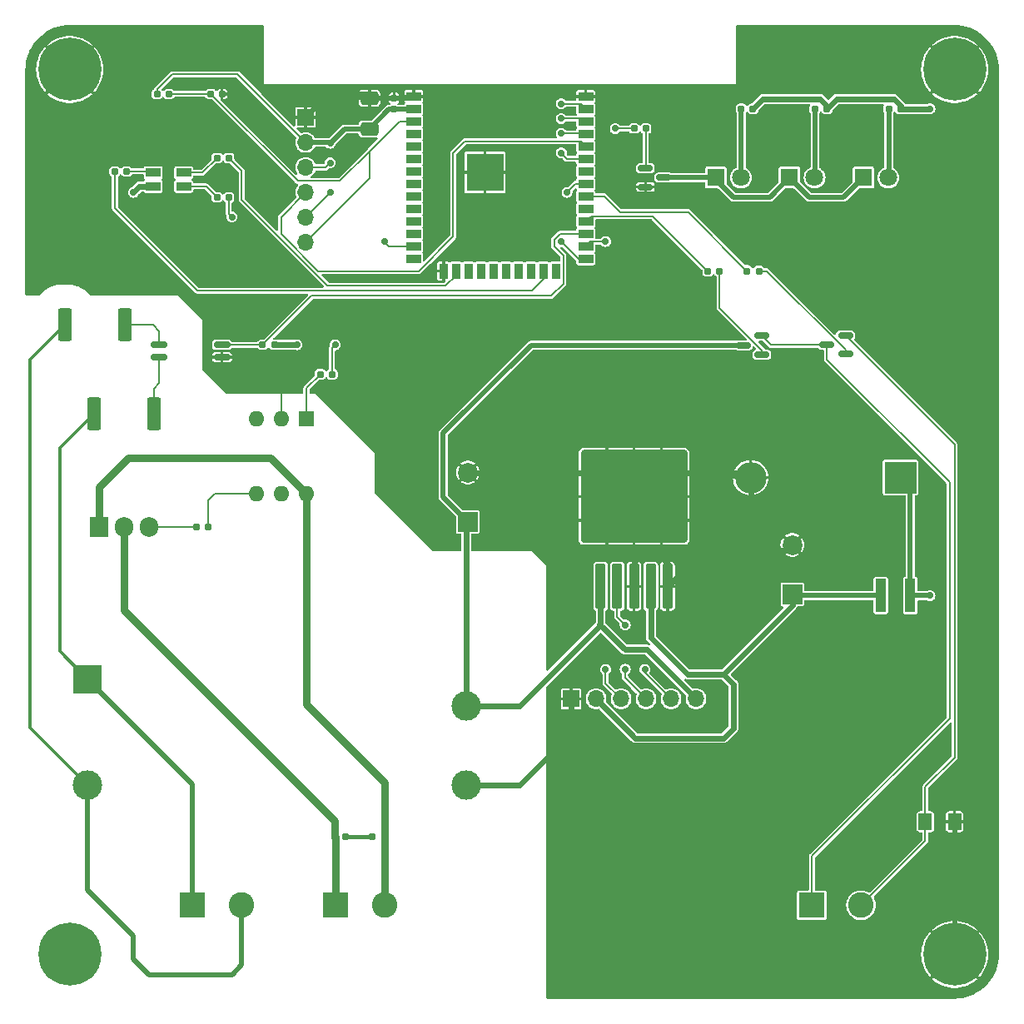
<source format=gbr>
%TF.GenerationSoftware,KiCad,Pcbnew,8.0.3*%
%TF.CreationDate,2024-07-01T15:14:41+02:00*%
%TF.ProjectId,wattwiser,77617474-7769-4736-9572-2e6b69636164,rev?*%
%TF.SameCoordinates,Original*%
%TF.FileFunction,Copper,L1,Top*%
%TF.FilePolarity,Positive*%
%FSLAX46Y46*%
G04 Gerber Fmt 4.6, Leading zero omitted, Abs format (unit mm)*
G04 Created by KiCad (PCBNEW 8.0.3) date 2024-07-01 15:14:41*
%MOMM*%
%LPD*%
G01*
G04 APERTURE LIST*
G04 Aperture macros list*
%AMRoundRect*
0 Rectangle with rounded corners*
0 $1 Rounding radius*
0 $2 $3 $4 $5 $6 $7 $8 $9 X,Y pos of 4 corners*
0 Add a 4 corners polygon primitive as box body*
4,1,4,$2,$3,$4,$5,$6,$7,$8,$9,$2,$3,0*
0 Add four circle primitives for the rounded corners*
1,1,$1+$1,$2,$3*
1,1,$1+$1,$4,$5*
1,1,$1+$1,$6,$7*
1,1,$1+$1,$8,$9*
0 Add four rect primitives between the rounded corners*
20,1,$1+$1,$2,$3,$4,$5,0*
20,1,$1+$1,$4,$5,$6,$7,0*
20,1,$1+$1,$6,$7,$8,$9,0*
20,1,$1+$1,$8,$9,$2,$3,0*%
G04 Aperture macros list end*
%TA.AperFunction,SMDPad,CuDef*%
%ADD10RoundRect,0.249999X-0.450001X-1.425001X0.450001X-1.425001X0.450001X1.425001X-0.450001X1.425001X0*%
%TD*%
%TA.AperFunction,SMDPad,CuDef*%
%ADD11RoundRect,0.250000X0.650000X-0.412500X0.650000X0.412500X-0.650000X0.412500X-0.650000X-0.412500X0*%
%TD*%
%TA.AperFunction,ComponentPad*%
%ADD12R,1.800000X1.800000*%
%TD*%
%TA.AperFunction,ComponentPad*%
%ADD13C,1.800000*%
%TD*%
%TA.AperFunction,SMDPad,CuDef*%
%ADD14RoundRect,0.160000X-0.197500X-0.160000X0.197500X-0.160000X0.197500X0.160000X-0.197500X0.160000X0*%
%TD*%
%TA.AperFunction,SMDPad,CuDef*%
%ADD15RoundRect,0.160000X0.197500X0.160000X-0.197500X0.160000X-0.197500X-0.160000X0.197500X-0.160000X0*%
%TD*%
%TA.AperFunction,ComponentPad*%
%ADD16R,2.600000X2.600000*%
%TD*%
%TA.AperFunction,ComponentPad*%
%ADD17C,2.600000*%
%TD*%
%TA.AperFunction,SMDPad,CuDef*%
%ADD18R,1.500000X0.900000*%
%TD*%
%TA.AperFunction,SMDPad,CuDef*%
%ADD19R,0.900000X1.500000*%
%TD*%
%TA.AperFunction,SMDPad,CuDef*%
%ADD20R,0.900000X0.900000*%
%TD*%
%TA.AperFunction,HeatsinkPad*%
%ADD21C,0.600000*%
%TD*%
%TA.AperFunction,SMDPad,CuDef*%
%ADD22R,3.800000X3.800000*%
%TD*%
%TA.AperFunction,ComponentPad*%
%ADD23C,0.800000*%
%TD*%
%TA.AperFunction,ComponentPad*%
%ADD24C,6.400000*%
%TD*%
%TA.AperFunction,SMDPad,CuDef*%
%ADD25RoundRect,0.155000X-0.212500X-0.155000X0.212500X-0.155000X0.212500X0.155000X-0.212500X0.155000X0*%
%TD*%
%TA.AperFunction,SMDPad,CuDef*%
%ADD26RoundRect,0.150000X-0.587500X-0.150000X0.587500X-0.150000X0.587500X0.150000X-0.587500X0.150000X0*%
%TD*%
%TA.AperFunction,ComponentPad*%
%ADD27R,1.700000X1.700000*%
%TD*%
%TA.AperFunction,ComponentPad*%
%ADD28O,1.700000X1.700000*%
%TD*%
%TA.AperFunction,SMDPad,CuDef*%
%ADD29RoundRect,0.110000X0.440000X1.590000X-0.440000X1.590000X-0.440000X-1.590000X0.440000X-1.590000X0*%
%TD*%
%TA.AperFunction,ComponentPad*%
%ADD30R,2.000000X2.000000*%
%TD*%
%TA.AperFunction,ComponentPad*%
%ADD31C,2.000000*%
%TD*%
%TA.AperFunction,SMDPad,CuDef*%
%ADD32RoundRect,0.250001X-0.462499X-0.624999X0.462499X-0.624999X0.462499X0.624999X-0.462499X0.624999X0*%
%TD*%
%TA.AperFunction,ComponentPad*%
%ADD33R,3.200000X3.200000*%
%TD*%
%TA.AperFunction,ComponentPad*%
%ADD34O,3.200000X3.200000*%
%TD*%
%TA.AperFunction,SMDPad,CuDef*%
%ADD35RoundRect,0.155000X0.155000X-0.212500X0.155000X0.212500X-0.155000X0.212500X-0.155000X-0.212500X0*%
%TD*%
%TA.AperFunction,SMDPad,CuDef*%
%ADD36RoundRect,0.150000X0.587500X0.150000X-0.587500X0.150000X-0.587500X-0.150000X0.587500X-0.150000X0*%
%TD*%
%TA.AperFunction,SMDPad,CuDef*%
%ADD37RoundRect,0.150000X-0.662500X-0.150000X0.662500X-0.150000X0.662500X0.150000X-0.662500X0.150000X0*%
%TD*%
%TA.AperFunction,ComponentPad*%
%ADD38C,3.000000*%
%TD*%
%TA.AperFunction,ComponentPad*%
%ADD39R,3.000000X3.000000*%
%TD*%
%TA.AperFunction,ComponentPad*%
%ADD40R,1.600000X1.600000*%
%TD*%
%TA.AperFunction,ComponentPad*%
%ADD41O,1.600000X1.600000*%
%TD*%
%TA.AperFunction,SMDPad,CuDef*%
%ADD42RoundRect,0.250000X0.300000X-2.050000X0.300000X2.050000X-0.300000X2.050000X-0.300000X-2.050000X0*%
%TD*%
%TA.AperFunction,SMDPad,CuDef*%
%ADD43RoundRect,0.250000X2.375000X-2.025000X2.375000X2.025000X-2.375000X2.025000X-2.375000X-2.025000X0*%
%TD*%
%TA.AperFunction,SMDPad,CuDef*%
%ADD44RoundRect,0.250002X5.149998X-4.449998X5.149998X4.449998X-5.149998X4.449998X-5.149998X-4.449998X0*%
%TD*%
%TA.AperFunction,ComponentPad*%
%ADD45R,1.905000X2.000000*%
%TD*%
%TA.AperFunction,ComponentPad*%
%ADD46O,1.905000X2.000000*%
%TD*%
%TA.AperFunction,ViaPad*%
%ADD47C,0.700000*%
%TD*%
%TA.AperFunction,Conductor*%
%ADD48C,0.200000*%
%TD*%
%TA.AperFunction,Conductor*%
%ADD49C,0.800000*%
%TD*%
%TA.AperFunction,Conductor*%
%ADD50C,0.500000*%
%TD*%
%TA.AperFunction,Conductor*%
%ADD51C,0.300000*%
%TD*%
%TA.AperFunction,Conductor*%
%ADD52C,0.600000*%
%TD*%
%TA.AperFunction,Conductor*%
%ADD53C,0.400000*%
%TD*%
G04 APERTURE END LIST*
D10*
%TO.P,R16,1*%
%TO.N,NEUT*%
X92450000Y-82000000D03*
%TO.P,R16,2*%
%TO.N,Net-(R16-Pad2)*%
X98550000Y-82000000D03*
%TD*%
%TO.P,R1,1*%
%TO.N,LINE*%
X89500000Y-73000000D03*
%TO.P,R1,2*%
%TO.N,Net-(R1-Pad2)*%
X95600000Y-73000000D03*
%TD*%
D11*
%TO.P,C2,1*%
%TO.N,+3.3V*%
X120500000Y-53062500D03*
%TO.P,C2,2*%
%TO.N,GND*%
X120500000Y-49937500D03*
%TD*%
D12*
%TO.P,D2,1,K*%
%TO.N,Net-(D2-K)*%
X155725000Y-58000000D03*
D13*
%TO.P,D2,2,A*%
%TO.N,Net-(D2-A)*%
X158265000Y-58000000D03*
%TD*%
D14*
%TO.P,R3,1*%
%TO.N,/IR_LEDS*%
X147402500Y-53000000D03*
%TO.P,R3,2*%
%TO.N,Net-(Q1-B)*%
X148597500Y-53000000D03*
%TD*%
D15*
%TO.P,R15,2*%
%TO.N,Net-(C6-Pad2)*%
X120805000Y-125000000D03*
%TO.P,R15,1*%
%TO.N,Net-(J4-Pin_2)*%
X122000000Y-125000000D03*
%TD*%
D16*
%TO.P,J1,1,Pin_1*%
%TO.N,NEUT*%
X102500000Y-132000000D03*
D17*
%TO.P,J1,2,Pin_2*%
%TO.N,LINE*%
X107500000Y-132000000D03*
%TD*%
D18*
%TO.P,U1,1,GND*%
%TO.N,GND*%
X125000000Y-49750000D03*
%TO.P,U1,2,VDD*%
%TO.N,+3.3V*%
X125000000Y-51020000D03*
%TO.P,U1,3,EN*%
%TO.N,/EN*%
X125000000Y-52290000D03*
%TO.P,U1,4,SENSOR_VP*%
%TO.N,unconnected-(U1-SENSOR_VP-Pad4)*%
X125000000Y-53560000D03*
%TO.P,U1,5,SENSOR_VN*%
%TO.N,unconnected-(U1-SENSOR_VN-Pad5)*%
X125000000Y-54830000D03*
%TO.P,U1,6,IO34*%
%TO.N,unconnected-(U1-IO34-Pad6)*%
X125000000Y-56100000D03*
%TO.P,U1,7,IO35*%
%TO.N,unconnected-(U1-IO35-Pad7)*%
X125000000Y-57370000D03*
%TO.P,U1,8,IO32*%
%TO.N,unconnected-(U1-IO32-Pad8)*%
X125000000Y-58640000D03*
%TO.P,U1,9,IO33*%
%TO.N,unconnected-(U1-IO33-Pad9)*%
X125000000Y-59910000D03*
%TO.P,U1,10,IO25*%
%TO.N,unconnected-(U1-IO25-Pad10)*%
X125000000Y-61180000D03*
%TO.P,U1,11,IO26*%
%TO.N,unconnected-(U1-IO26-Pad11)*%
X125000000Y-62450000D03*
%TO.P,U1,12,IO27*%
%TO.N,unconnected-(U1-IO27-Pad12)*%
X125000000Y-63720000D03*
%TO.P,U1,13,IO14*%
%TO.N,/LED_G*%
X125000000Y-64990000D03*
%TO.P,U1,14,IO12*%
%TO.N,unconnected-(U1-IO12-Pad14)*%
X125000000Y-66260000D03*
D19*
%TO.P,U1,15,GND*%
%TO.N,GND*%
X128040000Y-67510000D03*
%TO.P,U1,16,IO13*%
%TO.N,/LED_R*%
X129310000Y-67510000D03*
%TO.P,U1,17,NC*%
%TO.N,unconnected-(U1-NC-Pad17)*%
X130580000Y-67510000D03*
%TO.P,U1,18,NC*%
%TO.N,unconnected-(U1-NC-Pad18)*%
X131850000Y-67510000D03*
%TO.P,U1,19,NC*%
%TO.N,unconnected-(U1-NC-Pad19)*%
X133120000Y-67510000D03*
%TO.P,U1,20,NC*%
%TO.N,unconnected-(U1-NC-Pad20)*%
X134390000Y-67510000D03*
%TO.P,U1,21,NC*%
%TO.N,unconnected-(U1-NC-Pad21)*%
X135660000Y-67510000D03*
%TO.P,U1,22,NC*%
%TO.N,unconnected-(U1-NC-Pad22)*%
X136930000Y-67510000D03*
%TO.P,U1,23,IO15*%
%TO.N,/LED_B*%
X138200000Y-67510000D03*
%TO.P,U1,24,IO2*%
%TO.N,unconnected-(U1-IO2-Pad24)*%
X139470000Y-67510000D03*
D18*
%TO.P,U1,25,IO0*%
%TO.N,/IO0*%
X142500000Y-66260000D03*
%TO.P,U1,26,IO4*%
%TO.N,/IR_LEDS*%
X142500000Y-64990000D03*
%TO.P,U1,27,IO16*%
%TO.N,/FREQ*%
X142500000Y-63720000D03*
%TO.P,U1,28,IO17*%
%TO.N,/OUT_5V*%
X142500000Y-62450000D03*
%TO.P,U1,29,IO5*%
%TO.N,unconnected-(U1-IO5-Pad29)*%
X142500000Y-61180000D03*
%TO.P,U1,30,IO18*%
%TO.N,/OUT_CLOSE_SIGNAL*%
X142500000Y-59910000D03*
%TO.P,U1,31,IO19*%
%TO.N,/OUT_CONTACTOR*%
X142500000Y-58640000D03*
%TO.P,U1,32,NC*%
%TO.N,unconnected-(U1-NC-Pad32)*%
X142500000Y-57370000D03*
%TO.P,U1,33,IO21*%
%TO.N,/UART TX*%
X142500000Y-56100000D03*
%TO.P,U1,34,RXD0/IO3*%
%TO.N,/RX*%
X142500000Y-54830000D03*
%TO.P,U1,35,TXD0/IO1*%
%TO.N,/TX*%
X142500000Y-53560000D03*
%TO.P,U1,36,IO22*%
%TO.N,/UART RX*%
X142500000Y-52290000D03*
%TO.P,U1,37,IO23*%
%TO.N,/DE{slash}RE*%
X142500000Y-51020000D03*
%TO.P,U1,38,GND*%
%TO.N,GND*%
X142500000Y-49750000D03*
D20*
%TO.P,U1,39,GND*%
X130850000Y-56070000D03*
D21*
X130850000Y-56770000D03*
D20*
X130850000Y-57470000D03*
D21*
X130850000Y-58170000D03*
D20*
X130850000Y-58870000D03*
D21*
X131550000Y-56070000D03*
X131550000Y-57470000D03*
X131550000Y-58870000D03*
X132225000Y-56770000D03*
X132225000Y-58170000D03*
D20*
X132250000Y-56070000D03*
X132250000Y-57470000D03*
D22*
X132250000Y-57470000D03*
D20*
X132250000Y-58870000D03*
D21*
X132950000Y-56070000D03*
X132950000Y-57470000D03*
X132950000Y-58870000D03*
D20*
X133650000Y-56070000D03*
D21*
X133650000Y-56770000D03*
D20*
X133650000Y-57470000D03*
D21*
X133650000Y-58170000D03*
D20*
X133650000Y-58870000D03*
%TD*%
D23*
%TO.P,H1,1,1*%
%TO.N,GND*%
X87600000Y-47000000D03*
X88302944Y-45302944D03*
X88302944Y-48697056D03*
X90000000Y-44600000D03*
D24*
X90000000Y-47000000D03*
D23*
X90000000Y-49400000D03*
X91697056Y-45302944D03*
X91697056Y-48697056D03*
X92400000Y-47000000D03*
%TD*%
D15*
%TO.P,R8,1*%
%TO.N,/LED_G*%
X106195000Y-60000000D03*
%TO.P,R8,2*%
%TO.N,Net-(D1-GK)*%
X105000000Y-60000000D03*
%TD*%
D25*
%TO.P,C3,1*%
%TO.N,/EN*%
X104365000Y-49500000D03*
%TO.P,C3,2*%
%TO.N,GND*%
X105500000Y-49500000D03*
%TD*%
D26*
%TO.P,Q1,1,B*%
%TO.N,Net-(Q1-B)*%
X148562500Y-57050000D03*
%TO.P,Q1,2,E*%
%TO.N,GND*%
X148562500Y-58950000D03*
%TO.P,Q1,3,C*%
%TO.N,Net-(D2-K)*%
X150437500Y-58000000D03*
%TD*%
D27*
%TO.P,J5,1,Pin_1*%
%TO.N,GND*%
X141000000Y-111000000D03*
D28*
%TO.P,J5,2,Pin_2*%
%TO.N,+3.3V*%
X143540000Y-111000000D03*
%TO.P,J5,3,Pin_3*%
%TO.N,/UART TX*%
X146080000Y-111000000D03*
%TO.P,J5,4,Pin_4*%
%TO.N,/UART RX*%
X148620000Y-111000000D03*
%TO.P,J5,5,Pin_5*%
%TO.N,/DE{slash}RE*%
X151160000Y-111000000D03*
%TO.P,J5,6,Pin_6*%
%TO.N,+5V*%
X153700000Y-111000000D03*
%TD*%
D29*
%TO.P,L1,1,1*%
%TO.N,Net-(D5-K)*%
X175500000Y-100500000D03*
%TO.P,L1,2,2*%
%TO.N,+3.3V*%
X172500000Y-100500000D03*
%TD*%
D30*
%TO.P,C4,1*%
%TO.N,+5V*%
X130500000Y-93000000D03*
D31*
%TO.P,C4,2*%
%TO.N,GND*%
X130500000Y-88000000D03*
%TD*%
D14*
%TO.P,R11,1*%
%TO.N,/OUT_5V*%
X154902500Y-67500000D03*
%TO.P,R11,2*%
%TO.N,Net-(Q2-B)*%
X156097500Y-67500000D03*
%TD*%
D32*
%TO.P,F1,1*%
%TO.N,Net-(J3-Pin_2)*%
X177025000Y-123500000D03*
%TO.P,F1,2*%
%TO.N,GND*%
X180000000Y-123500000D03*
%TD*%
D33*
%TO.P,D5,1,K*%
%TO.N,Net-(D5-K)*%
X174500000Y-88500000D03*
D34*
%TO.P,D5,2,A*%
%TO.N,GND*%
X159260000Y-88500000D03*
%TD*%
D15*
%TO.P,R9,1*%
%TO.N,/LED_R*%
X106195000Y-56000000D03*
%TO.P,R9,2*%
%TO.N,Net-(D1-RK)*%
X105000000Y-56000000D03*
%TD*%
%TO.P,R14,1*%
%TO.N,Net-(R14-Pad1)*%
X104097500Y-93500000D03*
%TO.P,R14,2*%
%TO.N,Net-(Q4-G)*%
X102902500Y-93500000D03*
%TD*%
%TO.P,R2,1*%
%TO.N,+3.3V*%
X110820000Y-75000000D03*
%TO.P,R2,2*%
%TO.N,/FREQ*%
X109625000Y-75000000D03*
%TD*%
D14*
%TO.P,R12,1*%
%TO.N,/OUT_CLOSE_SIGNAL*%
X158902500Y-67500000D03*
%TO.P,R12,2*%
%TO.N,Net-(Q3-B)*%
X160097500Y-67500000D03*
%TD*%
D25*
%TO.P,C6,2*%
%TO.N,Net-(C6-Pad2)*%
X118067500Y-125000000D03*
%TO.P,C6,1*%
%TO.N,Net-(J4-Pin_1)*%
X116932500Y-125000000D03*
%TD*%
D15*
%TO.P,R13,1*%
%TO.N,/OUT_CONTACTOR*%
X116695000Y-78000000D03*
%TO.P,R13,2*%
%TO.N,Net-(R13-Pad2)*%
X115500000Y-78000000D03*
%TD*%
D18*
%TO.P,D1,1,RK*%
%TO.N,Net-(D1-RK)*%
X101600000Y-57500000D03*
%TO.P,D1,2,GK*%
%TO.N,Net-(D1-GK)*%
X101600000Y-58900000D03*
%TO.P,D1,3,BK*%
%TO.N,Net-(D1-BK)*%
X98500000Y-57500000D03*
%TO.P,D1,4,A*%
%TO.N,+3.3V*%
X98500000Y-58900000D03*
%TD*%
D14*
%TO.P,R6,1*%
%TO.N,Net-(D4-A)*%
X173305000Y-51000000D03*
%TO.P,R6,2*%
%TO.N,+5V*%
X174500000Y-51000000D03*
%TD*%
D23*
%TO.P,H2,1,1*%
%TO.N,GND*%
X177600000Y-47000000D03*
X178302944Y-45302944D03*
X178302944Y-48697056D03*
X180000000Y-44600000D03*
D24*
X180000000Y-47000000D03*
D23*
X180000000Y-49400000D03*
X181697056Y-45302944D03*
X181697056Y-48697056D03*
X182400000Y-47000000D03*
%TD*%
%TO.P,H3,1,1*%
%TO.N,GND*%
X87600000Y-137000000D03*
X88302944Y-135302944D03*
X88302944Y-138697056D03*
X90000000Y-134600000D03*
D24*
X90000000Y-137000000D03*
D23*
X90000000Y-139400000D03*
X91697056Y-135302944D03*
X91697056Y-138697056D03*
X92400000Y-137000000D03*
%TD*%
D14*
%TO.P,R5,1*%
%TO.N,Net-(D3-A)*%
X165805000Y-51000000D03*
%TO.P,R5,2*%
%TO.N,+5V*%
X167000000Y-51000000D03*
%TD*%
%TO.P,R10,1*%
%TO.N,+3.3V*%
X98902500Y-49500000D03*
%TO.P,R10,2*%
%TO.N,/EN*%
X100097500Y-49500000D03*
%TD*%
D35*
%TO.P,C1,1*%
%TO.N,+3.3V*%
X123000000Y-51067500D03*
%TO.P,C1,2*%
%TO.N,GND*%
X123000000Y-49932500D03*
%TD*%
D17*
%TO.P,J4,2,Pin_2*%
%TO.N,Net-(J4-Pin_2)*%
X122000000Y-132000000D03*
D16*
%TO.P,J4,1,Pin_1*%
%TO.N,Net-(J4-Pin_1)*%
X117000000Y-132000000D03*
%TD*%
D27*
%TO.P,J2,1,Pin_1*%
%TO.N,GND*%
X114000000Y-51880000D03*
D28*
%TO.P,J2,2,Pin_2*%
%TO.N,+3.3V*%
X114000000Y-54420000D03*
%TO.P,J2,3,Pin_3*%
%TO.N,/TX*%
X114000000Y-56960000D03*
%TO.P,J2,4,Pin_4*%
%TO.N,/RX*%
X114000000Y-59500000D03*
%TO.P,J2,5,Pin_5*%
%TO.N,/IO0*%
X114000000Y-62040000D03*
%TO.P,J2,6,Pin_6*%
%TO.N,/EN*%
X114000000Y-64580000D03*
%TD*%
D14*
%TO.P,R4,1*%
%TO.N,Net-(D2-A)*%
X158305000Y-51000000D03*
%TO.P,R4,2*%
%TO.N,+5V*%
X159500000Y-51000000D03*
%TD*%
D30*
%TO.P,C5,1*%
%TO.N,+3.3V*%
X163500000Y-100367677D03*
D31*
%TO.P,C5,2*%
%TO.N,GND*%
X163500000Y-95367677D03*
%TD*%
D23*
%TO.P,H4,1,1*%
%TO.N,GND*%
X177600000Y-137000000D03*
X178302944Y-135302944D03*
X178302944Y-138697056D03*
X180000000Y-134600000D03*
D24*
X180000000Y-137000000D03*
D23*
X180000000Y-139400000D03*
X181697056Y-135302944D03*
X181697056Y-138697056D03*
X182400000Y-137000000D03*
%TD*%
D36*
%TO.P,Q3,1,B*%
%TO.N,Net-(Q3-B)*%
X168902500Y-75950000D03*
%TO.P,Q3,2,E*%
%TO.N,Net-(J3-Pin_2)*%
X168902500Y-74050000D03*
%TO.P,Q3,3,C*%
%TO.N,Net-(J3-Pin_1)*%
X167027500Y-75000000D03*
%TD*%
%TO.P,Q2,1,B*%
%TO.N,Net-(Q2-B)*%
X160402500Y-76000000D03*
%TO.P,Q2,2,E*%
%TO.N,Net-(J3-Pin_1)*%
X160402500Y-74100000D03*
%TO.P,Q2,3,C*%
%TO.N,+5V*%
X158527500Y-75050000D03*
%TD*%
D37*
%TO.P,U3,1*%
%TO.N,Net-(R1-Pad2)*%
X99125000Y-75000000D03*
%TO.P,U3,2*%
%TO.N,Net-(R16-Pad2)*%
X99125000Y-76270000D03*
%TO.P,U3,3*%
%TO.N,GND*%
X105500000Y-76270000D03*
%TO.P,U3,4*%
%TO.N,/FREQ*%
X105500000Y-75000000D03*
%TD*%
D38*
%TO.P,PS1,4,+Vo*%
%TO.N,+5V*%
X130342500Y-111750000D03*
%TO.P,PS1,3,-Vo*%
%TO.N,GND*%
X130342500Y-119750000D03*
%TO.P,PS1,2,AC/L*%
%TO.N,LINE*%
X91842500Y-119750000D03*
D39*
%TO.P,PS1,1,AC/N*%
%TO.N,NEUT*%
X91842500Y-109000000D03*
%TD*%
D14*
%TO.P,R7,1*%
%TO.N,/LED_B*%
X94602500Y-57375000D03*
%TO.P,R7,2*%
%TO.N,Net-(D1-BK)*%
X95797500Y-57375000D03*
%TD*%
D40*
%TO.P,U4,1*%
%TO.N,Net-(R13-Pad2)*%
X114080000Y-82500000D03*
D41*
%TO.P,U4,2*%
%TO.N,GND*%
X111540000Y-82500000D03*
%TO.P,U4,3,NC*%
%TO.N,unconnected-(U4-NC-Pad3)*%
X109000000Y-82500000D03*
%TO.P,U4,4*%
%TO.N,Net-(R14-Pad1)*%
X109000000Y-90120000D03*
%TO.P,U4,5,NC*%
%TO.N,unconnected-(U4-NC-Pad5)*%
X111540000Y-90120000D03*
%TO.P,U4,6*%
%TO.N,Net-(J4-Pin_2)*%
X114080000Y-90120000D03*
%TD*%
D12*
%TO.P,D4,1,K*%
%TO.N,Net-(D2-K)*%
X170725000Y-58000000D03*
D13*
%TO.P,D4,2,A*%
%TO.N,Net-(D4-A)*%
X173265000Y-58000000D03*
%TD*%
D42*
%TO.P,U2,1,VIN*%
%TO.N,+5V*%
X144000000Y-99575000D03*
%TO.P,U2,2,OUT*%
%TO.N,Net-(D5-K)*%
X145700000Y-99575000D03*
%TO.P,U2,3,GND*%
%TO.N,GND*%
X147400000Y-99575000D03*
D43*
X144625000Y-92850000D03*
X150175000Y-92850000D03*
D44*
X147400000Y-90425000D03*
D43*
X144625000Y-88000000D03*
X150175000Y-88000000D03*
D42*
%TO.P,U2,4,FB*%
%TO.N,+3.3V*%
X149100000Y-99575000D03*
%TO.P,U2,5,~{ON}/OFF*%
%TO.N,GND*%
X150800000Y-99575000D03*
%TD*%
D12*
%TO.P,D3,1,K*%
%TO.N,Net-(D2-K)*%
X163225000Y-58000000D03*
D13*
%TO.P,D3,2,A*%
%TO.N,Net-(D3-A)*%
X165765000Y-58000000D03*
%TD*%
D45*
%TO.P,Q4,1,A1*%
%TO.N,Net-(J4-Pin_2)*%
X93000000Y-93500000D03*
D46*
%TO.P,Q4,2,A2*%
%TO.N,Net-(J4-Pin_1)*%
X95540000Y-93500000D03*
%TO.P,Q4,3,G*%
%TO.N,Net-(Q4-G)*%
X98080000Y-93500000D03*
%TD*%
D16*
%TO.P,J3,1,Pin_1*%
%TO.N,Net-(J3-Pin_1)*%
X165487500Y-132000000D03*
D17*
%TO.P,J3,2,Pin_2*%
%TO.N,Net-(J3-Pin_2)*%
X170487500Y-132000000D03*
%TD*%
D47*
%TO.N,GND*%
X129000000Y-65000000D03*
X108625000Y-76500000D03*
X141000000Y-114500000D03*
X116500000Y-49500000D03*
X107000000Y-49500000D03*
X111500000Y-78500000D03*
X147000000Y-59000000D03*
X140000000Y-49000000D03*
%TO.N,+3.3V*%
X116500000Y-54500000D03*
X96500000Y-59500000D03*
X113125000Y-75000000D03*
%TO.N,+5V*%
X177500000Y-51000000D03*
X144000000Y-103500000D03*
%TO.N,Net-(D5-K)*%
X177500000Y-100500000D03*
X146500000Y-103500000D03*
%TO.N,/TX*%
X116500000Y-56500000D03*
X140000000Y-53500000D03*
%TO.N,/IO0*%
X140000000Y-64500000D03*
X116500000Y-59500000D03*
%TO.N,/IR_LEDS*%
X144500000Y-64500000D03*
X145500000Y-53000000D03*
%TO.N,/LED_G*%
X122000000Y-64500000D03*
X106500000Y-62000000D03*
%TO.N,/DE{slash}RE*%
X140000000Y-50500000D03*
X148500000Y-108000000D03*
%TO.N,/UART RX*%
X146500000Y-108000000D03*
X140000000Y-52000000D03*
%TO.N,/UART TX*%
X140000000Y-55500000D03*
X144500000Y-108000000D03*
%TO.N,/OUT_CONTACTOR*%
X117000000Y-75000000D03*
X140590000Y-59500000D03*
%TD*%
D48*
%TO.N,Net-(J3-Pin_2)*%
X177025000Y-123500000D02*
X177025000Y-119975000D01*
X177025000Y-119975000D02*
X180000000Y-117000000D01*
X180000000Y-117000000D02*
X180000000Y-85147500D01*
X180000000Y-85147500D02*
X168902500Y-74050000D01*
D49*
%TO.N,Net-(J4-Pin_1)*%
X116932500Y-125000000D02*
X116932500Y-123432500D01*
X116932500Y-123432500D02*
X95500000Y-102000000D01*
%TO.N,Net-(J4-Pin_2)*%
X122000000Y-125000000D02*
X122000000Y-119500000D01*
%TO.N,Net-(J4-Pin_1)*%
X117000000Y-132000000D02*
X117000000Y-125067500D01*
X117000000Y-125067500D02*
X116932500Y-125000000D01*
%TO.N,Net-(J4-Pin_2)*%
X122000000Y-132000000D02*
X122000000Y-125000000D01*
D50*
%TO.N,LINE*%
X107500000Y-132000000D02*
X107500000Y-138100000D01*
X107500000Y-138100000D02*
X106550000Y-139050000D01*
%TO.N,NEUT*%
X91842500Y-109000000D02*
X102500000Y-119657500D01*
X102500000Y-119657500D02*
X102500000Y-132000000D01*
%TO.N,GND*%
X180000000Y-123500000D02*
X180000000Y-134600000D01*
D48*
%TO.N,Net-(J3-Pin_1)*%
X165487500Y-132000000D02*
X165487500Y-127012500D01*
X165487500Y-127012500D02*
X179500000Y-113000000D01*
%TO.N,Net-(J3-Pin_2)*%
X177025000Y-123500000D02*
X177025000Y-125462500D01*
X177025000Y-125462500D02*
X170487500Y-132000000D01*
%TO.N,/FREQ*%
X114625000Y-70000000D02*
X139000000Y-70000000D01*
X139000000Y-70000000D02*
X140220000Y-68780000D01*
X140220000Y-68780000D02*
X140220000Y-65940000D01*
X140220000Y-65940000D02*
X139280000Y-65000000D01*
X139280000Y-65000000D02*
X139280000Y-64300761D01*
X139280000Y-64300761D02*
X139860761Y-63720000D01*
X139860761Y-63720000D02*
X142500000Y-63720000D01*
%TO.N,Net-(R16-Pad2)*%
X98550000Y-82000000D02*
X98550000Y-79450000D01*
X98550000Y-79450000D02*
X99125000Y-78875000D01*
X99125000Y-78875000D02*
X99125000Y-76270000D01*
%TO.N,Net-(R1-Pad2)*%
X95600000Y-73000000D02*
X98500000Y-73000000D01*
X98500000Y-73000000D02*
X99125000Y-73625000D01*
X99125000Y-73625000D02*
X99125000Y-75000000D01*
D51*
%TO.N,NEUT*%
X91842500Y-109000000D02*
X89000000Y-106157500D01*
X89000000Y-106157500D02*
X89000000Y-85450000D01*
X89000000Y-85450000D02*
X92450000Y-82000000D01*
%TO.N,LINE*%
X86000000Y-76500000D02*
X89500000Y-73000000D01*
D49*
%TO.N,Net-(J4-Pin_2)*%
X114080000Y-90120000D02*
X110460000Y-86500000D01*
X110460000Y-86500000D02*
X96000000Y-86500000D01*
X96000000Y-86500000D02*
X93000000Y-89500000D01*
X93000000Y-89500000D02*
X93000000Y-93500000D01*
X122000000Y-119500000D02*
X114080000Y-111580000D01*
X114080000Y-111580000D02*
X114080000Y-90120000D01*
D50*
%TO.N,LINE*%
X106550000Y-139050000D02*
X98050000Y-139050000D01*
X98050000Y-139050000D02*
X96500000Y-137500000D01*
X96500000Y-137500000D02*
X96500000Y-135085429D01*
X96500000Y-135085429D02*
X91842500Y-130427929D01*
X91842500Y-130427929D02*
X91842500Y-119750000D01*
D51*
X91842500Y-119750000D02*
X86000000Y-113907500D01*
X86000000Y-113907500D02*
X86000000Y-76500000D01*
D49*
%TO.N,Net-(J4-Pin_1)*%
X95500000Y-102000000D02*
X95500000Y-93540000D01*
X95500000Y-93540000D02*
X95540000Y-93500000D01*
D48*
%TO.N,Net-(Q4-G)*%
X98080000Y-93500000D02*
X98105000Y-93525000D01*
X98105000Y-93525000D02*
X102877500Y-93525000D01*
X102877500Y-93525000D02*
X102902500Y-93500000D01*
%TO.N,Net-(R14-Pad1)*%
X109000000Y-90120000D02*
X104800000Y-90120000D01*
X104800000Y-90120000D02*
X104097500Y-90822500D01*
X104097500Y-90822500D02*
X104097500Y-93500000D01*
D52*
%TO.N,GND*%
X141000000Y-111000000D02*
X141000000Y-114500000D01*
X154507323Y-95867677D02*
X150800000Y-99575000D01*
D48*
X142500000Y-49750000D02*
X140750000Y-49750000D01*
D50*
X124817500Y-49932500D02*
X125000000Y-49750000D01*
X120062500Y-49500000D02*
X116500000Y-49500000D01*
D48*
X140750000Y-49750000D02*
X140000000Y-49000000D01*
D52*
X159260000Y-88500000D02*
X159260000Y-93240000D01*
X158500000Y-88000000D02*
X150175000Y-88000000D01*
D50*
X123000000Y-49932500D02*
X124817500Y-49932500D01*
D48*
X111540000Y-78540000D02*
X111500000Y-78500000D01*
D50*
X120500000Y-49937500D02*
X120062500Y-49500000D01*
D52*
X149525000Y-96000000D02*
X150800000Y-97275000D01*
D50*
X120505000Y-49932500D02*
X120500000Y-49937500D01*
X116500000Y-49500000D02*
X116380000Y-49500000D01*
D48*
X128040000Y-65960000D02*
X129000000Y-65000000D01*
X111540000Y-82500000D02*
X111540000Y-78540000D01*
D52*
X150800000Y-97275000D02*
X150800000Y-99575000D01*
X159260000Y-93240000D02*
X156632323Y-95867677D01*
X147400000Y-99575000D02*
X147400000Y-97100000D01*
X135750000Y-119750000D02*
X141000000Y-114500000D01*
X130342500Y-119750000D02*
X135750000Y-119750000D01*
X130500000Y-88000000D02*
X144625000Y-88000000D01*
D48*
X128040000Y-67510000D02*
X128040000Y-65960000D01*
D52*
X156632323Y-95867677D02*
X154507323Y-95867677D01*
D48*
X148562500Y-58950000D02*
X147050000Y-58950000D01*
D52*
X159260000Y-88500000D02*
X159000000Y-88500000D01*
X163000000Y-95867677D02*
X156632323Y-95867677D01*
D50*
X116380000Y-49500000D02*
X114000000Y-51880000D01*
D52*
X147400000Y-97100000D02*
X148500000Y-96000000D01*
D48*
X108395000Y-76270000D02*
X108625000Y-76500000D01*
X105500000Y-76270000D02*
X108395000Y-76270000D01*
X105500000Y-49500000D02*
X107000000Y-49500000D01*
X147050000Y-58950000D02*
X147000000Y-59000000D01*
D52*
X159000000Y-88500000D02*
X158500000Y-88000000D01*
X163500000Y-95367677D02*
X163000000Y-95867677D01*
X148500000Y-96000000D02*
X149525000Y-96000000D01*
D50*
X123000000Y-49932500D02*
X120505000Y-49932500D01*
D52*
%TO.N,+3.3V*%
X152826346Y-108500000D02*
X156500000Y-108500000D01*
D50*
X163500000Y-100367677D02*
X163500000Y-100867677D01*
D52*
X149100000Y-99575000D02*
X149100000Y-104773654D01*
X156500000Y-115000000D02*
X147540000Y-115000000D01*
D50*
X116500000Y-54500000D02*
X117937500Y-53062500D01*
D48*
X100436448Y-47500000D02*
X98902500Y-49033948D01*
D52*
X98500000Y-58900000D02*
X97100000Y-58900000D01*
X157500000Y-109500000D02*
X157500000Y-114000000D01*
D50*
X163632323Y-100500000D02*
X163500000Y-100367677D01*
X116420000Y-54420000D02*
X114000000Y-54420000D01*
D52*
X110820000Y-75000000D02*
X113125000Y-75000000D01*
X157500000Y-114000000D02*
X156500000Y-115000000D01*
D50*
X123000000Y-51067500D02*
X122495000Y-51067500D01*
D52*
X163500000Y-101500000D02*
X163500000Y-100867677D01*
X97100000Y-58900000D02*
X96500000Y-59500000D01*
X147540000Y-115000000D02*
X143540000Y-111000000D01*
X149100000Y-104773654D02*
X152826346Y-108500000D01*
X156500000Y-108500000D02*
X157500000Y-109500000D01*
D50*
X122495000Y-51067500D02*
X120500000Y-53062500D01*
D52*
X156500000Y-108500000D02*
X163500000Y-101500000D01*
D48*
X114000000Y-54420000D02*
X107080000Y-47500000D01*
D50*
X116500000Y-54500000D02*
X116420000Y-54420000D01*
D48*
X98902500Y-49033948D02*
X98902500Y-49500000D01*
D50*
X124952500Y-51067500D02*
X125000000Y-51020000D01*
X117937500Y-53062500D02*
X120500000Y-53062500D01*
D48*
X107080000Y-47500000D02*
X100436448Y-47500000D01*
D50*
X123000000Y-51067500D02*
X124952500Y-51067500D01*
X172500000Y-100500000D02*
X163632323Y-100500000D01*
D48*
%TO.N,/EN*%
X123530000Y-52290000D02*
X120500000Y-55320000D01*
X114000000Y-64580000D02*
X120500000Y-58080000D01*
X113215000Y-58350000D02*
X104365000Y-49500000D01*
X117470000Y-58350000D02*
X113215000Y-58350000D01*
X117470000Y-58350000D02*
X120500000Y-55320000D01*
X120500000Y-58080000D02*
X120500000Y-55320000D01*
X125000000Y-52290000D02*
X123530000Y-52290000D01*
X100097500Y-49500000D02*
X104365000Y-49500000D01*
D50*
%TO.N,+5V*%
X128000000Y-84000000D02*
X128000000Y-90500000D01*
D52*
X173819999Y-50000000D02*
X168000000Y-50000000D01*
X174500000Y-51000000D02*
X174500000Y-50680001D01*
X144000000Y-99575000D02*
X144000000Y-103500000D01*
X168000000Y-50000000D02*
X167000000Y-51000000D01*
X130342500Y-111750000D02*
X130342500Y-93157500D01*
X167000000Y-51000000D02*
X167000000Y-50680001D01*
X166319999Y-50000000D02*
X160500000Y-50000000D01*
X177500000Y-51000000D02*
X174500000Y-51000000D01*
X135750000Y-111750000D02*
X130342500Y-111750000D01*
X130342500Y-93157500D02*
X130500000Y-93000000D01*
X144000000Y-103500000D02*
X146500000Y-106000000D01*
D50*
X158527500Y-75050000D02*
X136950000Y-75050000D01*
D52*
X146500000Y-106000000D02*
X148700000Y-106000000D01*
D50*
X136950000Y-75050000D02*
X128000000Y-84000000D01*
D52*
X167000000Y-50680001D02*
X166319999Y-50000000D01*
X174500000Y-50680001D02*
X173819999Y-50000000D01*
D50*
X128000000Y-90500000D02*
X130500000Y-93000000D01*
D52*
X160500000Y-50000000D02*
X159500000Y-51000000D01*
X144000000Y-103500000D02*
X135750000Y-111750000D01*
X148700000Y-106000000D02*
X153700000Y-111000000D01*
D48*
%TO.N,Net-(D1-RK)*%
X101600000Y-57500000D02*
X103500000Y-57500000D01*
X103500000Y-57500000D02*
X105000000Y-56000000D01*
%TO.N,Net-(D1-GK)*%
X103900000Y-58900000D02*
X105000000Y-60000000D01*
X101600000Y-58900000D02*
X103900000Y-58900000D01*
%TO.N,Net-(D1-BK)*%
X98500000Y-57500000D02*
X98000000Y-57500000D01*
X98000000Y-57500000D02*
X97875000Y-57375000D01*
X97875000Y-57375000D02*
X95797500Y-57375000D01*
D50*
%TO.N,Net-(D2-K)*%
X155725000Y-58000000D02*
X155725000Y-58225000D01*
X155725000Y-58225000D02*
X157500000Y-60000000D01*
X157500000Y-60000000D02*
X161225000Y-60000000D01*
X163225000Y-58000000D02*
X165225000Y-60000000D01*
X150437500Y-58000000D02*
X155725000Y-58000000D01*
X161225000Y-60000000D02*
X163225000Y-58000000D01*
X168725000Y-60000000D02*
X170725000Y-58000000D01*
X165225000Y-60000000D02*
X168725000Y-60000000D01*
%TO.N,Net-(D2-A)*%
X158305000Y-51000000D02*
X158305000Y-57960000D01*
D48*
X158305000Y-57960000D02*
X158265000Y-58000000D01*
%TO.N,Net-(D3-A)*%
X165805000Y-57960000D02*
X165765000Y-58000000D01*
D50*
X165805000Y-51000000D02*
X165805000Y-57960000D01*
D48*
%TO.N,Net-(D4-A)*%
X173305000Y-57960000D02*
X173265000Y-58000000D01*
D50*
X173305000Y-51000000D02*
X173305000Y-57960000D01*
%TO.N,Net-(D5-K)*%
X175500000Y-100500000D02*
X175500000Y-89500000D01*
X175500000Y-89500000D02*
X174500000Y-88500000D01*
X175500000Y-100500000D02*
X177500000Y-100500000D01*
D48*
X145700000Y-102700000D02*
X146500000Y-103500000D01*
X145700000Y-99575000D02*
X145700000Y-102700000D01*
%TO.N,/RX*%
X130190000Y-54310000D02*
X141980000Y-54310000D01*
X129000000Y-55500000D02*
X130190000Y-54310000D01*
X125520000Y-67500000D02*
X129000000Y-64020000D01*
X111500000Y-63706346D02*
X115293654Y-67500000D01*
X141980000Y-54310000D02*
X142500000Y-54830000D01*
X115293654Y-67500000D02*
X125520000Y-67500000D01*
X114000000Y-59500000D02*
X111500000Y-62000000D01*
X111500000Y-62000000D02*
X111500000Y-63706346D01*
X129000000Y-64020000D02*
X129000000Y-55500000D01*
%TO.N,/TX*%
X142440000Y-53500000D02*
X140000000Y-53500000D01*
X114000000Y-56960000D02*
X116040000Y-56960000D01*
X142500000Y-53560000D02*
X142440000Y-53500000D01*
X116040000Y-56960000D02*
X116500000Y-56500000D01*
%TO.N,/IO0*%
X141760000Y-66260000D02*
X140000000Y-64500000D01*
X116500000Y-59540000D02*
X116500000Y-59500000D01*
X142500000Y-66260000D02*
X141760000Y-66260000D01*
X114000000Y-62040000D02*
X116500000Y-59540000D01*
%TO.N,Net-(Q1-B)*%
X148597500Y-57015000D02*
X148562500Y-57050000D01*
X148597500Y-53000000D02*
X148597500Y-57015000D01*
%TO.N,/FREQ*%
X105500000Y-75000000D02*
X109625000Y-75000000D01*
X109625000Y-75000000D02*
X114625000Y-70000000D01*
%TO.N,/IR_LEDS*%
X142500000Y-64990000D02*
X142990000Y-64500000D01*
X142990000Y-64500000D02*
X144500000Y-64500000D01*
X147402500Y-53000000D02*
X145500000Y-53000000D01*
%TO.N,/LED_B*%
X137000000Y-69500000D02*
X138200000Y-68300000D01*
X94602500Y-57375000D02*
X94602500Y-61102500D01*
X94602500Y-61102500D02*
X103000000Y-69500000D01*
X103000000Y-69500000D02*
X137000000Y-69500000D01*
X138200000Y-68300000D02*
X138200000Y-67510000D01*
%TO.N,/LED_G*%
X125000000Y-64990000D02*
X122490000Y-64990000D01*
X122490000Y-64990000D02*
X122000000Y-64500000D01*
X106195000Y-60000000D02*
X106195000Y-61695000D01*
X106195000Y-61695000D02*
X106500000Y-62000000D01*
%TO.N,/LED_R*%
X116227968Y-69000000D02*
X128250000Y-69000000D01*
X107500000Y-60272032D02*
X116227968Y-69000000D01*
X107500000Y-57305000D02*
X107500000Y-60272032D01*
X128250000Y-69000000D02*
X129310000Y-67940000D01*
X106195000Y-56000000D02*
X107500000Y-57305000D01*
X129310000Y-67940000D02*
X129310000Y-67510000D01*
%TO.N,/DE{slash}RE*%
X148500000Y-108340000D02*
X148500000Y-108000000D01*
X141980000Y-50500000D02*
X140000000Y-50500000D01*
X142500000Y-51020000D02*
X141980000Y-50500000D01*
X151160000Y-111000000D02*
X148500000Y-108340000D01*
%TO.N,/UART RX*%
X146500000Y-108880000D02*
X146500000Y-108000000D01*
X148620000Y-111000000D02*
X146500000Y-108880000D01*
X142210000Y-52000000D02*
X140000000Y-52000000D01*
X142500000Y-52290000D02*
X142210000Y-52000000D01*
%TO.N,/UART TX*%
X142500000Y-56100000D02*
X140600000Y-56100000D01*
X140600000Y-56100000D02*
X140000000Y-55500000D01*
X144500000Y-109420000D02*
X144500000Y-108000000D01*
X146080000Y-111000000D02*
X144500000Y-109420000D01*
D53*
%TO.N,Net-(C6-Pad2)*%
X118000000Y-125000000D02*
X120805000Y-125000000D01*
D48*
%TO.N,Net-(J3-Pin_1)*%
X161302500Y-75000000D02*
X160402500Y-74100000D01*
X179500000Y-89000000D02*
X179500000Y-113000000D01*
X167027500Y-76527500D02*
X179500000Y-89000000D01*
X167027500Y-75000000D02*
X161302500Y-75000000D01*
X167027500Y-75000000D02*
X167027500Y-76527500D01*
%TO.N,Net-(Q2-B)*%
X160402500Y-75546948D02*
X156097500Y-71241948D01*
X156097500Y-71241948D02*
X156097500Y-67500000D01*
X160402500Y-76000000D02*
X160402500Y-75546948D01*
%TO.N,Net-(Q3-B)*%
X168902500Y-75950000D02*
X168902500Y-75496948D01*
X160905552Y-67500000D02*
X160097500Y-67500000D01*
X168902500Y-75496948D02*
X160905552Y-67500000D01*
%TO.N,/OUT_5V*%
X143020000Y-61930000D02*
X142500000Y-62450000D01*
X149332500Y-61930000D02*
X143020000Y-61930000D01*
X154902500Y-67500000D02*
X149332500Y-61930000D01*
%TO.N,/OUT_CLOSE_SIGNAL*%
X158902500Y-67500000D02*
X158902500Y-67180001D01*
X146000000Y-61500000D02*
X144410000Y-59910000D01*
X144410000Y-59910000D02*
X142500000Y-59910000D01*
X158902500Y-67500000D02*
X152902500Y-61500000D01*
X152902500Y-61500000D02*
X146000000Y-61500000D01*
%TO.N,/OUT_CONTACTOR*%
X140590000Y-59500000D02*
X140590000Y-59500000D01*
X140590000Y-59500000D02*
X141450000Y-58640000D01*
X116695000Y-75305000D02*
X117000000Y-75000000D01*
X116695000Y-78000000D02*
X116695000Y-75305000D01*
X141450000Y-58640000D02*
X142500000Y-58640000D01*
%TO.N,Net-(R13-Pad2)*%
X114080000Y-79420000D02*
X115500000Y-78000000D01*
X114080000Y-82500000D02*
X114080000Y-79420000D01*
%TD*%
%TA.AperFunction,Conductor*%
%TO.N,GND*%
G36*
X109709191Y-42519407D02*
G01*
X109745155Y-42568907D01*
X109750000Y-42599500D01*
X109750000Y-48450000D01*
X109750001Y-48450000D01*
X157749999Y-48450000D01*
X157750000Y-48450000D01*
X157750000Y-47000000D01*
X176595006Y-47000000D01*
X176614965Y-47368143D01*
X176674614Y-47731979D01*
X176773242Y-48087206D01*
X176773246Y-48087217D01*
X176909711Y-48429721D01*
X177082403Y-48755453D01*
X177289306Y-49060611D01*
X177289313Y-49060621D01*
X177490449Y-49297415D01*
X178765258Y-48022606D01*
X178779588Y-48042330D01*
X178957670Y-48220412D01*
X178977390Y-48234740D01*
X177703894Y-49508237D01*
X177795650Y-49595154D01*
X178089156Y-49818272D01*
X178089161Y-49818275D01*
X178405070Y-50008352D01*
X178739676Y-50163157D01*
X179089076Y-50280884D01*
X179449128Y-50360137D01*
X179449127Y-50360137D01*
X179815657Y-50400000D01*
X180184343Y-50400000D01*
X180550872Y-50360137D01*
X180910922Y-50280884D01*
X180910924Y-50280884D01*
X181260323Y-50163157D01*
X181594929Y-50008352D01*
X181910838Y-49818275D01*
X181910843Y-49818272D01*
X182204341Y-49595160D01*
X182204346Y-49595156D01*
X182296104Y-49508237D01*
X181022607Y-48234740D01*
X181042330Y-48220412D01*
X181220412Y-48042330D01*
X181234740Y-48022607D01*
X182509548Y-49297415D01*
X182710693Y-49060611D01*
X182917596Y-48755453D01*
X183090288Y-48429721D01*
X183226753Y-48087217D01*
X183226757Y-48087206D01*
X183325385Y-47731979D01*
X183385034Y-47368143D01*
X183404993Y-47000000D01*
X183385034Y-46631856D01*
X183325385Y-46268020D01*
X183226757Y-45912793D01*
X183226753Y-45912782D01*
X183090288Y-45570278D01*
X182917596Y-45244546D01*
X182710693Y-44939388D01*
X182710686Y-44939378D01*
X182509548Y-44702582D01*
X181234739Y-45977390D01*
X181220412Y-45957670D01*
X181042330Y-45779588D01*
X181022606Y-45765258D01*
X182296104Y-44491761D01*
X182204349Y-44404845D01*
X181910843Y-44181727D01*
X181910838Y-44181724D01*
X181594929Y-43991647D01*
X181260323Y-43836842D01*
X180910923Y-43719115D01*
X180550871Y-43639862D01*
X180550872Y-43639862D01*
X180184343Y-43600000D01*
X179815657Y-43600000D01*
X179449127Y-43639862D01*
X179089077Y-43719115D01*
X179089075Y-43719115D01*
X178739676Y-43836842D01*
X178405070Y-43991647D01*
X178089161Y-44181724D01*
X178089156Y-44181727D01*
X177795655Y-44404841D01*
X177703894Y-44491761D01*
X178977392Y-45765259D01*
X178957670Y-45779588D01*
X178779588Y-45957670D01*
X178765259Y-45977392D01*
X177490449Y-44702582D01*
X177289313Y-44939378D01*
X177289306Y-44939388D01*
X177082403Y-45244546D01*
X176909711Y-45570278D01*
X176773246Y-45912782D01*
X176773242Y-45912793D01*
X176674614Y-46268020D01*
X176614965Y-46631856D01*
X176595006Y-47000000D01*
X157750000Y-47000000D01*
X157750000Y-42599500D01*
X157768907Y-42541309D01*
X157818407Y-42505345D01*
X157849000Y-42500500D01*
X179934108Y-42500500D01*
X179997835Y-42500500D01*
X180002152Y-42500593D01*
X180387853Y-42517434D01*
X180396432Y-42518184D01*
X180777053Y-42568295D01*
X180785544Y-42569792D01*
X181160338Y-42652881D01*
X181168673Y-42655115D01*
X181534797Y-42770553D01*
X181542913Y-42773507D01*
X181897587Y-42920418D01*
X181905398Y-42924060D01*
X182245910Y-43101320D01*
X182253390Y-43105638D01*
X182577167Y-43311906D01*
X182584241Y-43316860D01*
X182888797Y-43550554D01*
X182895398Y-43556093D01*
X183178459Y-43815470D01*
X183184529Y-43821540D01*
X183443905Y-44104599D01*
X183449445Y-44111202D01*
X183683139Y-44415758D01*
X183688093Y-44422832D01*
X183894361Y-44746609D01*
X183898679Y-44754089D01*
X184075935Y-45094593D01*
X184079585Y-45102420D01*
X184226492Y-45457086D01*
X184229446Y-45465202D01*
X184344884Y-45831326D01*
X184347119Y-45839668D01*
X184430205Y-46214445D01*
X184431705Y-46222951D01*
X184481813Y-46603554D01*
X184482566Y-46612158D01*
X184499406Y-46997847D01*
X184499500Y-47002165D01*
X184499500Y-136997834D01*
X184499406Y-137002152D01*
X184482566Y-137387841D01*
X184481813Y-137396445D01*
X184431705Y-137777048D01*
X184430205Y-137785554D01*
X184347119Y-138160331D01*
X184344884Y-138168673D01*
X184229446Y-138534797D01*
X184226492Y-138542913D01*
X184079585Y-138897579D01*
X184075935Y-138905406D01*
X183898679Y-139245910D01*
X183894361Y-139253390D01*
X183688093Y-139577167D01*
X183683139Y-139584241D01*
X183449445Y-139888797D01*
X183443895Y-139895411D01*
X183184540Y-140178447D01*
X183178447Y-140184540D01*
X182986818Y-140360137D01*
X182895413Y-140443894D01*
X182888797Y-140449445D01*
X182584241Y-140683139D01*
X182577167Y-140688093D01*
X182253390Y-140894361D01*
X182245910Y-140898679D01*
X181905406Y-141075935D01*
X181897579Y-141079585D01*
X181542913Y-141226492D01*
X181534797Y-141229446D01*
X181168673Y-141344884D01*
X181160331Y-141347119D01*
X180785554Y-141430205D01*
X180777048Y-141431705D01*
X180396445Y-141481813D01*
X180387841Y-141482566D01*
X180002153Y-141499406D01*
X179997835Y-141499500D01*
X138599000Y-141499500D01*
X138540809Y-141480593D01*
X138504845Y-141431093D01*
X138500000Y-141400500D01*
X138500000Y-137000000D01*
X176595006Y-137000000D01*
X176614965Y-137368143D01*
X176674614Y-137731979D01*
X176773242Y-138087206D01*
X176773246Y-138087217D01*
X176909711Y-138429721D01*
X177082403Y-138755453D01*
X177289306Y-139060611D01*
X177289313Y-139060621D01*
X177490449Y-139297415D01*
X178765258Y-138022606D01*
X178779588Y-138042330D01*
X178957670Y-138220412D01*
X178977390Y-138234740D01*
X177703894Y-139508237D01*
X177795650Y-139595154D01*
X178089156Y-139818272D01*
X178089161Y-139818275D01*
X178405070Y-140008352D01*
X178739676Y-140163157D01*
X179089076Y-140280884D01*
X179449128Y-140360137D01*
X179449127Y-140360137D01*
X179815657Y-140400000D01*
X180184343Y-140400000D01*
X180550872Y-140360137D01*
X180910922Y-140280884D01*
X180910924Y-140280884D01*
X181260323Y-140163157D01*
X181594929Y-140008352D01*
X181910838Y-139818275D01*
X181910843Y-139818272D01*
X182204341Y-139595160D01*
X182204346Y-139595156D01*
X182296104Y-139508237D01*
X181022607Y-138234740D01*
X181042330Y-138220412D01*
X181220412Y-138042330D01*
X181234740Y-138022607D01*
X182509548Y-139297415D01*
X182710693Y-139060611D01*
X182917596Y-138755453D01*
X183090288Y-138429721D01*
X183226753Y-138087217D01*
X183226757Y-138087206D01*
X183325385Y-137731979D01*
X183385034Y-137368143D01*
X183404993Y-137000000D01*
X183385034Y-136631856D01*
X183325385Y-136268020D01*
X183226757Y-135912793D01*
X183226753Y-135912782D01*
X183090288Y-135570278D01*
X182917596Y-135244546D01*
X182710693Y-134939388D01*
X182710686Y-134939378D01*
X182509548Y-134702582D01*
X181234739Y-135977390D01*
X181220412Y-135957670D01*
X181042330Y-135779588D01*
X181022606Y-135765258D01*
X182296104Y-134491761D01*
X182204349Y-134404845D01*
X181910843Y-134181727D01*
X181910838Y-134181724D01*
X181594929Y-133991647D01*
X181260323Y-133836842D01*
X180910923Y-133719115D01*
X180550871Y-133639862D01*
X180550872Y-133639862D01*
X180184343Y-133600000D01*
X179815657Y-133600000D01*
X179449127Y-133639862D01*
X179089077Y-133719115D01*
X179089075Y-133719115D01*
X178739676Y-133836842D01*
X178405070Y-133991647D01*
X178089161Y-134181724D01*
X178089156Y-134181727D01*
X177795655Y-134404841D01*
X177703894Y-134491761D01*
X178977392Y-135765259D01*
X178957670Y-135779588D01*
X178779588Y-135957670D01*
X178765259Y-135977392D01*
X177490449Y-134702582D01*
X177289313Y-134939378D01*
X177289306Y-134939388D01*
X177082403Y-135244546D01*
X176909711Y-135570278D01*
X176773246Y-135912782D01*
X176773242Y-135912793D01*
X176674614Y-136268020D01*
X176614965Y-136631856D01*
X176595006Y-137000000D01*
X138500000Y-137000000D01*
X138500000Y-110130299D01*
X139950000Y-110130299D01*
X139950000Y-110849999D01*
X139950001Y-110850000D01*
X140522555Y-110850000D01*
X140500000Y-110934174D01*
X140500000Y-111065826D01*
X140522555Y-111150000D01*
X139950001Y-111150000D01*
X139950000Y-111150001D01*
X139950000Y-111869700D01*
X139961603Y-111928036D01*
X140005806Y-111994189D01*
X140005810Y-111994193D01*
X140071963Y-112038396D01*
X140130299Y-112049999D01*
X140130303Y-112050000D01*
X140849999Y-112050000D01*
X140850000Y-112049999D01*
X140850000Y-111477445D01*
X140934174Y-111500000D01*
X141065826Y-111500000D01*
X141150000Y-111477445D01*
X141150000Y-112049999D01*
X141150001Y-112050000D01*
X141869697Y-112050000D01*
X141869700Y-112049999D01*
X141928036Y-112038396D01*
X141994189Y-111994193D01*
X141994193Y-111994189D01*
X142038396Y-111928036D01*
X142049999Y-111869700D01*
X142050000Y-111869697D01*
X142050000Y-111150001D01*
X142049999Y-111150000D01*
X141477445Y-111150000D01*
X141500000Y-111065826D01*
X141500000Y-110934174D01*
X141477445Y-110850000D01*
X142049999Y-110850000D01*
X142050000Y-110849999D01*
X142050000Y-110130302D01*
X142049999Y-110130299D01*
X142038396Y-110071963D01*
X141994193Y-110005810D01*
X141994189Y-110005806D01*
X141928036Y-109961603D01*
X141869700Y-109950000D01*
X141150001Y-109950000D01*
X141150000Y-109950001D01*
X141150000Y-110522554D01*
X141065826Y-110500000D01*
X140934174Y-110500000D01*
X140850000Y-110522554D01*
X140850000Y-109950001D01*
X140849999Y-109950000D01*
X140130299Y-109950000D01*
X140071963Y-109961603D01*
X140005810Y-110005806D01*
X140005806Y-110005810D01*
X139961603Y-110071963D01*
X139950000Y-110130299D01*
X138500000Y-110130299D01*
X138500000Y-109748822D01*
X138518907Y-109690631D01*
X138528996Y-109678818D01*
X140207815Y-107999999D01*
X143944750Y-107999999D01*
X143944750Y-108000000D01*
X143963669Y-108143708D01*
X143963670Y-108143709D01*
X144019139Y-108277625D01*
X144107379Y-108392621D01*
X144107383Y-108392624D01*
X144107384Y-108392625D01*
X144160767Y-108433587D01*
X144195423Y-108484011D01*
X144199500Y-108512129D01*
X144199500Y-109459564D01*
X144219978Y-109535987D01*
X144219979Y-109535989D01*
X144237244Y-109565893D01*
X144259540Y-109604511D01*
X144696149Y-110041120D01*
X145103812Y-110448783D01*
X145131589Y-110503300D01*
X145122018Y-110563732D01*
X145121120Y-110565453D01*
X145104769Y-110596044D01*
X145104766Y-110596052D01*
X145044699Y-110794065D01*
X145044698Y-110794070D01*
X145024417Y-110999996D01*
X145024417Y-111000003D01*
X145044698Y-111205929D01*
X145044699Y-111205934D01*
X145104768Y-111403954D01*
X145202316Y-111586452D01*
X145333585Y-111746404D01*
X145333590Y-111746410D01*
X145333595Y-111746414D01*
X145493547Y-111877683D01*
X145493548Y-111877683D01*
X145493550Y-111877685D01*
X145676046Y-111975232D01*
X145813997Y-112017078D01*
X145874065Y-112035300D01*
X145874070Y-112035301D01*
X146079997Y-112055583D01*
X146080000Y-112055583D01*
X146080003Y-112055583D01*
X146285929Y-112035301D01*
X146285934Y-112035300D01*
X146318458Y-112025434D01*
X146483954Y-111975232D01*
X146666450Y-111877685D01*
X146826410Y-111746410D01*
X146957685Y-111586450D01*
X147055232Y-111403954D01*
X147115300Y-111205934D01*
X147115301Y-111205929D01*
X147135583Y-111000003D01*
X147135583Y-110999996D01*
X147115301Y-110794070D01*
X147115300Y-110794065D01*
X147090819Y-110713363D01*
X147055232Y-110596046D01*
X146957685Y-110413550D01*
X146826410Y-110253590D01*
X146826404Y-110253585D01*
X146666452Y-110122316D01*
X146483954Y-110024768D01*
X146285934Y-109964699D01*
X146285929Y-109964698D01*
X146080003Y-109944417D01*
X146079997Y-109944417D01*
X145874070Y-109964698D01*
X145874065Y-109964699D01*
X145676052Y-110024766D01*
X145676049Y-110024766D01*
X145676046Y-110024768D01*
X145676044Y-110024768D01*
X145676044Y-110024769D01*
X145645453Y-110041120D01*
X145585220Y-110051874D01*
X145530169Y-110025171D01*
X145528783Y-110023812D01*
X144829496Y-109324525D01*
X144801719Y-109270008D01*
X144800500Y-109254521D01*
X144800500Y-108512129D01*
X144819407Y-108453938D01*
X144839233Y-108433587D01*
X144875271Y-108405934D01*
X144892621Y-108392621D01*
X144980861Y-108277625D01*
X145036330Y-108143709D01*
X145055250Y-108000000D01*
X145055250Y-107999999D01*
X145944750Y-107999999D01*
X145944750Y-108000000D01*
X145963669Y-108143708D01*
X145963670Y-108143709D01*
X146019139Y-108277625D01*
X146107379Y-108392621D01*
X146107383Y-108392624D01*
X146107384Y-108392625D01*
X146160767Y-108433587D01*
X146195423Y-108484011D01*
X146199500Y-108512129D01*
X146199500Y-108919564D01*
X146219977Y-108995985D01*
X146219981Y-108995993D01*
X146241696Y-109033607D01*
X146241697Y-109033607D01*
X146241698Y-109033608D01*
X146259540Y-109064511D01*
X147139446Y-109944417D01*
X147643812Y-110448783D01*
X147671589Y-110503300D01*
X147662018Y-110563732D01*
X147661120Y-110565453D01*
X147644769Y-110596044D01*
X147644766Y-110596052D01*
X147584699Y-110794065D01*
X147584698Y-110794070D01*
X147564417Y-110999996D01*
X147564417Y-111000003D01*
X147584698Y-111205929D01*
X147584699Y-111205934D01*
X147644768Y-111403954D01*
X147742316Y-111586452D01*
X147873585Y-111746404D01*
X147873590Y-111746410D01*
X147873595Y-111746414D01*
X148033547Y-111877683D01*
X148033548Y-111877683D01*
X148033550Y-111877685D01*
X148216046Y-111975232D01*
X148353997Y-112017078D01*
X148414065Y-112035300D01*
X148414070Y-112035301D01*
X148619997Y-112055583D01*
X148620000Y-112055583D01*
X148620003Y-112055583D01*
X148825929Y-112035301D01*
X148825934Y-112035300D01*
X148858458Y-112025434D01*
X149023954Y-111975232D01*
X149206450Y-111877685D01*
X149366410Y-111746410D01*
X149497685Y-111586450D01*
X149595232Y-111403954D01*
X149655300Y-111205934D01*
X149655301Y-111205929D01*
X149675583Y-111000003D01*
X149675583Y-110999996D01*
X149655301Y-110794070D01*
X149655300Y-110794065D01*
X149630819Y-110713363D01*
X149595232Y-110596046D01*
X149497685Y-110413550D01*
X149366410Y-110253590D01*
X149366404Y-110253585D01*
X149206452Y-110122316D01*
X149023954Y-110024768D01*
X148825934Y-109964699D01*
X148825929Y-109964698D01*
X148620003Y-109944417D01*
X148619997Y-109944417D01*
X148414070Y-109964698D01*
X148414065Y-109964699D01*
X148216052Y-110024766D01*
X148216049Y-110024766D01*
X148216046Y-110024768D01*
X148216044Y-110024768D01*
X148216044Y-110024769D01*
X148185453Y-110041120D01*
X148125220Y-110051874D01*
X148070169Y-110025171D01*
X148068783Y-110023812D01*
X146829496Y-108784525D01*
X146801719Y-108730008D01*
X146800500Y-108714521D01*
X146800500Y-108512129D01*
X146819407Y-108453938D01*
X146839233Y-108433587D01*
X146875271Y-108405934D01*
X146892621Y-108392621D01*
X146980861Y-108277625D01*
X147036330Y-108143709D01*
X147055250Y-108000000D01*
X147055250Y-107999999D01*
X147944750Y-107999999D01*
X147944750Y-108000000D01*
X147963669Y-108143708D01*
X147963670Y-108143709D01*
X148019139Y-108277625D01*
X148107379Y-108392621D01*
X148188743Y-108455054D01*
X148227523Y-108484811D01*
X148226083Y-108486687D01*
X148253581Y-108514191D01*
X148254329Y-108515486D01*
X148259540Y-108524511D01*
X149271016Y-109535987D01*
X150183812Y-110448783D01*
X150211589Y-110503300D01*
X150202018Y-110563732D01*
X150201120Y-110565453D01*
X150184769Y-110596044D01*
X150184766Y-110596052D01*
X150124699Y-110794065D01*
X150124698Y-110794070D01*
X150104417Y-110999996D01*
X150104417Y-111000003D01*
X150124698Y-111205929D01*
X150124699Y-111205934D01*
X150184768Y-111403954D01*
X150282316Y-111586452D01*
X150413585Y-111746404D01*
X150413590Y-111746410D01*
X150413595Y-111746414D01*
X150573547Y-111877683D01*
X150573548Y-111877683D01*
X150573550Y-111877685D01*
X150756046Y-111975232D01*
X150893997Y-112017078D01*
X150954065Y-112035300D01*
X150954070Y-112035301D01*
X151159997Y-112055583D01*
X151160000Y-112055583D01*
X151160003Y-112055583D01*
X151365929Y-112035301D01*
X151365934Y-112035300D01*
X151398458Y-112025434D01*
X151563954Y-111975232D01*
X151746450Y-111877685D01*
X151906410Y-111746410D01*
X152037685Y-111586450D01*
X152135232Y-111403954D01*
X152195300Y-111205934D01*
X152195301Y-111205929D01*
X152215583Y-111000003D01*
X152215583Y-110999996D01*
X152195301Y-110794070D01*
X152195300Y-110794065D01*
X152170819Y-110713363D01*
X152135232Y-110596046D01*
X152037685Y-110413550D01*
X151906410Y-110253590D01*
X151906404Y-110253585D01*
X151746452Y-110122316D01*
X151563954Y-110024768D01*
X151365934Y-109964699D01*
X151365929Y-109964698D01*
X151160003Y-109944417D01*
X151159997Y-109944417D01*
X150954070Y-109964698D01*
X150954065Y-109964699D01*
X150756052Y-110024766D01*
X150756049Y-110024766D01*
X150756046Y-110024768D01*
X150756044Y-110024768D01*
X150756044Y-110024769D01*
X150725453Y-110041120D01*
X150665220Y-110051874D01*
X150610169Y-110025171D01*
X150608783Y-110023812D01*
X148990905Y-108405934D01*
X148963128Y-108351417D01*
X148972699Y-108290985D01*
X148977972Y-108282628D01*
X148980855Y-108277631D01*
X148980861Y-108277625D01*
X149036330Y-108143709D01*
X149055250Y-108000000D01*
X149036330Y-107856291D01*
X148980861Y-107722375D01*
X148892621Y-107607379D01*
X148777625Y-107519139D01*
X148777621Y-107519137D01*
X148643709Y-107463670D01*
X148643708Y-107463669D01*
X148500000Y-107444750D01*
X148356291Y-107463669D01*
X148356290Y-107463670D01*
X148222378Y-107519137D01*
X148222374Y-107519139D01*
X148107381Y-107607377D01*
X148107377Y-107607381D01*
X148019139Y-107722374D01*
X148019137Y-107722378D01*
X147963670Y-107856290D01*
X147963669Y-107856291D01*
X147944750Y-107999999D01*
X147055250Y-107999999D01*
X147036330Y-107856291D01*
X146980861Y-107722375D01*
X146892621Y-107607379D01*
X146777625Y-107519139D01*
X146777621Y-107519137D01*
X146643709Y-107463670D01*
X146643708Y-107463669D01*
X146500000Y-107444750D01*
X146356291Y-107463669D01*
X146356290Y-107463670D01*
X146222378Y-107519137D01*
X146222374Y-107519139D01*
X146107381Y-107607377D01*
X146107377Y-107607381D01*
X146019139Y-107722374D01*
X146019137Y-107722378D01*
X145963670Y-107856290D01*
X145963669Y-107856291D01*
X145944750Y-107999999D01*
X145055250Y-107999999D01*
X145036330Y-107856291D01*
X144980861Y-107722375D01*
X144892621Y-107607379D01*
X144777625Y-107519139D01*
X144777621Y-107519137D01*
X144643709Y-107463670D01*
X144643708Y-107463669D01*
X144500000Y-107444750D01*
X144356291Y-107463669D01*
X144356290Y-107463670D01*
X144222378Y-107519137D01*
X144222374Y-107519139D01*
X144107381Y-107607377D01*
X144107377Y-107607381D01*
X144019139Y-107722374D01*
X144019137Y-107722378D01*
X143963670Y-107856290D01*
X143963669Y-107856291D01*
X143944750Y-107999999D01*
X140207815Y-107999999D01*
X143929996Y-104277818D01*
X143984513Y-104250041D01*
X144044945Y-104259612D01*
X144070004Y-104277818D01*
X146099500Y-106307314D01*
X146099499Y-106307314D01*
X146192685Y-106400499D01*
X146192690Y-106400503D01*
X146306810Y-106466390D01*
X146306808Y-106466390D01*
X146306812Y-106466391D01*
X146306814Y-106466392D01*
X146434108Y-106500500D01*
X148451678Y-106500500D01*
X148509869Y-106519407D01*
X148521682Y-106529496D01*
X152651032Y-110658846D01*
X152678809Y-110713363D01*
X152675765Y-110757588D01*
X152664699Y-110794065D01*
X152664698Y-110794070D01*
X152644417Y-110999996D01*
X152644417Y-111000003D01*
X152664698Y-111205929D01*
X152664699Y-111205934D01*
X152724768Y-111403954D01*
X152822316Y-111586452D01*
X152953585Y-111746404D01*
X152953590Y-111746410D01*
X152953595Y-111746414D01*
X153113547Y-111877683D01*
X153113548Y-111877683D01*
X153113550Y-111877685D01*
X153296046Y-111975232D01*
X153433997Y-112017078D01*
X153494065Y-112035300D01*
X153494070Y-112035301D01*
X153699997Y-112055583D01*
X153700000Y-112055583D01*
X153700003Y-112055583D01*
X153905929Y-112035301D01*
X153905934Y-112035300D01*
X153938458Y-112025434D01*
X154103954Y-111975232D01*
X154286450Y-111877685D01*
X154446410Y-111746410D01*
X154577685Y-111586450D01*
X154675232Y-111403954D01*
X154735300Y-111205934D01*
X154735301Y-111205929D01*
X154755583Y-111000003D01*
X154755583Y-110999996D01*
X154735301Y-110794070D01*
X154735300Y-110794065D01*
X154710819Y-110713363D01*
X154675232Y-110596046D01*
X154577685Y-110413550D01*
X154446410Y-110253590D01*
X154446404Y-110253585D01*
X154286452Y-110122316D01*
X154103954Y-110024768D01*
X153905934Y-109964699D01*
X153905929Y-109964698D01*
X153700003Y-109944417D01*
X153699997Y-109944417D01*
X153494070Y-109964698D01*
X153494065Y-109964699D01*
X153457588Y-109975765D01*
X153396414Y-109974564D01*
X153358846Y-109951032D01*
X152540679Y-109132865D01*
X152512902Y-109078348D01*
X152522473Y-109017916D01*
X152565738Y-108974651D01*
X152626170Y-108965080D01*
X152636288Y-108967230D01*
X152760454Y-109000500D01*
X152892238Y-109000500D01*
X156251678Y-109000500D01*
X156309869Y-109019407D01*
X156321682Y-109029496D01*
X156970504Y-109678318D01*
X156998281Y-109732835D01*
X156999500Y-109748322D01*
X156999500Y-113751678D01*
X156980593Y-113809869D01*
X156970504Y-113821682D01*
X156321682Y-114470504D01*
X156267165Y-114498281D01*
X156251678Y-114499500D01*
X147788321Y-114499500D01*
X147730130Y-114480593D01*
X147718317Y-114470504D01*
X144588967Y-111341153D01*
X144561190Y-111286636D01*
X144564235Y-111242409D01*
X144575299Y-111205936D01*
X144575301Y-111205929D01*
X144595583Y-111000003D01*
X144595583Y-110999996D01*
X144575301Y-110794070D01*
X144575300Y-110794065D01*
X144550819Y-110713363D01*
X144515232Y-110596046D01*
X144417685Y-110413550D01*
X144286410Y-110253590D01*
X144286404Y-110253585D01*
X144126452Y-110122316D01*
X143943954Y-110024768D01*
X143745934Y-109964699D01*
X143745929Y-109964698D01*
X143540003Y-109944417D01*
X143539997Y-109944417D01*
X143334070Y-109964698D01*
X143334065Y-109964699D01*
X143136045Y-110024768D01*
X142953547Y-110122316D01*
X142793595Y-110253585D01*
X142793585Y-110253595D01*
X142662316Y-110413547D01*
X142564768Y-110596045D01*
X142504699Y-110794065D01*
X142504698Y-110794070D01*
X142484417Y-110999996D01*
X142484417Y-111000003D01*
X142504698Y-111205929D01*
X142504699Y-111205934D01*
X142564768Y-111403954D01*
X142662316Y-111586452D01*
X142793585Y-111746404D01*
X142793590Y-111746410D01*
X142793595Y-111746414D01*
X142953547Y-111877683D01*
X142953548Y-111877683D01*
X142953550Y-111877685D01*
X143136046Y-111975232D01*
X143273997Y-112017078D01*
X143334065Y-112035300D01*
X143334070Y-112035301D01*
X143539997Y-112055583D01*
X143540000Y-112055583D01*
X143540003Y-112055583D01*
X143745929Y-112035301D01*
X143745931Y-112035300D01*
X143745934Y-112035300D01*
X143782409Y-112024235D01*
X143843582Y-112025434D01*
X143881153Y-112048967D01*
X147139498Y-115307311D01*
X147139500Y-115307314D01*
X147232686Y-115400500D01*
X147232688Y-115400501D01*
X147232690Y-115400503D01*
X147346810Y-115466390D01*
X147346808Y-115466390D01*
X147346812Y-115466391D01*
X147346814Y-115466392D01*
X147474107Y-115500500D01*
X147474108Y-115500500D01*
X147474109Y-115500500D01*
X156565890Y-115500500D01*
X156565892Y-115500500D01*
X156693186Y-115466392D01*
X156693188Y-115466390D01*
X156693190Y-115466390D01*
X156807309Y-115400503D01*
X156807309Y-115400502D01*
X156807314Y-115400500D01*
X157900500Y-114307314D01*
X157966392Y-114193186D01*
X158000500Y-114065892D01*
X158000500Y-113934107D01*
X158000500Y-109434108D01*
X157966392Y-109306814D01*
X157966390Y-109306811D01*
X157966390Y-109306809D01*
X157900503Y-109192690D01*
X157900499Y-109192685D01*
X157807314Y-109099499D01*
X157807314Y-109099500D01*
X157277817Y-108570003D01*
X157250040Y-108515486D01*
X157259611Y-108455054D01*
X157277811Y-108430002D01*
X163900500Y-101807314D01*
X163900503Y-101807309D01*
X163966390Y-101693190D01*
X163966390Y-101693188D01*
X163966392Y-101693186D01*
X163980227Y-101641552D01*
X164013550Y-101590240D01*
X164070671Y-101568313D01*
X164075853Y-101568177D01*
X164519747Y-101568177D01*
X164519748Y-101568177D01*
X164578231Y-101556544D01*
X164644552Y-101512229D01*
X164688867Y-101445908D01*
X164700500Y-101387425D01*
X164700500Y-101049500D01*
X164719407Y-100991309D01*
X164768907Y-100955345D01*
X164799500Y-100950500D01*
X171650501Y-100950500D01*
X171708692Y-100969407D01*
X171744656Y-101018907D01*
X171749501Y-101049500D01*
X171749501Y-102136356D01*
X171752512Y-102162320D01*
X171799401Y-102268514D01*
X171881486Y-102350599D01*
X171987680Y-102397488D01*
X172013643Y-102400500D01*
X172986356Y-102400499D01*
X173012320Y-102397488D01*
X173118514Y-102350599D01*
X173200599Y-102268514D01*
X173247488Y-102162320D01*
X173250500Y-102136357D01*
X173250499Y-98863644D01*
X173247488Y-98837680D01*
X173200599Y-98731486D01*
X173118514Y-98649401D01*
X173012320Y-98602512D01*
X173012317Y-98602511D01*
X173012319Y-98602511D01*
X172986359Y-98599500D01*
X172013647Y-98599500D01*
X172013644Y-98599501D01*
X171987680Y-98602512D01*
X171881486Y-98649401D01*
X171799401Y-98731486D01*
X171752511Y-98837682D01*
X171749500Y-98863638D01*
X171749500Y-99950500D01*
X171730593Y-100008691D01*
X171681093Y-100044655D01*
X171650500Y-100049500D01*
X164799500Y-100049500D01*
X164741309Y-100030593D01*
X164705345Y-99981093D01*
X164700500Y-99950500D01*
X164700500Y-99347930D01*
X164700498Y-99347918D01*
X164697711Y-99333908D01*
X164688867Y-99289446D01*
X164644552Y-99223125D01*
X164644548Y-99223122D01*
X164578233Y-99178811D01*
X164578231Y-99178810D01*
X164578228Y-99178809D01*
X164578227Y-99178809D01*
X164519758Y-99167178D01*
X164519748Y-99167177D01*
X162480252Y-99167177D01*
X162480251Y-99167177D01*
X162480241Y-99167178D01*
X162421772Y-99178809D01*
X162421766Y-99178811D01*
X162355451Y-99223122D01*
X162355445Y-99223128D01*
X162311134Y-99289443D01*
X162311132Y-99289449D01*
X162299501Y-99347918D01*
X162299500Y-99347930D01*
X162299500Y-101387423D01*
X162299501Y-101387435D01*
X162311132Y-101445904D01*
X162311133Y-101445908D01*
X162355448Y-101512229D01*
X162421769Y-101556544D01*
X162466231Y-101565388D01*
X162480241Y-101568175D01*
X162480246Y-101568175D01*
X162480252Y-101568177D01*
X162485001Y-101568177D01*
X162543192Y-101587084D01*
X162579156Y-101636584D01*
X162579156Y-101697770D01*
X162555005Y-101737181D01*
X156321682Y-107970504D01*
X156267165Y-107998281D01*
X156251678Y-107999500D01*
X153074668Y-107999500D01*
X153016477Y-107980593D01*
X153004664Y-107970504D01*
X149629496Y-104595336D01*
X149601719Y-104540819D01*
X149600500Y-104525332D01*
X149600500Y-102086909D01*
X149619407Y-102028718D01*
X149640712Y-102007254D01*
X149668582Y-101986684D01*
X149722150Y-101947150D01*
X149802793Y-101837882D01*
X149847646Y-101709699D01*
X149850499Y-101679273D01*
X149850500Y-101679273D01*
X149850500Y-99725001D01*
X150050001Y-99725001D01*
X150050001Y-101679203D01*
X150052850Y-101709600D01*
X150052850Y-101709602D01*
X150097654Y-101837647D01*
X150178207Y-101946790D01*
X150178209Y-101946792D01*
X150287352Y-102027345D01*
X150415398Y-102072149D01*
X150445789Y-102074999D01*
X150649998Y-102074999D01*
X150650000Y-102074998D01*
X150650000Y-99725001D01*
X150950000Y-99725001D01*
X150950000Y-102074998D01*
X150950001Y-102074999D01*
X151154203Y-102074999D01*
X151184600Y-102072149D01*
X151184602Y-102072149D01*
X151312647Y-102027345D01*
X151421790Y-101946792D01*
X151421792Y-101946790D01*
X151502345Y-101837647D01*
X151547149Y-101709601D01*
X151549999Y-101679211D01*
X151550000Y-101679210D01*
X151550000Y-99725001D01*
X151549999Y-99725000D01*
X150950001Y-99725000D01*
X150950000Y-99725001D01*
X150650000Y-99725001D01*
X150649999Y-99725000D01*
X150050002Y-99725000D01*
X150050001Y-99725001D01*
X149850500Y-99725001D01*
X149850500Y-97470788D01*
X150050000Y-97470788D01*
X150050000Y-99424999D01*
X150050001Y-99425000D01*
X150649999Y-99425000D01*
X150650000Y-99424999D01*
X150650000Y-97075001D01*
X150950000Y-97075001D01*
X150950000Y-99424999D01*
X150950001Y-99425000D01*
X151549998Y-99425000D01*
X151549999Y-99424999D01*
X151549999Y-97470796D01*
X151547149Y-97440399D01*
X151547149Y-97440397D01*
X151502345Y-97312352D01*
X151421792Y-97203209D01*
X151421790Y-97203207D01*
X151312647Y-97122654D01*
X151184601Y-97077850D01*
X151154211Y-97075000D01*
X150950001Y-97075000D01*
X150950000Y-97075001D01*
X150650000Y-97075001D01*
X150649999Y-97075000D01*
X150445796Y-97075000D01*
X150415399Y-97077850D01*
X150415397Y-97077850D01*
X150287352Y-97122654D01*
X150178209Y-97203207D01*
X150178207Y-97203209D01*
X150097654Y-97312352D01*
X150052850Y-97440398D01*
X150050000Y-97470788D01*
X149850500Y-97470788D01*
X149850500Y-97470727D01*
X149850499Y-97470725D01*
X149847646Y-97440305D01*
X149847646Y-97440301D01*
X149802793Y-97312118D01*
X149722413Y-97203207D01*
X149722154Y-97202855D01*
X149722152Y-97202853D01*
X149722150Y-97202850D01*
X149722146Y-97202847D01*
X149722144Y-97202845D01*
X149612883Y-97122207D01*
X149484703Y-97077355D01*
X149484694Y-97077353D01*
X149454274Y-97074500D01*
X149454266Y-97074500D01*
X148745734Y-97074500D01*
X148745725Y-97074500D01*
X148715305Y-97077353D01*
X148715296Y-97077355D01*
X148587116Y-97122207D01*
X148477855Y-97202845D01*
X148477845Y-97202855D01*
X148397207Y-97312116D01*
X148352355Y-97440296D01*
X148352353Y-97440305D01*
X148349500Y-97470725D01*
X148349500Y-101679274D01*
X148352353Y-101709694D01*
X148352355Y-101709703D01*
X148397207Y-101837883D01*
X148477845Y-101947144D01*
X148477847Y-101947146D01*
X148477850Y-101947150D01*
X148477853Y-101947152D01*
X148477854Y-101947153D01*
X148559288Y-102007254D01*
X148594881Y-102057021D01*
X148599500Y-102086909D01*
X148599500Y-104707762D01*
X148599500Y-104839546D01*
X148629579Y-104951805D01*
X148633609Y-104966844D01*
X148699496Y-105080963D01*
X148699498Y-105080965D01*
X148699500Y-105080968D01*
X148985668Y-105367136D01*
X149013444Y-105421651D01*
X149003873Y-105482083D01*
X148960608Y-105525348D01*
X148900176Y-105534919D01*
X148890041Y-105532765D01*
X148823668Y-105514981D01*
X148765892Y-105499500D01*
X148765891Y-105499500D01*
X146748322Y-105499500D01*
X146690131Y-105480593D01*
X146678318Y-105470504D01*
X144530614Y-103322800D01*
X144509145Y-103290661D01*
X144508026Y-103287958D01*
X144500500Y-103250095D01*
X144500500Y-102086909D01*
X144519407Y-102028718D01*
X144540712Y-102007254D01*
X144568582Y-101986684D01*
X144622150Y-101947150D01*
X144702793Y-101837882D01*
X144747646Y-101709699D01*
X144750499Y-101679273D01*
X144750500Y-101679273D01*
X144750500Y-97470727D01*
X144750499Y-97470725D01*
X144949500Y-97470725D01*
X144949500Y-101679274D01*
X144952353Y-101709694D01*
X144952355Y-101709703D01*
X144997207Y-101837883D01*
X145077845Y-101947144D01*
X145077847Y-101947146D01*
X145077850Y-101947150D01*
X145077853Y-101947152D01*
X145077855Y-101947154D01*
X145187116Y-102027792D01*
X145187117Y-102027792D01*
X145187118Y-102027793D01*
X145315301Y-102072646D01*
X145315308Y-102072646D01*
X145321185Y-102073931D01*
X145320556Y-102076806D01*
X145365871Y-102096344D01*
X145397087Y-102148967D01*
X145399500Y-102170692D01*
X145399500Y-102739564D01*
X145419978Y-102815988D01*
X145419980Y-102815992D01*
X145459539Y-102884510D01*
X145925384Y-103350356D01*
X145953161Y-103404872D01*
X145953533Y-103433280D01*
X145944750Y-103499997D01*
X145944750Y-103500000D01*
X145963669Y-103643708D01*
X145963670Y-103643709D01*
X146019139Y-103777625D01*
X146107379Y-103892621D01*
X146222375Y-103980861D01*
X146356291Y-104036330D01*
X146500000Y-104055250D01*
X146643709Y-104036330D01*
X146777625Y-103980861D01*
X146892621Y-103892621D01*
X146980861Y-103777625D01*
X147036330Y-103643709D01*
X147055250Y-103500000D01*
X147040093Y-103384877D01*
X147036330Y-103356291D01*
X146980861Y-103222375D01*
X146892621Y-103107379D01*
X146777625Y-103019139D01*
X146777621Y-103019137D01*
X146643709Y-102963670D01*
X146643708Y-102963669D01*
X146500000Y-102944750D01*
X146499998Y-102944750D01*
X146433280Y-102953533D01*
X146373120Y-102942382D01*
X146350355Y-102925384D01*
X146029496Y-102604525D01*
X146001719Y-102550008D01*
X146000500Y-102534521D01*
X146000500Y-102170692D01*
X146019407Y-102112501D01*
X146068907Y-102076537D01*
X146078932Y-102074468D01*
X146078815Y-102073931D01*
X146084689Y-102072646D01*
X146084699Y-102072646D01*
X146212882Y-102027793D01*
X146322150Y-101947150D01*
X146402793Y-101837882D01*
X146447646Y-101709699D01*
X146450499Y-101679273D01*
X146450500Y-101679273D01*
X146450500Y-99725001D01*
X146650001Y-99725001D01*
X146650001Y-101679203D01*
X146652850Y-101709600D01*
X146652850Y-101709602D01*
X146697654Y-101837647D01*
X146778207Y-101946790D01*
X146778209Y-101946792D01*
X146887352Y-102027345D01*
X147015398Y-102072149D01*
X147045789Y-102074999D01*
X147249998Y-102074999D01*
X147250000Y-102074998D01*
X147250000Y-99725001D01*
X147550000Y-99725001D01*
X147550000Y-102074998D01*
X147550001Y-102074999D01*
X147754203Y-102074999D01*
X147784600Y-102072149D01*
X147784602Y-102072149D01*
X147912647Y-102027345D01*
X148021790Y-101946792D01*
X148021792Y-101946790D01*
X148102345Y-101837647D01*
X148147149Y-101709601D01*
X148149999Y-101679211D01*
X148150000Y-101679210D01*
X148150000Y-99725001D01*
X148149999Y-99725000D01*
X147550001Y-99725000D01*
X147550000Y-99725001D01*
X147250000Y-99725001D01*
X147249999Y-99725000D01*
X146650002Y-99725000D01*
X146650001Y-99725001D01*
X146450500Y-99725001D01*
X146450500Y-97470788D01*
X146650000Y-97470788D01*
X146650000Y-99424999D01*
X146650001Y-99425000D01*
X147249999Y-99425000D01*
X147250000Y-99424999D01*
X147250000Y-97075001D01*
X147550000Y-97075001D01*
X147550000Y-99424999D01*
X147550001Y-99425000D01*
X148149998Y-99425000D01*
X148149999Y-99424999D01*
X148149999Y-97470796D01*
X148147149Y-97440399D01*
X148147149Y-97440397D01*
X148102345Y-97312352D01*
X148021792Y-97203209D01*
X148021790Y-97203207D01*
X147912647Y-97122654D01*
X147784601Y-97077850D01*
X147754211Y-97075000D01*
X147550001Y-97075000D01*
X147550000Y-97075001D01*
X147250000Y-97075001D01*
X147249999Y-97075000D01*
X147045796Y-97075000D01*
X147015399Y-97077850D01*
X147015397Y-97077850D01*
X146887352Y-97122654D01*
X146778209Y-97203207D01*
X146778207Y-97203209D01*
X146697654Y-97312352D01*
X146652850Y-97440398D01*
X146650000Y-97470788D01*
X146450500Y-97470788D01*
X146450500Y-97470727D01*
X146450499Y-97470725D01*
X146447646Y-97440305D01*
X146447646Y-97440301D01*
X146402793Y-97312118D01*
X146322413Y-97203207D01*
X146322154Y-97202855D01*
X146322152Y-97202853D01*
X146322150Y-97202850D01*
X146322146Y-97202847D01*
X146322144Y-97202845D01*
X146212883Y-97122207D01*
X146084703Y-97077355D01*
X146084694Y-97077353D01*
X146054274Y-97074500D01*
X146054266Y-97074500D01*
X145345734Y-97074500D01*
X145345725Y-97074500D01*
X145315305Y-97077353D01*
X145315296Y-97077355D01*
X145187116Y-97122207D01*
X145077855Y-97202845D01*
X145077845Y-97202855D01*
X144997207Y-97312116D01*
X144952355Y-97440296D01*
X144952353Y-97440305D01*
X144949500Y-97470725D01*
X144750499Y-97470725D01*
X144747646Y-97440305D01*
X144747646Y-97440301D01*
X144702793Y-97312118D01*
X144622413Y-97203207D01*
X144622154Y-97202855D01*
X144622152Y-97202853D01*
X144622150Y-97202850D01*
X144622146Y-97202847D01*
X144622144Y-97202845D01*
X144512883Y-97122207D01*
X144384703Y-97077355D01*
X144384694Y-97077353D01*
X144354274Y-97074500D01*
X144354266Y-97074500D01*
X143645734Y-97074500D01*
X143645725Y-97074500D01*
X143615305Y-97077353D01*
X143615296Y-97077355D01*
X143487116Y-97122207D01*
X143377855Y-97202845D01*
X143377845Y-97202855D01*
X143297207Y-97312116D01*
X143252355Y-97440296D01*
X143252353Y-97440305D01*
X143249500Y-97470725D01*
X143249500Y-101679274D01*
X143252353Y-101709694D01*
X143252355Y-101709703D01*
X143297207Y-101837883D01*
X143377845Y-101947144D01*
X143377847Y-101947146D01*
X143377850Y-101947150D01*
X143377853Y-101947152D01*
X143377854Y-101947153D01*
X143459288Y-102007254D01*
X143494881Y-102057021D01*
X143499500Y-102086909D01*
X143499500Y-103250095D01*
X143491957Y-103287999D01*
X143490838Y-103290699D01*
X143469385Y-103322799D01*
X138669004Y-108123181D01*
X138614487Y-108150958D01*
X138554055Y-108141387D01*
X138510790Y-108098122D01*
X138500000Y-108053177D01*
X138500000Y-97500001D01*
X138500000Y-97500000D01*
X137000000Y-96000000D01*
X136999999Y-96000000D01*
X130942000Y-96000000D01*
X130883809Y-95981093D01*
X130847845Y-95931593D01*
X130843000Y-95901000D01*
X130843000Y-95367677D01*
X162294859Y-95367677D01*
X162315379Y-95589122D01*
X162376239Y-95803024D01*
X162475364Y-96002094D01*
X162475369Y-96002103D01*
X162551985Y-96103558D01*
X163056328Y-95599213D01*
X163099901Y-95674684D01*
X163192993Y-95767776D01*
X163268460Y-95811347D01*
X162761535Y-96318273D01*
X162773740Y-96329399D01*
X162962823Y-96446474D01*
X163170200Y-96526813D01*
X163388804Y-96567677D01*
X163611196Y-96567677D01*
X163829799Y-96526813D01*
X164037178Y-96446474D01*
X164037183Y-96446471D01*
X164226258Y-96329401D01*
X164226261Y-96329398D01*
X164238463Y-96318273D01*
X163731538Y-95811348D01*
X163807007Y-95767776D01*
X163900099Y-95674684D01*
X163943671Y-95599215D01*
X164448015Y-96103559D01*
X164524624Y-96002113D01*
X164524633Y-96002098D01*
X164623760Y-95803024D01*
X164684620Y-95589122D01*
X164705140Y-95367677D01*
X164684620Y-95146231D01*
X164623760Y-94932329D01*
X164524635Y-94733259D01*
X164524630Y-94733250D01*
X164448014Y-94631794D01*
X163943670Y-95136137D01*
X163900099Y-95060670D01*
X163807007Y-94967578D01*
X163731536Y-94924005D01*
X164238463Y-94417079D01*
X164226259Y-94405954D01*
X164037176Y-94288879D01*
X163829799Y-94208540D01*
X163611196Y-94167677D01*
X163388804Y-94167677D01*
X163170200Y-94208540D01*
X162962821Y-94288879D01*
X162962816Y-94288882D01*
X162773742Y-94405952D01*
X162773739Y-94405954D01*
X162761535Y-94417079D01*
X163268461Y-94924005D01*
X163192993Y-94967578D01*
X163099901Y-95060670D01*
X163056328Y-95136138D01*
X162551985Y-94631795D01*
X162475369Y-94733250D01*
X162475364Y-94733259D01*
X162376239Y-94932329D01*
X162315379Y-95146231D01*
X162294859Y-95367677D01*
X130843000Y-95367677D01*
X130843000Y-94299500D01*
X130861907Y-94241309D01*
X130911407Y-94205345D01*
X130942000Y-94200500D01*
X131519747Y-94200500D01*
X131519748Y-94200500D01*
X131578231Y-94188867D01*
X131644552Y-94144552D01*
X131688867Y-94078231D01*
X131700500Y-94019748D01*
X131700500Y-93000001D01*
X141800000Y-93000001D01*
X141800000Y-94929201D01*
X141802605Y-94956990D01*
X141802850Y-94959600D01*
X141847655Y-95087647D01*
X141928207Y-95196790D01*
X141928209Y-95196792D01*
X142037352Y-95277345D01*
X142165395Y-95322148D01*
X142180940Y-95323606D01*
X142186560Y-95325000D01*
X142191165Y-95325000D01*
X142200408Y-95325432D01*
X142219607Y-95327232D01*
X142223212Y-95325603D01*
X142234118Y-95325000D01*
X144474999Y-95325000D01*
X144475000Y-95324999D01*
X144475000Y-93000001D01*
X144775000Y-93000001D01*
X144775000Y-95324999D01*
X144775001Y-95325000D01*
X147249999Y-95325000D01*
X147250000Y-95324999D01*
X147250000Y-93000001D01*
X147550000Y-93000001D01*
X147550000Y-95324999D01*
X147550001Y-95325000D01*
X150024999Y-95325000D01*
X150025000Y-95324999D01*
X150025000Y-93000001D01*
X150325000Y-93000001D01*
X150325000Y-95324999D01*
X150325001Y-95325000D01*
X152604204Y-95325000D01*
X152631973Y-95322394D01*
X152631996Y-95322399D01*
X152631996Y-95322393D01*
X152634604Y-95322148D01*
X152634612Y-95322147D01*
X152762645Y-95277346D01*
X152871790Y-95196792D01*
X152871792Y-95196790D01*
X152952345Y-95087647D01*
X152997149Y-94959601D01*
X152999999Y-94929211D01*
X153000000Y-94929210D01*
X153000000Y-93000001D01*
X152999999Y-93000000D01*
X150325001Y-93000000D01*
X150325000Y-93000001D01*
X150025000Y-93000001D01*
X150024999Y-93000000D01*
X147550001Y-93000000D01*
X147550000Y-93000001D01*
X147250000Y-93000001D01*
X147249999Y-93000000D01*
X144775001Y-93000000D01*
X144775000Y-93000001D01*
X144475000Y-93000001D01*
X144474999Y-93000000D01*
X141800001Y-93000000D01*
X141800000Y-93000001D01*
X131700500Y-93000001D01*
X131700500Y-91980252D01*
X131688867Y-91921769D01*
X131644552Y-91855448D01*
X131644548Y-91855445D01*
X131578233Y-91811134D01*
X131578231Y-91811133D01*
X131578228Y-91811132D01*
X131578227Y-91811132D01*
X131519758Y-91799501D01*
X131519748Y-91799500D01*
X131519747Y-91799500D01*
X129977611Y-91799500D01*
X129919420Y-91780593D01*
X129907607Y-91770504D01*
X128712104Y-90575001D01*
X141800000Y-90575001D01*
X141800000Y-92699999D01*
X141800001Y-92700000D01*
X144474999Y-92700000D01*
X144475000Y-92699999D01*
X144475000Y-90575001D01*
X144775000Y-90575001D01*
X144775000Y-92699999D01*
X144775001Y-92700000D01*
X147249999Y-92700000D01*
X147250000Y-92699999D01*
X147250000Y-90575001D01*
X147550000Y-90575001D01*
X147550000Y-92699999D01*
X147550001Y-92700000D01*
X150024999Y-92700000D01*
X150025000Y-92699999D01*
X150025000Y-90575001D01*
X150325000Y-90575001D01*
X150325000Y-92699999D01*
X150325001Y-92700000D01*
X152999999Y-92700000D01*
X153000000Y-92699999D01*
X153000000Y-90575001D01*
X152999999Y-90575000D01*
X150325001Y-90575000D01*
X150325000Y-90575001D01*
X150025000Y-90575001D01*
X150024999Y-90575000D01*
X147550001Y-90575000D01*
X147550000Y-90575001D01*
X147250000Y-90575001D01*
X147249999Y-90575000D01*
X144775001Y-90575000D01*
X144775000Y-90575001D01*
X144475000Y-90575001D01*
X144474999Y-90575000D01*
X141800001Y-90575000D01*
X141800000Y-90575001D01*
X128712104Y-90575001D01*
X128479496Y-90342393D01*
X128451719Y-90287876D01*
X128450500Y-90272389D01*
X128450500Y-88000000D01*
X129294859Y-88000000D01*
X129315379Y-88221445D01*
X129376239Y-88435347D01*
X129475364Y-88634417D01*
X129475369Y-88634426D01*
X129551985Y-88735881D01*
X130056328Y-88231536D01*
X130099901Y-88307007D01*
X130192993Y-88400099D01*
X130268460Y-88443670D01*
X129761535Y-88950596D01*
X129773740Y-88961722D01*
X129962823Y-89078797D01*
X130170200Y-89159136D01*
X130388804Y-89200000D01*
X130611196Y-89200000D01*
X130829799Y-89159136D01*
X131037178Y-89078797D01*
X131037183Y-89078794D01*
X131226258Y-88961724D01*
X131226261Y-88961721D01*
X131238463Y-88950596D01*
X130731538Y-88443671D01*
X130807007Y-88400099D01*
X130900099Y-88307007D01*
X130943671Y-88231538D01*
X131448015Y-88735882D01*
X131524624Y-88634436D01*
X131524633Y-88634421D01*
X131623760Y-88435347D01*
X131684620Y-88221445D01*
X131691240Y-88150001D01*
X141800000Y-88150001D01*
X141800000Y-90274999D01*
X141800001Y-90275000D01*
X144474999Y-90275000D01*
X144475000Y-90274999D01*
X144475000Y-88150001D01*
X144775000Y-88150001D01*
X144775000Y-90274999D01*
X144775001Y-90275000D01*
X147249999Y-90275000D01*
X147250000Y-90274999D01*
X147250000Y-88150001D01*
X147550000Y-88150001D01*
X147550000Y-90274999D01*
X147550001Y-90275000D01*
X150024999Y-90275000D01*
X150025000Y-90274999D01*
X150025000Y-88150001D01*
X150325000Y-88150001D01*
X150325000Y-90274999D01*
X150325001Y-90275000D01*
X152999999Y-90275000D01*
X153000000Y-90274999D01*
X153000000Y-88349999D01*
X157466193Y-88349999D01*
X157466194Y-88350000D01*
X158474164Y-88350000D01*
X158460000Y-88421207D01*
X158460000Y-88578793D01*
X158474164Y-88650000D01*
X157466194Y-88650000D01*
X157475113Y-88769023D01*
X157475115Y-88769032D01*
X157535146Y-89032049D01*
X157633706Y-89283174D01*
X157633715Y-89283193D01*
X157768596Y-89516812D01*
X157768606Y-89516827D01*
X157936802Y-89727740D01*
X157936808Y-89727746D01*
X158134565Y-89911237D01*
X158357484Y-90063220D01*
X158600541Y-90180270D01*
X158858334Y-90259789D01*
X158858344Y-90259791D01*
X159109999Y-90297722D01*
X159110000Y-90297721D01*
X159110000Y-89285836D01*
X159181207Y-89300000D01*
X159338793Y-89300000D01*
X159410000Y-89285836D01*
X159410000Y-90297722D01*
X159661655Y-90259791D01*
X159661665Y-90259789D01*
X159919458Y-90180270D01*
X160162516Y-90063220D01*
X160385434Y-89911237D01*
X160583191Y-89727746D01*
X160583197Y-89727740D01*
X160751393Y-89516827D01*
X160751403Y-89516812D01*
X160886284Y-89283193D01*
X160886293Y-89283174D01*
X160984853Y-89032049D01*
X161044884Y-88769032D01*
X161044886Y-88769023D01*
X161053806Y-88650000D01*
X160045836Y-88650000D01*
X160060000Y-88578793D01*
X160060000Y-88421207D01*
X160045836Y-88350000D01*
X161053806Y-88350000D01*
X161053806Y-88349999D01*
X161044886Y-88230976D01*
X161044884Y-88230967D01*
X160984853Y-87967950D01*
X160886293Y-87716825D01*
X160886284Y-87716806D01*
X160751403Y-87483187D01*
X160751393Y-87483172D01*
X160583197Y-87272259D01*
X160583191Y-87272253D01*
X160385434Y-87088762D01*
X160162516Y-86936779D01*
X160045138Y-86880253D01*
X172699500Y-86880253D01*
X172699500Y-90119746D01*
X172699501Y-90119758D01*
X172711132Y-90178227D01*
X172711133Y-90178231D01*
X172755448Y-90244552D01*
X172821769Y-90288867D01*
X172866231Y-90297711D01*
X172880241Y-90300498D01*
X172880246Y-90300498D01*
X172880252Y-90300500D01*
X174950500Y-90300500D01*
X175008691Y-90319407D01*
X175044655Y-90368907D01*
X175049500Y-90399500D01*
X175049500Y-98510707D01*
X175030593Y-98568898D01*
X174990488Y-98601271D01*
X174881488Y-98649399D01*
X174799401Y-98731486D01*
X174752511Y-98837682D01*
X174749500Y-98863638D01*
X174749500Y-102136352D01*
X174749500Y-102136354D01*
X174749501Y-102136356D01*
X174752512Y-102162320D01*
X174799401Y-102268514D01*
X174881486Y-102350599D01*
X174987680Y-102397488D01*
X175013643Y-102400500D01*
X175986356Y-102400499D01*
X176012320Y-102397488D01*
X176118514Y-102350599D01*
X176200599Y-102268514D01*
X176247488Y-102162320D01*
X176250500Y-102136357D01*
X176250500Y-101049500D01*
X176269407Y-100991309D01*
X176318907Y-100955345D01*
X176349500Y-100950500D01*
X177149201Y-100950500D01*
X177207392Y-100969407D01*
X177209465Y-100970955D01*
X177222375Y-100980861D01*
X177356291Y-101036330D01*
X177500000Y-101055250D01*
X177643709Y-101036330D01*
X177777625Y-100980861D01*
X177892621Y-100892621D01*
X177980861Y-100777625D01*
X178036330Y-100643709D01*
X178055250Y-100500000D01*
X178036330Y-100356291D01*
X177980861Y-100222375D01*
X177892621Y-100107379D01*
X177777625Y-100019139D01*
X177777621Y-100019137D01*
X177643709Y-99963670D01*
X177643708Y-99963669D01*
X177500000Y-99944750D01*
X177356291Y-99963669D01*
X177356290Y-99963670D01*
X177222378Y-100019137D01*
X177222374Y-100019139D01*
X177209468Y-100029043D01*
X177151791Y-100049466D01*
X177149201Y-100049500D01*
X176349499Y-100049500D01*
X176291308Y-100030593D01*
X176255344Y-99981093D01*
X176250499Y-99950500D01*
X176250499Y-98863647D01*
X176250499Y-98863644D01*
X176247488Y-98837680D01*
X176200599Y-98731486D01*
X176118514Y-98649401D01*
X176118512Y-98649400D01*
X176118511Y-98649399D01*
X176009512Y-98601271D01*
X175963916Y-98560471D01*
X175950500Y-98510707D01*
X175950500Y-90399500D01*
X175969407Y-90341309D01*
X176018907Y-90305345D01*
X176049500Y-90300500D01*
X176119747Y-90300500D01*
X176119748Y-90300500D01*
X176178231Y-90288867D01*
X176244552Y-90244552D01*
X176288867Y-90178231D01*
X176300500Y-90119748D01*
X176300500Y-86880252D01*
X176288867Y-86821769D01*
X176244552Y-86755448D01*
X176244548Y-86755445D01*
X176178233Y-86711134D01*
X176178231Y-86711133D01*
X176178228Y-86711132D01*
X176178227Y-86711132D01*
X176119758Y-86699501D01*
X176119748Y-86699500D01*
X172880252Y-86699500D01*
X172880251Y-86699500D01*
X172880241Y-86699501D01*
X172821772Y-86711132D01*
X172821766Y-86711134D01*
X172755451Y-86755445D01*
X172755445Y-86755451D01*
X172711134Y-86821766D01*
X172711132Y-86821772D01*
X172699501Y-86880241D01*
X172699500Y-86880253D01*
X160045138Y-86880253D01*
X159919458Y-86819729D01*
X159661665Y-86740210D01*
X159661655Y-86740208D01*
X159410000Y-86702276D01*
X159410000Y-87714163D01*
X159338793Y-87700000D01*
X159181207Y-87700000D01*
X159110000Y-87714163D01*
X159110000Y-86702277D01*
X159109999Y-86702276D01*
X158858344Y-86740208D01*
X158858334Y-86740210D01*
X158600541Y-86819729D01*
X158357484Y-86936779D01*
X158134565Y-87088762D01*
X157936808Y-87272253D01*
X157936802Y-87272259D01*
X157768606Y-87483172D01*
X157768596Y-87483187D01*
X157633715Y-87716806D01*
X157633706Y-87716825D01*
X157535146Y-87967950D01*
X157475115Y-88230967D01*
X157475113Y-88230976D01*
X157466193Y-88349999D01*
X153000000Y-88349999D01*
X153000000Y-88150001D01*
X152999999Y-88150000D01*
X150325001Y-88150000D01*
X150325000Y-88150001D01*
X150025000Y-88150001D01*
X150024999Y-88150000D01*
X147550001Y-88150000D01*
X147550000Y-88150001D01*
X147250000Y-88150001D01*
X147249999Y-88150000D01*
X144775001Y-88150000D01*
X144775000Y-88150001D01*
X144475000Y-88150001D01*
X144474999Y-88150000D01*
X141800001Y-88150000D01*
X141800000Y-88150001D01*
X131691240Y-88150001D01*
X131705140Y-88000000D01*
X131684620Y-87778554D01*
X131623760Y-87564652D01*
X131524635Y-87365582D01*
X131524630Y-87365573D01*
X131448014Y-87264117D01*
X130943670Y-87768460D01*
X130900099Y-87692993D01*
X130807007Y-87599901D01*
X130731536Y-87556328D01*
X131238463Y-87049402D01*
X131226259Y-87038277D01*
X131037176Y-86921202D01*
X130829799Y-86840863D01*
X130611196Y-86800000D01*
X130388804Y-86800000D01*
X130170200Y-86840863D01*
X129962821Y-86921202D01*
X129962816Y-86921205D01*
X129773742Y-87038275D01*
X129773739Y-87038277D01*
X129761535Y-87049402D01*
X130268461Y-87556328D01*
X130192993Y-87599901D01*
X130099901Y-87692993D01*
X130056328Y-87768461D01*
X129551985Y-87264118D01*
X129475369Y-87365573D01*
X129475364Y-87365582D01*
X129376239Y-87564652D01*
X129315379Y-87778554D01*
X129294859Y-88000000D01*
X128450500Y-88000000D01*
X128450500Y-85920789D01*
X141800000Y-85920789D01*
X141800000Y-87849999D01*
X141800001Y-87850000D01*
X144474999Y-87850000D01*
X144475000Y-87849999D01*
X144475000Y-85525001D01*
X144775000Y-85525001D01*
X144775000Y-87849999D01*
X144775001Y-87850000D01*
X147249999Y-87850000D01*
X147250000Y-87849999D01*
X147250000Y-85525001D01*
X147550000Y-85525001D01*
X147550000Y-87849999D01*
X147550001Y-87850000D01*
X150024999Y-87850000D01*
X150025000Y-87849999D01*
X150025000Y-85525001D01*
X150325000Y-85525001D01*
X150325000Y-87849999D01*
X150325001Y-87850000D01*
X152999999Y-87850000D01*
X153000000Y-87849999D01*
X153000000Y-85920791D01*
X152999999Y-85920789D01*
X152997149Y-85890399D01*
X152952653Y-85763233D01*
X152952362Y-85762376D01*
X152871792Y-85653209D01*
X152871790Y-85653207D01*
X152762647Y-85572654D01*
X152634601Y-85527850D01*
X152604211Y-85525000D01*
X150325001Y-85525000D01*
X150325000Y-85525001D01*
X150025000Y-85525001D01*
X150024999Y-85525000D01*
X147550001Y-85525000D01*
X147550000Y-85525001D01*
X147250000Y-85525001D01*
X147249999Y-85525000D01*
X144775001Y-85525000D01*
X144775000Y-85525001D01*
X144475000Y-85525001D01*
X144474999Y-85525000D01*
X142195797Y-85525000D01*
X142168019Y-85527603D01*
X142168020Y-85527604D01*
X142165397Y-85527850D01*
X142037352Y-85572654D01*
X141928209Y-85653207D01*
X141928207Y-85653209D01*
X141847635Y-85762379D01*
X141847346Y-85763232D01*
X141802850Y-85890398D01*
X141800000Y-85920789D01*
X128450500Y-85920789D01*
X128450500Y-84227611D01*
X128469407Y-84169420D01*
X128479496Y-84157607D01*
X137107607Y-75529496D01*
X137162124Y-75501719D01*
X137177611Y-75500500D01*
X157733732Y-75500500D01*
X157777212Y-75510559D01*
X157838607Y-75540573D01*
X157906740Y-75550500D01*
X157906743Y-75550500D01*
X159148257Y-75550500D01*
X159148260Y-75550500D01*
X159216393Y-75540573D01*
X159321483Y-75489198D01*
X159404198Y-75406483D01*
X159455573Y-75301393D01*
X159462275Y-75255392D01*
X159489373Y-75200538D01*
X159543541Y-75172086D01*
X159604087Y-75180906D01*
X159630244Y-75199663D01*
X159771694Y-75341113D01*
X159799471Y-75395630D01*
X159789900Y-75456062D01*
X159746635Y-75499327D01*
X159715974Y-75509081D01*
X159713608Y-75509425D01*
X159713608Y-75509426D01*
X159608518Y-75560801D01*
X159525801Y-75643518D01*
X159474427Y-75748604D01*
X159471310Y-75770000D01*
X159464500Y-75816740D01*
X159464500Y-76183260D01*
X159471118Y-76228682D01*
X159474427Y-76251395D01*
X159525801Y-76356481D01*
X159525802Y-76356483D01*
X159608517Y-76439198D01*
X159662285Y-76465483D01*
X159713604Y-76490572D01*
X159713605Y-76490572D01*
X159713607Y-76490573D01*
X159781740Y-76500500D01*
X159781743Y-76500500D01*
X161023257Y-76500500D01*
X161023260Y-76500500D01*
X161091393Y-76490573D01*
X161196483Y-76439198D01*
X161279198Y-76356483D01*
X161330573Y-76251393D01*
X161340500Y-76183260D01*
X161340500Y-75816740D01*
X161330573Y-75748607D01*
X161279198Y-75643517D01*
X161196483Y-75560802D01*
X161175410Y-75550500D01*
X161091395Y-75509427D01*
X161063377Y-75505345D01*
X161023260Y-75499500D01*
X161023257Y-75499500D01*
X160776852Y-75499500D01*
X160718661Y-75480593D01*
X160686502Y-75436330D01*
X160685003Y-75436951D01*
X160682519Y-75430955D01*
X160642960Y-75362437D01*
X160587011Y-75306487D01*
X160587011Y-75306488D01*
X160050027Y-74769504D01*
X160022250Y-74714987D01*
X160031821Y-74654555D01*
X160075086Y-74611290D01*
X160120031Y-74600500D01*
X160437021Y-74600500D01*
X160495212Y-74619407D01*
X160507025Y-74629496D01*
X161062040Y-75184511D01*
X161062039Y-75184511D01*
X161117989Y-75240460D01*
X161186507Y-75280019D01*
X161186511Y-75280021D01*
X161262935Y-75300499D01*
X161262937Y-75300500D01*
X161262938Y-75300500D01*
X166061635Y-75300500D01*
X166119826Y-75319407D01*
X166145610Y-75350108D01*
X166146035Y-75349806D01*
X166149884Y-75355197D01*
X166150576Y-75356020D01*
X166150802Y-75356483D01*
X166233517Y-75439198D01*
X166287285Y-75465483D01*
X166338604Y-75490572D01*
X166338605Y-75490572D01*
X166338607Y-75490573D01*
X166406740Y-75500500D01*
X166628000Y-75500500D01*
X166686191Y-75519407D01*
X166722155Y-75568907D01*
X166727000Y-75599500D01*
X166727000Y-76567064D01*
X166747478Y-76643487D01*
X166785177Y-76708785D01*
X166785416Y-76709198D01*
X166787040Y-76712011D01*
X179170505Y-89095476D01*
X179198281Y-89149991D01*
X179199500Y-89165478D01*
X179199500Y-112834521D01*
X179180593Y-112892712D01*
X179170504Y-112904525D01*
X165302989Y-126772040D01*
X165302988Y-126772039D01*
X165247039Y-126827989D01*
X165207480Y-126896507D01*
X165207478Y-126896511D01*
X165187000Y-126972935D01*
X165187000Y-130400500D01*
X165168093Y-130458691D01*
X165118593Y-130494655D01*
X165088000Y-130499500D01*
X164167752Y-130499500D01*
X164167751Y-130499500D01*
X164167741Y-130499501D01*
X164109272Y-130511132D01*
X164109266Y-130511134D01*
X164042951Y-130555445D01*
X164042945Y-130555451D01*
X163998634Y-130621766D01*
X163998632Y-130621772D01*
X163987001Y-130680241D01*
X163987000Y-130680253D01*
X163987000Y-133319746D01*
X163987001Y-133319758D01*
X163998632Y-133378227D01*
X163998634Y-133378233D01*
X163999032Y-133378828D01*
X164042948Y-133444552D01*
X164109269Y-133488867D01*
X164153731Y-133497711D01*
X164167741Y-133500498D01*
X164167746Y-133500498D01*
X164167752Y-133500500D01*
X164167753Y-133500500D01*
X166807247Y-133500500D01*
X166807248Y-133500500D01*
X166865731Y-133488867D01*
X166932052Y-133444552D01*
X166976367Y-133378231D01*
X166988000Y-133319748D01*
X166988000Y-130680252D01*
X166976367Y-130621769D01*
X166932052Y-130555448D01*
X166909575Y-130540429D01*
X166865733Y-130511134D01*
X166865731Y-130511133D01*
X166865728Y-130511132D01*
X166865727Y-130511132D01*
X166807258Y-130499501D01*
X166807248Y-130499500D01*
X166807247Y-130499500D01*
X165887000Y-130499500D01*
X165828809Y-130480593D01*
X165792845Y-130431093D01*
X165788000Y-130400500D01*
X165788000Y-127177979D01*
X165806907Y-127119788D01*
X165816996Y-127107975D01*
X179530496Y-113394475D01*
X179585013Y-113366698D01*
X179645445Y-113376269D01*
X179688710Y-113419534D01*
X179699500Y-113464479D01*
X179699500Y-116834521D01*
X179680593Y-116892712D01*
X179670504Y-116904525D01*
X176840489Y-119734540D01*
X176840488Y-119734539D01*
X176784539Y-119790489D01*
X176744980Y-119859007D01*
X176744978Y-119859011D01*
X176724500Y-119935435D01*
X176724500Y-122325500D01*
X176705593Y-122383691D01*
X176656093Y-122419655D01*
X176625501Y-122424500D01*
X176508233Y-122424500D01*
X176477805Y-122427353D01*
X176477802Y-122427353D01*
X176477802Y-122427354D01*
X176463617Y-122432317D01*
X176349614Y-122472208D01*
X176240355Y-122552845D01*
X176240345Y-122552855D01*
X176159708Y-122662114D01*
X176114853Y-122790305D01*
X176112000Y-122820726D01*
X176112000Y-124179265D01*
X176114853Y-124209694D01*
X176159708Y-124337885D01*
X176240345Y-124447144D01*
X176240347Y-124447146D01*
X176240350Y-124447150D01*
X176240353Y-124447152D01*
X176240355Y-124447154D01*
X176349614Y-124527791D01*
X176349616Y-124527791D01*
X176349618Y-124527793D01*
X176477802Y-124572646D01*
X176508235Y-124575500D01*
X176625500Y-124575499D01*
X176683690Y-124594406D01*
X176719654Y-124643906D01*
X176724500Y-124674499D01*
X176724500Y-125297020D01*
X176705593Y-125355211D01*
X176695504Y-125367024D01*
X171370989Y-130691538D01*
X171316472Y-130719315D01*
X171256040Y-130709744D01*
X171253866Y-130708602D01*
X171092313Y-130621173D01*
X170974712Y-130580800D01*
X170857114Y-130540429D01*
X170857113Y-130540428D01*
X170857111Y-130540428D01*
X170611835Y-130499500D01*
X170363165Y-130499500D01*
X170117888Y-130540428D01*
X169882686Y-130621173D01*
X169663990Y-130739526D01*
X169663987Y-130739528D01*
X169467759Y-130892259D01*
X169299335Y-131075216D01*
X169163326Y-131283395D01*
X169063437Y-131511120D01*
X169002391Y-131752180D01*
X168981857Y-132000000D01*
X169002391Y-132247819D01*
X169002392Y-132247821D01*
X169063437Y-132488881D01*
X169163327Y-132716607D01*
X169299336Y-132924785D01*
X169467756Y-133107738D01*
X169663991Y-133260474D01*
X169773516Y-133319746D01*
X169881590Y-133378233D01*
X169882690Y-133378828D01*
X170117886Y-133459571D01*
X170363165Y-133500500D01*
X170611835Y-133500500D01*
X170857114Y-133459571D01*
X171092310Y-133378828D01*
X171311009Y-133260474D01*
X171507244Y-133107738D01*
X171675664Y-132924785D01*
X171811673Y-132716607D01*
X171911563Y-132488881D01*
X171972608Y-132247821D01*
X171993143Y-132000000D01*
X171972608Y-131752179D01*
X171911563Y-131511119D01*
X171811673Y-131283393D01*
X171783489Y-131240255D01*
X171767491Y-131181200D01*
X171789260Y-131124018D01*
X171796356Y-131116113D01*
X177265460Y-125647011D01*
X177292313Y-125600500D01*
X177305021Y-125578489D01*
X177325500Y-125502062D01*
X177325500Y-124674499D01*
X177344407Y-124616308D01*
X177393907Y-124580344D01*
X177424500Y-124575499D01*
X177541765Y-124575499D01*
X177547850Y-124574928D01*
X177572198Y-124572646D01*
X177700382Y-124527793D01*
X177700991Y-124527344D01*
X177736804Y-124500912D01*
X177809650Y-124447150D01*
X177890293Y-124337882D01*
X177935146Y-124209698D01*
X177938000Y-124179265D01*
X177938000Y-123650001D01*
X179087500Y-123650001D01*
X179087500Y-124179210D01*
X179090350Y-124209600D01*
X179135155Y-124337648D01*
X179215703Y-124446786D01*
X179215713Y-124446796D01*
X179324851Y-124527344D01*
X179452899Y-124572149D01*
X179483289Y-124574999D01*
X179483291Y-124575000D01*
X179849999Y-124575000D01*
X179850000Y-124574999D01*
X179850000Y-123650001D01*
X180150000Y-123650001D01*
X180150000Y-124574999D01*
X180150001Y-124575000D01*
X180516709Y-124575000D01*
X180516710Y-124574999D01*
X180547100Y-124572149D01*
X180675148Y-124527344D01*
X180784286Y-124446796D01*
X180784296Y-124446786D01*
X180864844Y-124337648D01*
X180909649Y-124209600D01*
X180912499Y-124179210D01*
X180912500Y-124179209D01*
X180912500Y-123650001D01*
X180912499Y-123650000D01*
X180150001Y-123650000D01*
X180150000Y-123650001D01*
X179850000Y-123650001D01*
X179849999Y-123650000D01*
X179087501Y-123650000D01*
X179087500Y-123650001D01*
X177938000Y-123650001D01*
X177937999Y-122820789D01*
X179087500Y-122820789D01*
X179087500Y-123349999D01*
X179087501Y-123350000D01*
X179849999Y-123350000D01*
X179850000Y-123349999D01*
X179850000Y-122425001D01*
X180150000Y-122425001D01*
X180150000Y-123349999D01*
X180150001Y-123350000D01*
X180912499Y-123350000D01*
X180912500Y-123349999D01*
X180912500Y-122820791D01*
X180912499Y-122820789D01*
X180909649Y-122790399D01*
X180864844Y-122662351D01*
X180784296Y-122553213D01*
X180784286Y-122553203D01*
X180675148Y-122472655D01*
X180547100Y-122427850D01*
X180516710Y-122425000D01*
X180150001Y-122425000D01*
X180150000Y-122425001D01*
X179850000Y-122425001D01*
X179849999Y-122425000D01*
X179483289Y-122425000D01*
X179452899Y-122427850D01*
X179324851Y-122472655D01*
X179215713Y-122553203D01*
X179215703Y-122553213D01*
X179135155Y-122662351D01*
X179090350Y-122790399D01*
X179087500Y-122820789D01*
X177937999Y-122820789D01*
X177937999Y-122820736D01*
X177935146Y-122790302D01*
X177890293Y-122662118D01*
X177890291Y-122662116D01*
X177890291Y-122662114D01*
X177809654Y-122552855D01*
X177809652Y-122552853D01*
X177809650Y-122552850D01*
X177809646Y-122552847D01*
X177809644Y-122552845D01*
X177700385Y-122472208D01*
X177686197Y-122467243D01*
X177572198Y-122427354D01*
X177572196Y-122427353D01*
X177572194Y-122427353D01*
X177541773Y-122424500D01*
X177541765Y-122424500D01*
X177424500Y-122424500D01*
X177366309Y-122405593D01*
X177330345Y-122356093D01*
X177325500Y-122325500D01*
X177325500Y-120140478D01*
X177344407Y-120082287D01*
X177354490Y-120070480D01*
X180240460Y-117184511D01*
X180280021Y-117115989D01*
X180300500Y-117039562D01*
X180300500Y-85107938D01*
X180280021Y-85031511D01*
X180240460Y-84962989D01*
X180184511Y-84907039D01*
X180184511Y-84907040D01*
X169797906Y-74520435D01*
X169770129Y-74465918D01*
X169778969Y-74406950D01*
X169779196Y-74406484D01*
X169779198Y-74406483D01*
X169830573Y-74301393D01*
X169840500Y-74233260D01*
X169840500Y-73866740D01*
X169830573Y-73798607D01*
X169779198Y-73693517D01*
X169696483Y-73610802D01*
X169693670Y-73609427D01*
X169591395Y-73559427D01*
X169564139Y-73555456D01*
X169523260Y-73549500D01*
X168281740Y-73549500D01*
X168247673Y-73554463D01*
X168213604Y-73559427D01*
X168108518Y-73610801D01*
X168025801Y-73693518D01*
X167974427Y-73798604D01*
X167974427Y-73798607D01*
X167967143Y-73848604D01*
X167964500Y-73866743D01*
X167964500Y-73894969D01*
X167945593Y-73953160D01*
X167896093Y-73989124D01*
X167834907Y-73989124D01*
X167795496Y-73964973D01*
X164906992Y-71076469D01*
X161090063Y-67259540D01*
X161090060Y-67259538D01*
X161021544Y-67219980D01*
X161021540Y-67219978D01*
X160945116Y-67199500D01*
X160945114Y-67199500D01*
X160689386Y-67199500D01*
X160631195Y-67180593D01*
X160600445Y-67143981D01*
X160592449Y-67127626D01*
X160592449Y-67127625D01*
X160507375Y-67042551D01*
X160507373Y-67042550D01*
X160507372Y-67042549D01*
X160450975Y-67014978D01*
X160399286Y-66989709D01*
X160329215Y-66979500D01*
X160329211Y-66979500D01*
X159865790Y-66979500D01*
X159865787Y-66979500D01*
X159865786Y-66979501D01*
X159842428Y-66982903D01*
X159795712Y-66989709D01*
X159687626Y-67042550D01*
X159687625Y-67042550D01*
X159687625Y-67042551D01*
X159602551Y-67127625D01*
X159602550Y-67127626D01*
X159602549Y-67127628D01*
X159602547Y-67127630D01*
X159588940Y-67155464D01*
X159546397Y-67199438D01*
X159486131Y-67210007D01*
X159431163Y-67183134D01*
X159411060Y-67155464D01*
X159397452Y-67127630D01*
X159397451Y-67127628D01*
X159397449Y-67127626D01*
X159397449Y-67127625D01*
X159312375Y-67042551D01*
X159312373Y-67042550D01*
X159312372Y-67042549D01*
X159204286Y-66989709D01*
X159158238Y-66983000D01*
X159103381Y-66955899D01*
X159102510Y-66955039D01*
X159087011Y-66939540D01*
X159018492Y-66899981D01*
X159018488Y-66899979D01*
X158942064Y-66879501D01*
X158942062Y-66879501D01*
X158862938Y-66879501D01*
X158829787Y-66888383D01*
X158795142Y-66897667D01*
X158734040Y-66894464D01*
X158699515Y-66872044D01*
X155908172Y-64080701D01*
X153087011Y-61259540D01*
X153087008Y-61259538D01*
X153018492Y-61219980D01*
X153018488Y-61219978D01*
X152942064Y-61199500D01*
X152942062Y-61199500D01*
X146165479Y-61199500D01*
X146107288Y-61180593D01*
X146095475Y-61170504D01*
X145349240Y-60424269D01*
X144594511Y-59669540D01*
X144581839Y-59662224D01*
X144549769Y-59643708D01*
X144549768Y-59643708D01*
X144525988Y-59629978D01*
X144449564Y-59609500D01*
X144449562Y-59609500D01*
X143549500Y-59609500D01*
X143491309Y-59590593D01*
X143455345Y-59541093D01*
X143450500Y-59510500D01*
X143450500Y-59440253D01*
X143450498Y-59440241D01*
X143442835Y-59401719D01*
X143438867Y-59381769D01*
X143404274Y-59329999D01*
X143387667Y-59271115D01*
X143404274Y-59220001D01*
X143438867Y-59168231D01*
X143450500Y-59109748D01*
X143450500Y-59100001D01*
X147625001Y-59100001D01*
X147625001Y-59133216D01*
X147634912Y-59201250D01*
X147686214Y-59306188D01*
X147768812Y-59388786D01*
X147873751Y-59440087D01*
X147941784Y-59449999D01*
X148412498Y-59449999D01*
X148412500Y-59449998D01*
X148412500Y-59100001D01*
X148712500Y-59100001D01*
X148712500Y-59449998D01*
X148712501Y-59449999D01*
X149183213Y-59449999D01*
X149183216Y-59449998D01*
X149251250Y-59440087D01*
X149356188Y-59388785D01*
X149438786Y-59306187D01*
X149490087Y-59201248D01*
X149500000Y-59133215D01*
X149500000Y-59100001D01*
X149499999Y-59100000D01*
X148712501Y-59100000D01*
X148712500Y-59100001D01*
X148412500Y-59100001D01*
X148412499Y-59100000D01*
X147625002Y-59100000D01*
X147625001Y-59100001D01*
X143450500Y-59100001D01*
X143450500Y-58766784D01*
X147625000Y-58766784D01*
X147625000Y-58799999D01*
X147625001Y-58800000D01*
X148412499Y-58800000D01*
X148412500Y-58799999D01*
X148412500Y-58450001D01*
X148712500Y-58450001D01*
X148712500Y-58799999D01*
X148712501Y-58800000D01*
X149499998Y-58800000D01*
X149499999Y-58799999D01*
X149499999Y-58766786D01*
X149499998Y-58766783D01*
X149490087Y-58698749D01*
X149438785Y-58593811D01*
X149356187Y-58511213D01*
X149251248Y-58459912D01*
X149183216Y-58450000D01*
X148712501Y-58450000D01*
X148712500Y-58450001D01*
X148412500Y-58450001D01*
X148412499Y-58450000D01*
X147941786Y-58450000D01*
X147941783Y-58450001D01*
X147873749Y-58459912D01*
X147768811Y-58511214D01*
X147686213Y-58593812D01*
X147634912Y-58698751D01*
X147625000Y-58766784D01*
X143450500Y-58766784D01*
X143450500Y-58170252D01*
X143438867Y-58111769D01*
X143404274Y-58059999D01*
X143387667Y-58001115D01*
X143404274Y-57950001D01*
X143438867Y-57898231D01*
X143450500Y-57839748D01*
X143450500Y-57816740D01*
X149499500Y-57816740D01*
X149499500Y-58183260D01*
X149504117Y-58214945D01*
X149509427Y-58251395D01*
X149560322Y-58355502D01*
X149560802Y-58356483D01*
X149643517Y-58439198D01*
X149687212Y-58460559D01*
X149748604Y-58490572D01*
X149748605Y-58490572D01*
X149748607Y-58490573D01*
X149816740Y-58500500D01*
X149816743Y-58500500D01*
X151058257Y-58500500D01*
X151058260Y-58500500D01*
X151126393Y-58490573D01*
X151187788Y-58460559D01*
X151231268Y-58450500D01*
X154525500Y-58450500D01*
X154583691Y-58469407D01*
X154619655Y-58518907D01*
X154624500Y-58549500D01*
X154624500Y-58919746D01*
X154624501Y-58919758D01*
X154636132Y-58978227D01*
X154636134Y-58978233D01*
X154677343Y-59039905D01*
X154680448Y-59044552D01*
X154746769Y-59088867D01*
X154791231Y-59097711D01*
X154805241Y-59100498D01*
X154805246Y-59100498D01*
X154805252Y-59100500D01*
X155922389Y-59100500D01*
X155980580Y-59119407D01*
X155992393Y-59129496D01*
X157223386Y-60360489D01*
X157223388Y-60360490D01*
X157223389Y-60360491D01*
X157223390Y-60360492D01*
X157326107Y-60419796D01*
X157326109Y-60419797D01*
X157326113Y-60419799D01*
X157350322Y-60426284D01*
X157350325Y-60426287D01*
X157350326Y-60426286D01*
X157440688Y-60450499D01*
X157440690Y-60450500D01*
X157440691Y-60450500D01*
X161284309Y-60450500D01*
X161374669Y-60426287D01*
X161374672Y-60426287D01*
X161387903Y-60422741D01*
X161398887Y-60419799D01*
X161501614Y-60360489D01*
X162732607Y-59129496D01*
X162787124Y-59101719D01*
X162802611Y-59100500D01*
X163647389Y-59100500D01*
X163705580Y-59119407D01*
X163717393Y-59129496D01*
X164948386Y-60360489D01*
X164948388Y-60360490D01*
X164948389Y-60360491D01*
X164948390Y-60360492D01*
X165051107Y-60419796D01*
X165051109Y-60419797D01*
X165051113Y-60419799D01*
X165075322Y-60426284D01*
X165075325Y-60426287D01*
X165075326Y-60426286D01*
X165165688Y-60450499D01*
X165165690Y-60450500D01*
X165165691Y-60450500D01*
X168784309Y-60450500D01*
X168874669Y-60426287D01*
X168874672Y-60426287D01*
X168887903Y-60422741D01*
X168898887Y-60419799D01*
X169001614Y-60360489D01*
X170232607Y-59129496D01*
X170287124Y-59101719D01*
X170302611Y-59100500D01*
X171644747Y-59100500D01*
X171644748Y-59100500D01*
X171703231Y-59088867D01*
X171769552Y-59044552D01*
X171813867Y-58978231D01*
X171825500Y-58919748D01*
X171825500Y-57080252D01*
X171824219Y-57073814D01*
X171820527Y-57055250D01*
X171813867Y-57021769D01*
X171769552Y-56955448D01*
X171769548Y-56955445D01*
X171703233Y-56911134D01*
X171703231Y-56911133D01*
X171703228Y-56911132D01*
X171703227Y-56911132D01*
X171644758Y-56899501D01*
X171644748Y-56899500D01*
X169805252Y-56899500D01*
X169805251Y-56899500D01*
X169805241Y-56899501D01*
X169746772Y-56911132D01*
X169746766Y-56911134D01*
X169680451Y-56955445D01*
X169680445Y-56955451D01*
X169636134Y-57021766D01*
X169636132Y-57021772D01*
X169624501Y-57080241D01*
X169624500Y-57080253D01*
X169624500Y-58422389D01*
X169605593Y-58480580D01*
X169595504Y-58492393D01*
X168567393Y-59520504D01*
X168512876Y-59548281D01*
X168497389Y-59549500D01*
X165452611Y-59549500D01*
X165394420Y-59530593D01*
X165382607Y-59520504D01*
X164354496Y-58492393D01*
X164326719Y-58437876D01*
X164325500Y-58422389D01*
X164325500Y-57080253D01*
X164325498Y-57080241D01*
X164320527Y-57055250D01*
X164313867Y-57021769D01*
X164269552Y-56955448D01*
X164269548Y-56955445D01*
X164203233Y-56911134D01*
X164203231Y-56911133D01*
X164203228Y-56911132D01*
X164203227Y-56911132D01*
X164144758Y-56899501D01*
X164144748Y-56899500D01*
X162305252Y-56899500D01*
X162305251Y-56899500D01*
X162305241Y-56899501D01*
X162246772Y-56911132D01*
X162246766Y-56911134D01*
X162180451Y-56955445D01*
X162180445Y-56955451D01*
X162136134Y-57021766D01*
X162136132Y-57021772D01*
X162124501Y-57080241D01*
X162124500Y-57080253D01*
X162124500Y-58422389D01*
X162105593Y-58480580D01*
X162095504Y-58492393D01*
X161067393Y-59520504D01*
X161012876Y-59548281D01*
X160997389Y-59549500D01*
X157727611Y-59549500D01*
X157669420Y-59530593D01*
X157657607Y-59520504D01*
X156854496Y-58717393D01*
X156826719Y-58662876D01*
X156825500Y-58647389D01*
X156825500Y-58000000D01*
X157159785Y-58000000D01*
X157178603Y-58203083D01*
X157234418Y-58399250D01*
X157325327Y-58581821D01*
X157448236Y-58744579D01*
X157598959Y-58881981D01*
X157772363Y-58989348D01*
X157962544Y-59063024D01*
X158163024Y-59100500D01*
X158366976Y-59100500D01*
X158567456Y-59063024D01*
X158757637Y-58989348D01*
X158931041Y-58881981D01*
X159081764Y-58744579D01*
X159204673Y-58581821D01*
X159295582Y-58399250D01*
X159351397Y-58203083D01*
X159370215Y-58000000D01*
X159351397Y-57796917D01*
X159295582Y-57600750D01*
X159204673Y-57418179D01*
X159081764Y-57255421D01*
X158931041Y-57118019D01*
X158870045Y-57080252D01*
X158802383Y-57038357D01*
X158762862Y-56991649D01*
X158755500Y-56954186D01*
X158755500Y-51457831D01*
X158774407Y-51399640D01*
X158784490Y-51387833D01*
X158799949Y-51372375D01*
X158813558Y-51344536D01*
X158856099Y-51300563D01*
X158916365Y-51289992D01*
X158971334Y-51316863D01*
X158991439Y-51344534D01*
X159005048Y-51372371D01*
X159005050Y-51372373D01*
X159005051Y-51372375D01*
X159090125Y-51457449D01*
X159198214Y-51510291D01*
X159268285Y-51520500D01*
X159731714Y-51520499D01*
X159801786Y-51510291D01*
X159909875Y-51457449D01*
X159994949Y-51372375D01*
X160047791Y-51264286D01*
X160058000Y-51194215D01*
X160057999Y-51190832D01*
X160076898Y-51132642D01*
X160086996Y-51120817D01*
X160678319Y-50529496D01*
X160732835Y-50501719D01*
X160748322Y-50500500D01*
X165213603Y-50500500D01*
X165271794Y-50519407D01*
X165307758Y-50568907D01*
X165307758Y-50630093D01*
X165302544Y-50642980D01*
X165263731Y-50722374D01*
X165257209Y-50735714D01*
X165247844Y-50799998D01*
X165247000Y-50805788D01*
X165247000Y-51194209D01*
X165247001Y-51194212D01*
X165257209Y-51264287D01*
X165296440Y-51344534D01*
X165310051Y-51372375D01*
X165325505Y-51387829D01*
X165353281Y-51442344D01*
X165354500Y-51457831D01*
X165354500Y-56911015D01*
X165335593Y-56969206D01*
X165291265Y-57003329D01*
X165272365Y-57010651D01*
X165272364Y-57010651D01*
X165272363Y-57010652D01*
X165230893Y-57036329D01*
X165098959Y-57118019D01*
X164965350Y-57239820D01*
X164948236Y-57255421D01*
X164913520Y-57301393D01*
X164825328Y-57418177D01*
X164825323Y-57418186D01*
X164734419Y-57600747D01*
X164734418Y-57600750D01*
X164678603Y-57796917D01*
X164659785Y-58000000D01*
X164678603Y-58203083D01*
X164734418Y-58399250D01*
X164825327Y-58581821D01*
X164948236Y-58744579D01*
X165098959Y-58881981D01*
X165272363Y-58989348D01*
X165462544Y-59063024D01*
X165663024Y-59100500D01*
X165866976Y-59100500D01*
X166067456Y-59063024D01*
X166257637Y-58989348D01*
X166431041Y-58881981D01*
X166581764Y-58744579D01*
X166704673Y-58581821D01*
X166795582Y-58399250D01*
X166851397Y-58203083D01*
X166870215Y-58000000D01*
X166851397Y-57796917D01*
X166795582Y-57600750D01*
X166704673Y-57418179D01*
X166581764Y-57255421D01*
X166431041Y-57118019D01*
X166370045Y-57080252D01*
X166302383Y-57038357D01*
X166262862Y-56991649D01*
X166255500Y-56954186D01*
X166255500Y-51457831D01*
X166274407Y-51399640D01*
X166284490Y-51387833D01*
X166299949Y-51372375D01*
X166313558Y-51344536D01*
X166356099Y-51300563D01*
X166416365Y-51289992D01*
X166471334Y-51316863D01*
X166491439Y-51344534D01*
X166505048Y-51372371D01*
X166505050Y-51372373D01*
X166505051Y-51372375D01*
X166590125Y-51457449D01*
X166698214Y-51510291D01*
X166768285Y-51520500D01*
X167231714Y-51520499D01*
X167301786Y-51510291D01*
X167409875Y-51457449D01*
X167494949Y-51372375D01*
X167547791Y-51264286D01*
X167558000Y-51194215D01*
X167557999Y-51190832D01*
X167576898Y-51132642D01*
X167586996Y-51120817D01*
X168178319Y-50529496D01*
X168232835Y-50501719D01*
X168248322Y-50500500D01*
X172713603Y-50500500D01*
X172771794Y-50519407D01*
X172807758Y-50568907D01*
X172807758Y-50630093D01*
X172802544Y-50642980D01*
X172763731Y-50722374D01*
X172757209Y-50735714D01*
X172747844Y-50799998D01*
X172747000Y-50805788D01*
X172747000Y-51194209D01*
X172747001Y-51194212D01*
X172757209Y-51264287D01*
X172796440Y-51344534D01*
X172810051Y-51372375D01*
X172825505Y-51387829D01*
X172853281Y-51442344D01*
X172854500Y-51457831D01*
X172854500Y-56911015D01*
X172835593Y-56969206D01*
X172791265Y-57003329D01*
X172772365Y-57010651D01*
X172772364Y-57010651D01*
X172772363Y-57010652D01*
X172730893Y-57036329D01*
X172598959Y-57118019D01*
X172465350Y-57239820D01*
X172448236Y-57255421D01*
X172413520Y-57301393D01*
X172325328Y-57418177D01*
X172325323Y-57418186D01*
X172234419Y-57600747D01*
X172234418Y-57600750D01*
X172178603Y-57796917D01*
X172159785Y-58000000D01*
X172178603Y-58203083D01*
X172234418Y-58399250D01*
X172325327Y-58581821D01*
X172448236Y-58744579D01*
X172598959Y-58881981D01*
X172772363Y-58989348D01*
X172962544Y-59063024D01*
X173163024Y-59100500D01*
X173366976Y-59100500D01*
X173567456Y-59063024D01*
X173757637Y-58989348D01*
X173931041Y-58881981D01*
X174081764Y-58744579D01*
X174204673Y-58581821D01*
X174295582Y-58399250D01*
X174351397Y-58203083D01*
X174370215Y-58000000D01*
X174351397Y-57796917D01*
X174295582Y-57600750D01*
X174204673Y-57418179D01*
X174081764Y-57255421D01*
X173931041Y-57118019D01*
X173870045Y-57080252D01*
X173802383Y-57038357D01*
X173762862Y-56991649D01*
X173755500Y-56954186D01*
X173755500Y-51457831D01*
X173774407Y-51399640D01*
X173784490Y-51387833D01*
X173799949Y-51372375D01*
X173813558Y-51344536D01*
X173856099Y-51300563D01*
X173916365Y-51289992D01*
X173971334Y-51316863D01*
X173991439Y-51344534D01*
X174005048Y-51372371D01*
X174005050Y-51372373D01*
X174005051Y-51372375D01*
X174090125Y-51457449D01*
X174198214Y-51510291D01*
X174268285Y-51520500D01*
X174731714Y-51520499D01*
X174801786Y-51510291D01*
X174801787Y-51510290D01*
X174809130Y-51508022D01*
X174809334Y-51508685D01*
X174844718Y-51500500D01*
X177250097Y-51500500D01*
X177287981Y-51508035D01*
X177356291Y-51536330D01*
X177500000Y-51555250D01*
X177643709Y-51536330D01*
X177777625Y-51480861D01*
X177892621Y-51392621D01*
X177980861Y-51277625D01*
X178036330Y-51143709D01*
X178055250Y-51000000D01*
X178052730Y-50980862D01*
X178036330Y-50856291D01*
X177980861Y-50722375D01*
X177892621Y-50607379D01*
X177777625Y-50519139D01*
X177777621Y-50519137D01*
X177643709Y-50463670D01*
X177643708Y-50463669D01*
X177500000Y-50444750D01*
X177356291Y-50463669D01*
X177356290Y-50463670D01*
X177315434Y-50480593D01*
X177288446Y-50491772D01*
X177287982Y-50491964D01*
X177250097Y-50499500D01*
X175030874Y-50499500D01*
X174972683Y-50480593D01*
X174945138Y-50450000D01*
X174900503Y-50372691D01*
X174900499Y-50372686D01*
X174807314Y-50279500D01*
X174807314Y-50279501D01*
X174127313Y-49599500D01*
X174127310Y-49599498D01*
X174127309Y-49599497D01*
X174127308Y-49599496D01*
X174013188Y-49533609D01*
X174013190Y-49533609D01*
X173963798Y-49520375D01*
X173885891Y-49499500D01*
X168065893Y-49499500D01*
X167934108Y-49499500D01*
X167856200Y-49520375D01*
X167806809Y-49533609D01*
X167692690Y-49599496D01*
X167692685Y-49599500D01*
X167230002Y-50062182D01*
X167175486Y-50089959D01*
X167115054Y-50080388D01*
X167089996Y-50062182D01*
X166627313Y-49599500D01*
X166627308Y-49599496D01*
X166513188Y-49533609D01*
X166513190Y-49533609D01*
X166463798Y-49520375D01*
X166385891Y-49499500D01*
X160565893Y-49499500D01*
X160434108Y-49499500D01*
X160356200Y-49520375D01*
X160306809Y-49533609D01*
X160192690Y-49599496D01*
X160192685Y-49599500D01*
X159341679Y-50450504D01*
X159287163Y-50478281D01*
X159271690Y-50479500D01*
X159268297Y-50479500D01*
X159268286Y-50479501D01*
X159198212Y-50489709D01*
X159090126Y-50542550D01*
X159090125Y-50542550D01*
X159090125Y-50542551D01*
X159005051Y-50627625D01*
X159005050Y-50627626D01*
X159005049Y-50627628D01*
X159005047Y-50627630D01*
X158991440Y-50655464D01*
X158948897Y-50699438D01*
X158888631Y-50710007D01*
X158833663Y-50683134D01*
X158813560Y-50655464D01*
X158799952Y-50627630D01*
X158799951Y-50627628D01*
X158799949Y-50627626D01*
X158799949Y-50627625D01*
X158714875Y-50542551D01*
X158714873Y-50542550D01*
X158714872Y-50542549D01*
X158647406Y-50509567D01*
X158606786Y-50489709D01*
X158536715Y-50479500D01*
X158536711Y-50479500D01*
X158073290Y-50479500D01*
X158073287Y-50479500D01*
X158073286Y-50479501D01*
X158049928Y-50482903D01*
X158003212Y-50489709D01*
X157895126Y-50542550D01*
X157810049Y-50627627D01*
X157763730Y-50722375D01*
X157757209Y-50735714D01*
X157747844Y-50799998D01*
X157747000Y-50805788D01*
X157747000Y-51194209D01*
X157747001Y-51194212D01*
X157757209Y-51264287D01*
X157796440Y-51344534D01*
X157810051Y-51372375D01*
X157825505Y-51387829D01*
X157853281Y-51442344D01*
X157854500Y-51457831D01*
X157854500Y-56911015D01*
X157835593Y-56969206D01*
X157791265Y-57003329D01*
X157772365Y-57010651D01*
X157772364Y-57010651D01*
X157772363Y-57010652D01*
X157730893Y-57036329D01*
X157598959Y-57118019D01*
X157465350Y-57239820D01*
X157448236Y-57255421D01*
X157413520Y-57301393D01*
X157325328Y-57418177D01*
X157325323Y-57418186D01*
X157234419Y-57600747D01*
X157234418Y-57600750D01*
X157178603Y-57796917D01*
X157159785Y-58000000D01*
X156825500Y-58000000D01*
X156825500Y-57080253D01*
X156825498Y-57080241D01*
X156820527Y-57055250D01*
X156813867Y-57021769D01*
X156769552Y-56955448D01*
X156769548Y-56955445D01*
X156703233Y-56911134D01*
X156703231Y-56911133D01*
X156703228Y-56911132D01*
X156703227Y-56911132D01*
X156644758Y-56899501D01*
X156644748Y-56899500D01*
X154805252Y-56899500D01*
X154805251Y-56899500D01*
X154805241Y-56899501D01*
X154746772Y-56911132D01*
X154746766Y-56911134D01*
X154680451Y-56955445D01*
X154680445Y-56955451D01*
X154636134Y-57021766D01*
X154636132Y-57021772D01*
X154624501Y-57080241D01*
X154624500Y-57080253D01*
X154624500Y-57450500D01*
X154605593Y-57508691D01*
X154556093Y-57544655D01*
X154525500Y-57549500D01*
X151231268Y-57549500D01*
X151187788Y-57539441D01*
X151161613Y-57526645D01*
X151126393Y-57509427D01*
X151058260Y-57499500D01*
X149816740Y-57499500D01*
X149782673Y-57504463D01*
X149748604Y-57509427D01*
X149643518Y-57560801D01*
X149560801Y-57643518D01*
X149509427Y-57748604D01*
X149509427Y-57748607D01*
X149499500Y-57816740D01*
X143450500Y-57816740D01*
X143450500Y-56900252D01*
X143450350Y-56899500D01*
X143444482Y-56870000D01*
X143438867Y-56841769D01*
X143404274Y-56789999D01*
X143387667Y-56731115D01*
X143404274Y-56680001D01*
X143438867Y-56628231D01*
X143450500Y-56569748D01*
X143450500Y-55630252D01*
X143449978Y-55627630D01*
X143443513Y-55595126D01*
X143438867Y-55571769D01*
X143404274Y-55519999D01*
X143387667Y-55461115D01*
X143404274Y-55410001D01*
X143438867Y-55358231D01*
X143450500Y-55299748D01*
X143450500Y-54360252D01*
X143438867Y-54301769D01*
X143404274Y-54249999D01*
X143387667Y-54191115D01*
X143404274Y-54140001D01*
X143438867Y-54088231D01*
X143450500Y-54029748D01*
X143450500Y-53090252D01*
X143438867Y-53031769D01*
X143417638Y-52999999D01*
X144944750Y-52999999D01*
X144944750Y-53000000D01*
X144963669Y-53143708D01*
X144963670Y-53143709D01*
X144996253Y-53222374D01*
X145019139Y-53277625D01*
X145107379Y-53392621D01*
X145222375Y-53480861D01*
X145356291Y-53536330D01*
X145500000Y-53555250D01*
X145643709Y-53536330D01*
X145777625Y-53480861D01*
X145892621Y-53392621D01*
X145933587Y-53339232D01*
X145984011Y-53304577D01*
X146012129Y-53300500D01*
X146810614Y-53300500D01*
X146868805Y-53319407D01*
X146899554Y-53356018D01*
X146907551Y-53372375D01*
X146992625Y-53457449D01*
X147100714Y-53510291D01*
X147170785Y-53520500D01*
X147634214Y-53520499D01*
X147704286Y-53510291D01*
X147812375Y-53457449D01*
X147897449Y-53372375D01*
X147911058Y-53344536D01*
X147953599Y-53300563D01*
X148013865Y-53289992D01*
X148068834Y-53316863D01*
X148088939Y-53344534D01*
X148102548Y-53372371D01*
X148102550Y-53372373D01*
X148102551Y-53372375D01*
X148187625Y-53457449D01*
X148241480Y-53483777D01*
X148285454Y-53526320D01*
X148297000Y-53572718D01*
X148297000Y-56450500D01*
X148278093Y-56508691D01*
X148228593Y-56544655D01*
X148198000Y-56549500D01*
X147941740Y-56549500D01*
X147907673Y-56554463D01*
X147873604Y-56559427D01*
X147768518Y-56610801D01*
X147685801Y-56693518D01*
X147634427Y-56798604D01*
X147630342Y-56826645D01*
X147624500Y-56866740D01*
X147624500Y-57233260D01*
X147631118Y-57278682D01*
X147634427Y-57301395D01*
X147675409Y-57385224D01*
X147685802Y-57406483D01*
X147768517Y-57489198D01*
X147822285Y-57515483D01*
X147873604Y-57540572D01*
X147873605Y-57540572D01*
X147873607Y-57540573D01*
X147941740Y-57550500D01*
X147941743Y-57550500D01*
X149183257Y-57550500D01*
X149183260Y-57550500D01*
X149251393Y-57540573D01*
X149356483Y-57489198D01*
X149439198Y-57406483D01*
X149490573Y-57301393D01*
X149500500Y-57233260D01*
X149500500Y-56866740D01*
X149490573Y-56798607D01*
X149486366Y-56790002D01*
X149442365Y-56699996D01*
X149439198Y-56693517D01*
X149356483Y-56610802D01*
X149356481Y-56610801D01*
X149251395Y-56559427D01*
X149224139Y-56555456D01*
X149183260Y-56549500D01*
X149183257Y-56549500D01*
X148997000Y-56549500D01*
X148938809Y-56530593D01*
X148902845Y-56481093D01*
X148898000Y-56450500D01*
X148898000Y-53572718D01*
X148916907Y-53514527D01*
X148953518Y-53483777D01*
X149007375Y-53457449D01*
X149092449Y-53372375D01*
X149145291Y-53264286D01*
X149155500Y-53194215D01*
X149155499Y-52805786D01*
X149145291Y-52735714D01*
X149092449Y-52627625D01*
X149007375Y-52542551D01*
X149007373Y-52542550D01*
X149007372Y-52542549D01*
X148950975Y-52514978D01*
X148899286Y-52489709D01*
X148829215Y-52479500D01*
X148829211Y-52479500D01*
X148365790Y-52479500D01*
X148365787Y-52479500D01*
X148365786Y-52479501D01*
X148356444Y-52480862D01*
X148295712Y-52489709D01*
X148187626Y-52542550D01*
X148187625Y-52542550D01*
X148187625Y-52542551D01*
X148102551Y-52627625D01*
X148102550Y-52627626D01*
X148102549Y-52627628D01*
X148102547Y-52627630D01*
X148088940Y-52655464D01*
X148046397Y-52699438D01*
X147986131Y-52710007D01*
X147931163Y-52683134D01*
X147911060Y-52655464D01*
X147897452Y-52627630D01*
X147897451Y-52627628D01*
X147897449Y-52627626D01*
X147897449Y-52627625D01*
X147812375Y-52542551D01*
X147812373Y-52542550D01*
X147812372Y-52542549D01*
X147755975Y-52514978D01*
X147704286Y-52489709D01*
X147634215Y-52479500D01*
X147634211Y-52479500D01*
X147170790Y-52479500D01*
X147170787Y-52479500D01*
X147170786Y-52479501D01*
X147161444Y-52480862D01*
X147100712Y-52489709D01*
X146992626Y-52542550D01*
X146907550Y-52627626D01*
X146899555Y-52643981D01*
X146857011Y-52687955D01*
X146810614Y-52699500D01*
X146012129Y-52699500D01*
X145953938Y-52680593D01*
X145933587Y-52660767D01*
X145892625Y-52607384D01*
X145892624Y-52607383D01*
X145892621Y-52607379D01*
X145777625Y-52519139D01*
X145777621Y-52519137D01*
X145643709Y-52463670D01*
X145643708Y-52463669D01*
X145500000Y-52444750D01*
X145356291Y-52463669D01*
X145356290Y-52463670D01*
X145222378Y-52519137D01*
X145222374Y-52519139D01*
X145107381Y-52607377D01*
X145107377Y-52607381D01*
X145019139Y-52722374D01*
X145019137Y-52722378D01*
X144963670Y-52856290D01*
X144963669Y-52856291D01*
X144944750Y-52999999D01*
X143417638Y-52999999D01*
X143404274Y-52979999D01*
X143387667Y-52921115D01*
X143404274Y-52870001D01*
X143438867Y-52818231D01*
X143450500Y-52759748D01*
X143450500Y-51820252D01*
X143438867Y-51761769D01*
X143404274Y-51709999D01*
X143387667Y-51651115D01*
X143404274Y-51600001D01*
X143438867Y-51548231D01*
X143450500Y-51489748D01*
X143450500Y-50550252D01*
X143438867Y-50491769D01*
X143403975Y-50439551D01*
X143387367Y-50380664D01*
X143403976Y-50329547D01*
X143438396Y-50278034D01*
X143449999Y-50219700D01*
X143450000Y-50219697D01*
X143450000Y-49900001D01*
X143449999Y-49900000D01*
X141550001Y-49900000D01*
X141550000Y-49900001D01*
X141550000Y-50100500D01*
X141531093Y-50158691D01*
X141481593Y-50194655D01*
X141451000Y-50199500D01*
X140512129Y-50199500D01*
X140453938Y-50180593D01*
X140433587Y-50160767D01*
X140392625Y-50107384D01*
X140392624Y-50107383D01*
X140392621Y-50107379D01*
X140277625Y-50019139D01*
X140277621Y-50019137D01*
X140143709Y-49963670D01*
X140143708Y-49963669D01*
X140000000Y-49944750D01*
X139856291Y-49963669D01*
X139856290Y-49963670D01*
X139722378Y-50019137D01*
X139722374Y-50019139D01*
X139607381Y-50107377D01*
X139607377Y-50107381D01*
X139519139Y-50222374D01*
X139519137Y-50222378D01*
X139463670Y-50356290D01*
X139463669Y-50356291D01*
X139444750Y-50499999D01*
X139444750Y-50500000D01*
X139463669Y-50643708D01*
X139463670Y-50643709D01*
X139496253Y-50722374D01*
X139519139Y-50777625D01*
X139607379Y-50892621D01*
X139722375Y-50980861D01*
X139856291Y-51036330D01*
X140000000Y-51055250D01*
X140143709Y-51036330D01*
X140277625Y-50980861D01*
X140392621Y-50892621D01*
X140433587Y-50839232D01*
X140484011Y-50804577D01*
X140512129Y-50800500D01*
X141450500Y-50800500D01*
X141508691Y-50819407D01*
X141544655Y-50868907D01*
X141549500Y-50899500D01*
X141549500Y-51489746D01*
X141549501Y-51489758D01*
X141560887Y-51546995D01*
X141561133Y-51548231D01*
X141561134Y-51548233D01*
X141564866Y-51557242D01*
X141562854Y-51558075D01*
X141575916Y-51604384D01*
X141554740Y-51661788D01*
X141503867Y-51695782D01*
X141476992Y-51699500D01*
X140512129Y-51699500D01*
X140453938Y-51680593D01*
X140433587Y-51660767D01*
X140392625Y-51607384D01*
X140392624Y-51607383D01*
X140392621Y-51607379D01*
X140277625Y-51519139D01*
X140277621Y-51519137D01*
X140143709Y-51463670D01*
X140143708Y-51463669D01*
X140000000Y-51444750D01*
X139856291Y-51463669D01*
X139856290Y-51463670D01*
X139722378Y-51519137D01*
X139722374Y-51519139D01*
X139607381Y-51607377D01*
X139607377Y-51607381D01*
X139519139Y-51722374D01*
X139519137Y-51722378D01*
X139463670Y-51856290D01*
X139463669Y-51856291D01*
X139444750Y-51999999D01*
X139444750Y-52000000D01*
X139463669Y-52143708D01*
X139463670Y-52143709D01*
X139506539Y-52247207D01*
X139519139Y-52277625D01*
X139607379Y-52392621D01*
X139722375Y-52480861D01*
X139856291Y-52536330D01*
X140000000Y-52555250D01*
X140143709Y-52536330D01*
X140277625Y-52480861D01*
X140392621Y-52392621D01*
X140433587Y-52339232D01*
X140484011Y-52304577D01*
X140512129Y-52300500D01*
X141450500Y-52300500D01*
X141508691Y-52319407D01*
X141544655Y-52368907D01*
X141549500Y-52399500D01*
X141549500Y-52759746D01*
X141549501Y-52759758D01*
X141561132Y-52818227D01*
X141561134Y-52818233D01*
X141595723Y-52869998D01*
X141612332Y-52928886D01*
X141595723Y-52980002D01*
X141561134Y-53031766D01*
X141561132Y-53031772D01*
X141549501Y-53090241D01*
X141549500Y-53090253D01*
X141549500Y-53100500D01*
X141530593Y-53158691D01*
X141481093Y-53194655D01*
X141450500Y-53199500D01*
X140512129Y-53199500D01*
X140453938Y-53180593D01*
X140433587Y-53160767D01*
X140392625Y-53107384D01*
X140392624Y-53107383D01*
X140392621Y-53107379D01*
X140277625Y-53019139D01*
X140277621Y-53019137D01*
X140143709Y-52963670D01*
X140143708Y-52963669D01*
X140000000Y-52944750D01*
X139856291Y-52963669D01*
X139856290Y-52963670D01*
X139722378Y-53019137D01*
X139722374Y-53019139D01*
X139607381Y-53107377D01*
X139607377Y-53107381D01*
X139519139Y-53222374D01*
X139519137Y-53222378D01*
X139463670Y-53356290D01*
X139463669Y-53356291D01*
X139444750Y-53499999D01*
X139444750Y-53500000D01*
X139463669Y-53643708D01*
X139463670Y-53643709D01*
X139519139Y-53777625D01*
X139566414Y-53839235D01*
X139574853Y-53850232D01*
X139595277Y-53907908D01*
X139577900Y-53966574D01*
X139529358Y-54003821D01*
X139496311Y-54009500D01*
X130150435Y-54009500D01*
X130074014Y-54029977D01*
X130074009Y-54029979D01*
X130030239Y-54055250D01*
X130005491Y-54069538D01*
X128815489Y-55259540D01*
X128815488Y-55259539D01*
X128759539Y-55315489D01*
X128719980Y-55384007D01*
X128719978Y-55384011D01*
X128699500Y-55460435D01*
X128699500Y-63854521D01*
X128680593Y-63912712D01*
X128670504Y-63924525D01*
X126119504Y-66475525D01*
X126064987Y-66503302D01*
X126004555Y-66493731D01*
X125961290Y-66450466D01*
X125950500Y-66405521D01*
X125950500Y-65790253D01*
X125950498Y-65790241D01*
X125943585Y-65755489D01*
X125938867Y-65731769D01*
X125904274Y-65679999D01*
X125887667Y-65621115D01*
X125904274Y-65570001D01*
X125938867Y-65518231D01*
X125950500Y-65459748D01*
X125950500Y-64520252D01*
X125938867Y-64461769D01*
X125904274Y-64409999D01*
X125887667Y-64351115D01*
X125904274Y-64300001D01*
X125938867Y-64248231D01*
X125950500Y-64189748D01*
X125950500Y-63250252D01*
X125938867Y-63191769D01*
X125904274Y-63139999D01*
X125887667Y-63081115D01*
X125904274Y-63030001D01*
X125938867Y-62978231D01*
X125950500Y-62919748D01*
X125950500Y-61980252D01*
X125938867Y-61921769D01*
X125904274Y-61869999D01*
X125887667Y-61811115D01*
X125904274Y-61760001D01*
X125938867Y-61708231D01*
X125950500Y-61649748D01*
X125950500Y-60710252D01*
X125938867Y-60651769D01*
X125904274Y-60599999D01*
X125887667Y-60541115D01*
X125904274Y-60490001D01*
X125938867Y-60438231D01*
X125950500Y-60379748D01*
X125950500Y-59440252D01*
X125948360Y-59429496D01*
X125942835Y-59401719D01*
X125938867Y-59381769D01*
X125904274Y-59329999D01*
X125887667Y-59271115D01*
X125904274Y-59220001D01*
X125938867Y-59168231D01*
X125950500Y-59109748D01*
X125950500Y-58170252D01*
X125938867Y-58111769D01*
X125904274Y-58059999D01*
X125887667Y-58001115D01*
X125904274Y-57950001D01*
X125938867Y-57898231D01*
X125950500Y-57839748D01*
X125950500Y-56900252D01*
X125950350Y-56899500D01*
X125944482Y-56870000D01*
X125938867Y-56841769D01*
X125904274Y-56789999D01*
X125887667Y-56731115D01*
X125904274Y-56680001D01*
X125938867Y-56628231D01*
X125950500Y-56569748D01*
X125950500Y-55630252D01*
X125949978Y-55627630D01*
X125943513Y-55595126D01*
X125938867Y-55571769D01*
X125904274Y-55519999D01*
X125887667Y-55461115D01*
X125904274Y-55410001D01*
X125938867Y-55358231D01*
X125950500Y-55299748D01*
X125950500Y-54360252D01*
X125938867Y-54301769D01*
X125904274Y-54249999D01*
X125887667Y-54191115D01*
X125904274Y-54140001D01*
X125938867Y-54088231D01*
X125950500Y-54029748D01*
X125950500Y-53090252D01*
X125938867Y-53031769D01*
X125904274Y-52979999D01*
X125887667Y-52921115D01*
X125904274Y-52870001D01*
X125938867Y-52818231D01*
X125950500Y-52759748D01*
X125950500Y-51820252D01*
X125938867Y-51761769D01*
X125904274Y-51709999D01*
X125887667Y-51651115D01*
X125904274Y-51600001D01*
X125938867Y-51548231D01*
X125950500Y-51489748D01*
X125950500Y-50550252D01*
X125938867Y-50491769D01*
X125903975Y-50439551D01*
X125887367Y-50380664D01*
X125903976Y-50329547D01*
X125938396Y-50278034D01*
X125949999Y-50219700D01*
X125950000Y-50219697D01*
X125950000Y-49900001D01*
X125949999Y-49900000D01*
X124050001Y-49900000D01*
X124050000Y-49900001D01*
X124050000Y-50219700D01*
X124061603Y-50278036D01*
X124096023Y-50329548D01*
X124112632Y-50388437D01*
X124096024Y-50439551D01*
X124066218Y-50484159D01*
X124061133Y-50491769D01*
X124052072Y-50537316D01*
X124022177Y-50590698D01*
X123966612Y-50616314D01*
X123954976Y-50617000D01*
X123460761Y-50617000D01*
X123402570Y-50598093D01*
X123390759Y-50588005D01*
X123372404Y-50569651D01*
X123344625Y-50515136D01*
X123354195Y-50454703D01*
X123372403Y-50429642D01*
X123447910Y-50354135D01*
X123447912Y-50354132D01*
X123499946Y-50247694D01*
X123510000Y-50178690D01*
X123510000Y-50082501D01*
X123509999Y-50082500D01*
X122490001Y-50082500D01*
X122490000Y-50082501D01*
X122490000Y-50178690D01*
X122500053Y-50247694D01*
X122552087Y-50354132D01*
X122627597Y-50429642D01*
X122655374Y-50484159D01*
X122645803Y-50544591D01*
X122627597Y-50569650D01*
X122609243Y-50588004D01*
X122554726Y-50615781D01*
X122539239Y-50617000D01*
X122435691Y-50617000D01*
X122396019Y-50627630D01*
X122345325Y-50641213D01*
X122345324Y-50641212D01*
X122321112Y-50647701D01*
X122321109Y-50647702D01*
X122218390Y-50707007D01*
X120754893Y-52170504D01*
X120700376Y-52198281D01*
X120684889Y-52199500D01*
X119795725Y-52199500D01*
X119765305Y-52202353D01*
X119765296Y-52202355D01*
X119637116Y-52247207D01*
X119527855Y-52327845D01*
X119527845Y-52327855D01*
X119447207Y-52437116D01*
X119409213Y-52545698D01*
X119372148Y-52594378D01*
X119315769Y-52612000D01*
X117878191Y-52612000D01*
X117833008Y-52624106D01*
X117787825Y-52636213D01*
X117787824Y-52636212D01*
X117763612Y-52642701D01*
X117763609Y-52642702D01*
X117660890Y-52702007D01*
X117660885Y-52702011D01*
X116429497Y-53933397D01*
X116374981Y-53961174D01*
X116372421Y-53961545D01*
X116356295Y-53963668D01*
X116350025Y-53965349D01*
X116349689Y-53964096D01*
X116322524Y-53969500D01*
X115009690Y-53969500D01*
X114951499Y-53950593D01*
X114922381Y-53917170D01*
X114877685Y-53833550D01*
X114746410Y-53673590D01*
X114710000Y-53643709D01*
X114586452Y-53542316D01*
X114403954Y-53444768D01*
X114205934Y-53384699D01*
X114205929Y-53384698D01*
X114000003Y-53364417D01*
X113999997Y-53364417D01*
X113794070Y-53384698D01*
X113794065Y-53384699D01*
X113596052Y-53444766D01*
X113596049Y-53444766D01*
X113596046Y-53444768D01*
X113596044Y-53444768D01*
X113596044Y-53444769D01*
X113565453Y-53461120D01*
X113505220Y-53471874D01*
X113450169Y-53445171D01*
X113448783Y-53443812D01*
X113103975Y-53099004D01*
X113076198Y-53044487D01*
X113085769Y-52984055D01*
X113129034Y-52940790D01*
X113173979Y-52930000D01*
X113849999Y-52930000D01*
X113850000Y-52929999D01*
X113850000Y-52357445D01*
X113934174Y-52380000D01*
X114065826Y-52380000D01*
X114150000Y-52357445D01*
X114150000Y-52929999D01*
X114150001Y-52930000D01*
X114869697Y-52930000D01*
X114869700Y-52929999D01*
X114928036Y-52918396D01*
X114994189Y-52874193D01*
X114994193Y-52874189D01*
X115038396Y-52808036D01*
X115049999Y-52749700D01*
X115050000Y-52749697D01*
X115050000Y-52030001D01*
X115049999Y-52030000D01*
X114477445Y-52030000D01*
X114500000Y-51945826D01*
X114500000Y-51814174D01*
X114477445Y-51730000D01*
X115049999Y-51730000D01*
X115050000Y-51729999D01*
X115050000Y-51010302D01*
X115049999Y-51010299D01*
X115038396Y-50951963D01*
X114994193Y-50885810D01*
X114994189Y-50885806D01*
X114928036Y-50841603D01*
X114869700Y-50830000D01*
X114150001Y-50830000D01*
X114150000Y-50830001D01*
X114150000Y-51402554D01*
X114065826Y-51380000D01*
X113934174Y-51380000D01*
X113850000Y-51402554D01*
X113850000Y-50830001D01*
X113849999Y-50830000D01*
X113130299Y-50830000D01*
X113071963Y-50841603D01*
X113005810Y-50885806D01*
X113005806Y-50885810D01*
X112961603Y-50951963D01*
X112950000Y-51010299D01*
X112950000Y-51729999D01*
X112950001Y-51730000D01*
X113522555Y-51730000D01*
X113500000Y-51814174D01*
X113500000Y-51945826D01*
X113522555Y-52030000D01*
X112950001Y-52030000D01*
X112950000Y-52030001D01*
X112950000Y-52706021D01*
X112931093Y-52764212D01*
X112881593Y-52800176D01*
X112820407Y-52800176D01*
X112780996Y-52776025D01*
X110092472Y-50087501D01*
X119400001Y-50087501D01*
X119400001Y-50404203D01*
X119402850Y-50434600D01*
X119402850Y-50434602D01*
X119447654Y-50562647D01*
X119528207Y-50671790D01*
X119528209Y-50671792D01*
X119637352Y-50752345D01*
X119765398Y-50797149D01*
X119795789Y-50799999D01*
X120349998Y-50799999D01*
X120350000Y-50799998D01*
X120350000Y-50087501D01*
X120650000Y-50087501D01*
X120650000Y-50799998D01*
X120650001Y-50799999D01*
X121204203Y-50799999D01*
X121234600Y-50797149D01*
X121234602Y-50797149D01*
X121362647Y-50752345D01*
X121471790Y-50671792D01*
X121471792Y-50671790D01*
X121552345Y-50562647D01*
X121597149Y-50434601D01*
X121599999Y-50404211D01*
X121600000Y-50404210D01*
X121600000Y-50087501D01*
X121599999Y-50087500D01*
X120650001Y-50087500D01*
X120650000Y-50087501D01*
X120350000Y-50087501D01*
X120349999Y-50087500D01*
X119400002Y-50087500D01*
X119400001Y-50087501D01*
X110092472Y-50087501D01*
X110023992Y-50019021D01*
X109475759Y-49470788D01*
X119400000Y-49470788D01*
X119400000Y-49787499D01*
X119400001Y-49787500D01*
X120349999Y-49787500D01*
X120350000Y-49787499D01*
X120350000Y-49075001D01*
X120650000Y-49075001D01*
X120650000Y-49787499D01*
X120650001Y-49787500D01*
X121599998Y-49787500D01*
X121599999Y-49787499D01*
X121599999Y-49686309D01*
X122490000Y-49686309D01*
X122490000Y-49782499D01*
X122490001Y-49782500D01*
X122849999Y-49782500D01*
X122850000Y-49782499D01*
X122850000Y-49365001D01*
X123150000Y-49365001D01*
X123150000Y-49782499D01*
X123150001Y-49782500D01*
X123509999Y-49782500D01*
X123510000Y-49782499D01*
X123510000Y-49686309D01*
X123499946Y-49617305D01*
X123447912Y-49510867D01*
X123364132Y-49427087D01*
X123257694Y-49375053D01*
X123188691Y-49365000D01*
X123150001Y-49365000D01*
X123150000Y-49365001D01*
X122850000Y-49365001D01*
X122849999Y-49365000D01*
X122811309Y-49365000D01*
X122742305Y-49375053D01*
X122635867Y-49427087D01*
X122552087Y-49510867D01*
X122500053Y-49617305D01*
X122490000Y-49686309D01*
X121599999Y-49686309D01*
X121599999Y-49470796D01*
X121597149Y-49440399D01*
X121597149Y-49440397D01*
X121552345Y-49312352D01*
X121528688Y-49280299D01*
X124050000Y-49280299D01*
X124050000Y-49599999D01*
X124050001Y-49600000D01*
X124849999Y-49600000D01*
X124850000Y-49599999D01*
X124850000Y-49100001D01*
X125150000Y-49100001D01*
X125150000Y-49599999D01*
X125150001Y-49600000D01*
X125949999Y-49600000D01*
X125950000Y-49599999D01*
X125950000Y-49280302D01*
X125949999Y-49280299D01*
X141550000Y-49280299D01*
X141550000Y-49599999D01*
X141550001Y-49600000D01*
X142349999Y-49600000D01*
X142350000Y-49599999D01*
X142350000Y-49100001D01*
X142650000Y-49100001D01*
X142650000Y-49599999D01*
X142650001Y-49600000D01*
X143449999Y-49600000D01*
X143450000Y-49599999D01*
X143450000Y-49280302D01*
X143449999Y-49280299D01*
X143438396Y-49221963D01*
X143394193Y-49155810D01*
X143394189Y-49155806D01*
X143328036Y-49111603D01*
X143269700Y-49100000D01*
X142650001Y-49100000D01*
X142650000Y-49100001D01*
X142350000Y-49100001D01*
X142349999Y-49100000D01*
X141730299Y-49100000D01*
X141671963Y-49111603D01*
X141605810Y-49155806D01*
X141605806Y-49155810D01*
X141561603Y-49221963D01*
X141550000Y-49280299D01*
X125949999Y-49280299D01*
X125938396Y-49221963D01*
X125894193Y-49155810D01*
X125894189Y-49155806D01*
X125828036Y-49111603D01*
X125769700Y-49100000D01*
X125150001Y-49100000D01*
X125150000Y-49100001D01*
X124850000Y-49100001D01*
X124849999Y-49100000D01*
X124230299Y-49100000D01*
X124171963Y-49111603D01*
X124105810Y-49155806D01*
X124105806Y-49155810D01*
X124061603Y-49221963D01*
X124050000Y-49280299D01*
X121528688Y-49280299D01*
X121471792Y-49203209D01*
X121471790Y-49203207D01*
X121362647Y-49122654D01*
X121234601Y-49077850D01*
X121204211Y-49075000D01*
X120650001Y-49075000D01*
X120650000Y-49075001D01*
X120350000Y-49075001D01*
X120349999Y-49075000D01*
X119795796Y-49075000D01*
X119765399Y-49077850D01*
X119765397Y-49077850D01*
X119637352Y-49122654D01*
X119528209Y-49203207D01*
X119528207Y-49203209D01*
X119447654Y-49312352D01*
X119402850Y-49440398D01*
X119400000Y-49470788D01*
X109475759Y-49470788D01*
X107264511Y-47259540D01*
X107264508Y-47259538D01*
X107195992Y-47219980D01*
X107195988Y-47219978D01*
X107119564Y-47199500D01*
X107119562Y-47199500D01*
X100396886Y-47199500D01*
X100396883Y-47199500D01*
X100320459Y-47219978D01*
X100320455Y-47219980D01*
X100251939Y-47259538D01*
X98717989Y-48793488D01*
X98717988Y-48793487D01*
X98662039Y-48849437D01*
X98622480Y-48917955D01*
X98622479Y-48917956D01*
X98615298Y-48944756D01*
X98581972Y-48996069D01*
X98563153Y-49008070D01*
X98492630Y-49042547D01*
X98492628Y-49042549D01*
X98492626Y-49042550D01*
X98492625Y-49042551D01*
X98435176Y-49100000D01*
X98407549Y-49127627D01*
X98354709Y-49235714D01*
X98345720Y-49297415D01*
X98344500Y-49305788D01*
X98344500Y-49694209D01*
X98344501Y-49694212D01*
X98354709Y-49764287D01*
X98381101Y-49818272D01*
X98407551Y-49872375D01*
X98492625Y-49957449D01*
X98600714Y-50010291D01*
X98670785Y-50020500D01*
X99134214Y-50020499D01*
X99204286Y-50010291D01*
X99312375Y-49957449D01*
X99397449Y-49872375D01*
X99411058Y-49844536D01*
X99453599Y-49800563D01*
X99513865Y-49789992D01*
X99568834Y-49816863D01*
X99588939Y-49844534D01*
X99602548Y-49872371D01*
X99602550Y-49872373D01*
X99602551Y-49872375D01*
X99687625Y-49957449D01*
X99795714Y-50010291D01*
X99865785Y-50020500D01*
X100329214Y-50020499D01*
X100399286Y-50010291D01*
X100507375Y-49957449D01*
X100592449Y-49872375D01*
X100600445Y-49856018D01*
X100642989Y-49812045D01*
X100689386Y-49800500D01*
X103766124Y-49800500D01*
X103824315Y-49819407D01*
X103855064Y-49856019D01*
X103859173Y-49864425D01*
X103859175Y-49864427D01*
X103859176Y-49864429D01*
X103943071Y-49948324D01*
X104049660Y-50000433D01*
X104118758Y-50010500D01*
X104409521Y-50010500D01*
X104467712Y-50029407D01*
X104479525Y-50039496D01*
X112974540Y-58534511D01*
X112974539Y-58534511D01*
X113030489Y-58590460D01*
X113099007Y-58630019D01*
X113099008Y-58630019D01*
X113099011Y-58630021D01*
X113160543Y-58646508D01*
X113211857Y-58679833D01*
X113233783Y-58736954D01*
X113217947Y-58796055D01*
X113211448Y-58804939D01*
X113122316Y-58913547D01*
X113024768Y-59096045D01*
X112964699Y-59294065D01*
X112964698Y-59294070D01*
X112944417Y-59499996D01*
X112944417Y-59500003D01*
X112964698Y-59705929D01*
X112964699Y-59705934D01*
X113024768Y-59903954D01*
X113041118Y-59934543D01*
X113051874Y-59994775D01*
X113025173Y-60049826D01*
X113023812Y-60051215D01*
X111315489Y-61759540D01*
X111315488Y-61759539D01*
X111259539Y-61815489D01*
X111219980Y-61884007D01*
X111219978Y-61884011D01*
X111199500Y-61960435D01*
X111199500Y-63307553D01*
X111180593Y-63365744D01*
X111131093Y-63401708D01*
X111069907Y-63401708D01*
X111030496Y-63377557D01*
X107829496Y-60176557D01*
X107801719Y-60122040D01*
X107800500Y-60106553D01*
X107800500Y-57265439D01*
X107800499Y-57265433D01*
X107797816Y-57255420D01*
X107797816Y-57255421D01*
X107780022Y-57189012D01*
X107780020Y-57189009D01*
X107780020Y-57189007D01*
X107740463Y-57120493D01*
X107740462Y-57120492D01*
X107740461Y-57120491D01*
X107740460Y-57120489D01*
X106781995Y-56162024D01*
X106754218Y-56107507D01*
X106752999Y-56092020D01*
X106752999Y-55805790D01*
X106752999Y-55805786D01*
X106742791Y-55735714D01*
X106689949Y-55627625D01*
X106604875Y-55542551D01*
X106604873Y-55542550D01*
X106604872Y-55542549D01*
X106517832Y-55499998D01*
X106496786Y-55489709D01*
X106426715Y-55479500D01*
X106426711Y-55479500D01*
X105963290Y-55479500D01*
X105963287Y-55479500D01*
X105963286Y-55479501D01*
X105939928Y-55482903D01*
X105893212Y-55489709D01*
X105785126Y-55542550D01*
X105785125Y-55542550D01*
X105785125Y-55542551D01*
X105700051Y-55627625D01*
X105700050Y-55627626D01*
X105700049Y-55627628D01*
X105700047Y-55627630D01*
X105686440Y-55655464D01*
X105643897Y-55699438D01*
X105583631Y-55710007D01*
X105528663Y-55683134D01*
X105508560Y-55655464D01*
X105494952Y-55627630D01*
X105494951Y-55627628D01*
X105494949Y-55627626D01*
X105494949Y-55627625D01*
X105409875Y-55542551D01*
X105409873Y-55542550D01*
X105409872Y-55542549D01*
X105322832Y-55499998D01*
X105301786Y-55489709D01*
X105231715Y-55479500D01*
X105231711Y-55479500D01*
X104768290Y-55479500D01*
X104768287Y-55479500D01*
X104768286Y-55479501D01*
X104744928Y-55482903D01*
X104698212Y-55489709D01*
X104590126Y-55542550D01*
X104505049Y-55627627D01*
X104452210Y-55735712D01*
X104452209Y-55735714D01*
X104445671Y-55780593D01*
X104442000Y-55805788D01*
X104442000Y-56092020D01*
X104423093Y-56150211D01*
X104413004Y-56162024D01*
X103404525Y-57170504D01*
X103350008Y-57198281D01*
X103334521Y-57199500D01*
X102649500Y-57199500D01*
X102591309Y-57180593D01*
X102555345Y-57131093D01*
X102550500Y-57100500D01*
X102550500Y-57030253D01*
X102550498Y-57030241D01*
X102547711Y-57016231D01*
X102538867Y-56971769D01*
X102494552Y-56905448D01*
X102494548Y-56905445D01*
X102428233Y-56861134D01*
X102428231Y-56861133D01*
X102428228Y-56861132D01*
X102428227Y-56861132D01*
X102369758Y-56849501D01*
X102369748Y-56849500D01*
X100830252Y-56849500D01*
X100830251Y-56849500D01*
X100830241Y-56849501D01*
X100771772Y-56861132D01*
X100771766Y-56861134D01*
X100705451Y-56905445D01*
X100705445Y-56905451D01*
X100661134Y-56971766D01*
X100661132Y-56971772D01*
X100649501Y-57030241D01*
X100649500Y-57030253D01*
X100649500Y-57969746D01*
X100649501Y-57969758D01*
X100661132Y-58028227D01*
X100661134Y-58028233D01*
X100699215Y-58085224D01*
X100705448Y-58094552D01*
X100705451Y-58094554D01*
X100740068Y-58117685D01*
X100777947Y-58165736D01*
X100780349Y-58226874D01*
X100746355Y-58277747D01*
X100740068Y-58282315D01*
X100705451Y-58305445D01*
X100705445Y-58305451D01*
X100661134Y-58371766D01*
X100661132Y-58371772D01*
X100649501Y-58430241D01*
X100649500Y-58430253D01*
X100649500Y-59369746D01*
X100649501Y-59369758D01*
X100661132Y-59428227D01*
X100661134Y-59428233D01*
X100682757Y-59460593D01*
X100705448Y-59494552D01*
X100771769Y-59538867D01*
X100816231Y-59547711D01*
X100830241Y-59550498D01*
X100830246Y-59550498D01*
X100830252Y-59550500D01*
X100830253Y-59550500D01*
X102369747Y-59550500D01*
X102369748Y-59550500D01*
X102428231Y-59538867D01*
X102494552Y-59494552D01*
X102538867Y-59428231D01*
X102550500Y-59369748D01*
X102550500Y-59299500D01*
X102569407Y-59241309D01*
X102618907Y-59205345D01*
X102649500Y-59200500D01*
X103734521Y-59200500D01*
X103792712Y-59219407D01*
X103804525Y-59229496D01*
X104413004Y-59837975D01*
X104440781Y-59892492D01*
X104442000Y-59907979D01*
X104442000Y-60194209D01*
X104442001Y-60194212D01*
X104452209Y-60264287D01*
X104491440Y-60344534D01*
X104505051Y-60372375D01*
X104590125Y-60457449D01*
X104698214Y-60510291D01*
X104768285Y-60520500D01*
X105231714Y-60520499D01*
X105301786Y-60510291D01*
X105409875Y-60457449D01*
X105494949Y-60372375D01*
X105508558Y-60344536D01*
X105551099Y-60300563D01*
X105611365Y-60289992D01*
X105666334Y-60316863D01*
X105686439Y-60344534D01*
X105700048Y-60372371D01*
X105700050Y-60372373D01*
X105700051Y-60372375D01*
X105785125Y-60457449D01*
X105838980Y-60483777D01*
X105882954Y-60526320D01*
X105894500Y-60572718D01*
X105894500Y-61734564D01*
X105914977Y-61810985D01*
X105914979Y-61810990D01*
X105940647Y-61855449D01*
X105940648Y-61855451D01*
X105942683Y-61858976D01*
X105955402Y-61918825D01*
X105955098Y-61921395D01*
X105944750Y-61999999D01*
X105944750Y-62000000D01*
X105963669Y-62143708D01*
X105963670Y-62143709D01*
X106019139Y-62277625D01*
X106107379Y-62392621D01*
X106222375Y-62480861D01*
X106356291Y-62536330D01*
X106500000Y-62555250D01*
X106643709Y-62536330D01*
X106777625Y-62480861D01*
X106892621Y-62392621D01*
X106980861Y-62277625D01*
X107036330Y-62143709D01*
X107055250Y-62000000D01*
X107050041Y-61960438D01*
X107036330Y-61856291D01*
X106980861Y-61722375D01*
X106892621Y-61607379D01*
X106777625Y-61519139D01*
X106777621Y-61519137D01*
X106643709Y-61463670D01*
X106581577Y-61455490D01*
X106526353Y-61429149D01*
X106497158Y-61375378D01*
X106495500Y-61357337D01*
X106495500Y-60572718D01*
X106514407Y-60514527D01*
X106551018Y-60483777D01*
X106604875Y-60457449D01*
X106689949Y-60372375D01*
X106742791Y-60264286D01*
X106753000Y-60194215D01*
X106752999Y-59805786D01*
X106742791Y-59735714D01*
X106689949Y-59627625D01*
X106604875Y-59542551D01*
X106604873Y-59542550D01*
X106604872Y-59542549D01*
X106539314Y-59510500D01*
X106496786Y-59489709D01*
X106426715Y-59479500D01*
X106426711Y-59479500D01*
X105963290Y-59479500D01*
X105963287Y-59479500D01*
X105963286Y-59479501D01*
X105939928Y-59482903D01*
X105893212Y-59489709D01*
X105785126Y-59542550D01*
X105785125Y-59542550D01*
X105785125Y-59542551D01*
X105700051Y-59627625D01*
X105700050Y-59627626D01*
X105700049Y-59627628D01*
X105700047Y-59627630D01*
X105686440Y-59655464D01*
X105643897Y-59699438D01*
X105583631Y-59710007D01*
X105528663Y-59683134D01*
X105508560Y-59655464D01*
X105494952Y-59627630D01*
X105494951Y-59627628D01*
X105494949Y-59627626D01*
X105494949Y-59627625D01*
X105409875Y-59542551D01*
X105409873Y-59542550D01*
X105409872Y-59542549D01*
X105344314Y-59510500D01*
X105301786Y-59489709D01*
X105231715Y-59479500D01*
X105231712Y-59479500D01*
X104945479Y-59479500D01*
X104887288Y-59460593D01*
X104875475Y-59450504D01*
X104487995Y-59063024D01*
X104084511Y-58659540D01*
X104084508Y-58659538D01*
X104068853Y-58650499D01*
X104068853Y-58650500D01*
X104015989Y-58619979D01*
X104015988Y-58619978D01*
X104015987Y-58619978D01*
X103939564Y-58599500D01*
X103939562Y-58599500D01*
X102649500Y-58599500D01*
X102591309Y-58580593D01*
X102555345Y-58531093D01*
X102550500Y-58500500D01*
X102550500Y-58430253D01*
X102550498Y-58430241D01*
X102547711Y-58416231D01*
X102538867Y-58371769D01*
X102494552Y-58305448D01*
X102459930Y-58282314D01*
X102422052Y-58234265D01*
X102419650Y-58173127D01*
X102453643Y-58122254D01*
X102459924Y-58117689D01*
X102494552Y-58094552D01*
X102538867Y-58028231D01*
X102550500Y-57969748D01*
X102550500Y-57899500D01*
X102569407Y-57841309D01*
X102618907Y-57805345D01*
X102649500Y-57800500D01*
X103539563Y-57800500D01*
X103539563Y-57800499D01*
X103615989Y-57780021D01*
X103684511Y-57740460D01*
X103740460Y-57684511D01*
X104875475Y-56549494D01*
X104929992Y-56521718D01*
X104945479Y-56520499D01*
X105231709Y-56520499D01*
X105231714Y-56520499D01*
X105301786Y-56510291D01*
X105409875Y-56457449D01*
X105494949Y-56372375D01*
X105508558Y-56344536D01*
X105551099Y-56300563D01*
X105611365Y-56289992D01*
X105666334Y-56316863D01*
X105686439Y-56344534D01*
X105700048Y-56372371D01*
X105700050Y-56372373D01*
X105700051Y-56372375D01*
X105785125Y-56457449D01*
X105893214Y-56510291D01*
X105963285Y-56520500D01*
X106249520Y-56520499D01*
X106307710Y-56539406D01*
X106319524Y-56549495D01*
X107170504Y-57400475D01*
X107198281Y-57454992D01*
X107199500Y-57470479D01*
X107199500Y-60311596D01*
X107219978Y-60388019D01*
X107238325Y-60419798D01*
X107248965Y-60438227D01*
X107259540Y-60456543D01*
X111580618Y-64777621D01*
X115833493Y-69030496D01*
X115861270Y-69085013D01*
X115851699Y-69145445D01*
X115808434Y-69188710D01*
X115763489Y-69199500D01*
X103165479Y-69199500D01*
X103107288Y-69180593D01*
X103095475Y-69170504D01*
X94931996Y-61007025D01*
X94904219Y-60952508D01*
X94903000Y-60937021D01*
X94903000Y-57947718D01*
X94921907Y-57889527D01*
X94958518Y-57858777D01*
X95012375Y-57832449D01*
X95097449Y-57747375D01*
X95111058Y-57719536D01*
X95153599Y-57675563D01*
X95213865Y-57664992D01*
X95268834Y-57691863D01*
X95288939Y-57719534D01*
X95302548Y-57747371D01*
X95302550Y-57747373D01*
X95302551Y-57747375D01*
X95387625Y-57832449D01*
X95495714Y-57885291D01*
X95565785Y-57895500D01*
X96029214Y-57895499D01*
X96099286Y-57885291D01*
X96207375Y-57832449D01*
X96292449Y-57747375D01*
X96300445Y-57731018D01*
X96342989Y-57687045D01*
X96389386Y-57675500D01*
X97450500Y-57675500D01*
X97508691Y-57694407D01*
X97544655Y-57743907D01*
X97549500Y-57774500D01*
X97549500Y-57969746D01*
X97549501Y-57969758D01*
X97561132Y-58028227D01*
X97561134Y-58028233D01*
X97599215Y-58085224D01*
X97605448Y-58094552D01*
X97605451Y-58094554D01*
X97640068Y-58117685D01*
X97677947Y-58165736D01*
X97680349Y-58226874D01*
X97646355Y-58277747D01*
X97640068Y-58282315D01*
X97605451Y-58305445D01*
X97605445Y-58305451D01*
X97572002Y-58355502D01*
X97523951Y-58393381D01*
X97489687Y-58399500D01*
X97165892Y-58399500D01*
X97034107Y-58399500D01*
X96964284Y-58418209D01*
X96906809Y-58433609D01*
X96792690Y-58499496D01*
X96792685Y-58499500D01*
X96322800Y-58969384D01*
X96290683Y-58990844D01*
X96222376Y-59019138D01*
X96107381Y-59107377D01*
X96107377Y-59107381D01*
X96019139Y-59222374D01*
X96019137Y-59222378D01*
X95963670Y-59356290D01*
X95963669Y-59356291D01*
X95944750Y-59499999D01*
X95944750Y-59500000D01*
X95963670Y-59643709D01*
X96019139Y-59777625D01*
X96107379Y-59892621D01*
X96222375Y-59980861D01*
X96356291Y-60036330D01*
X96500000Y-60055250D01*
X96643709Y-60036330D01*
X96777625Y-59980861D01*
X96892621Y-59892621D01*
X96980861Y-59777625D01*
X97009155Y-59709312D01*
X97030612Y-59677200D01*
X97278318Y-59429496D01*
X97332834Y-59401719D01*
X97348321Y-59400500D01*
X97489687Y-59400500D01*
X97547878Y-59419407D01*
X97572002Y-59444498D01*
X97582757Y-59460593D01*
X97605448Y-59494552D01*
X97671769Y-59538867D01*
X97716231Y-59547711D01*
X97730241Y-59550498D01*
X97730246Y-59550498D01*
X97730252Y-59550500D01*
X97730253Y-59550500D01*
X99269747Y-59550500D01*
X99269748Y-59550500D01*
X99328231Y-59538867D01*
X99394552Y-59494552D01*
X99438867Y-59428231D01*
X99450500Y-59369748D01*
X99450500Y-58430252D01*
X99448104Y-58418209D01*
X99447711Y-58416231D01*
X99438867Y-58371769D01*
X99394552Y-58305448D01*
X99359930Y-58282314D01*
X99322052Y-58234265D01*
X99319650Y-58173127D01*
X99353643Y-58122254D01*
X99359924Y-58117689D01*
X99394552Y-58094552D01*
X99438867Y-58028231D01*
X99450500Y-57969748D01*
X99450500Y-57030252D01*
X99448104Y-57018209D01*
X99447711Y-57016231D01*
X99438867Y-56971769D01*
X99394552Y-56905448D01*
X99394548Y-56905445D01*
X99328233Y-56861134D01*
X99328231Y-56861133D01*
X99328228Y-56861132D01*
X99328227Y-56861132D01*
X99269758Y-56849501D01*
X99269748Y-56849500D01*
X97730252Y-56849500D01*
X97730251Y-56849500D01*
X97730241Y-56849501D01*
X97671772Y-56861132D01*
X97671766Y-56861134D01*
X97605451Y-56905445D01*
X97605445Y-56905451D01*
X97561134Y-56971766D01*
X97561132Y-56971772D01*
X97556548Y-56994816D01*
X97526650Y-57048200D01*
X97471085Y-57073814D01*
X97459451Y-57074500D01*
X96389386Y-57074500D01*
X96331195Y-57055593D01*
X96300445Y-57018981D01*
X96296373Y-57010652D01*
X96292449Y-57002625D01*
X96207375Y-56917551D01*
X96207373Y-56917550D01*
X96207372Y-56917549D01*
X96150975Y-56889978D01*
X96099286Y-56864709D01*
X96029215Y-56854500D01*
X96029211Y-56854500D01*
X95565790Y-56854500D01*
X95565787Y-56854500D01*
X95565786Y-56854501D01*
X95542428Y-56857903D01*
X95495712Y-56864709D01*
X95387626Y-56917550D01*
X95387625Y-56917550D01*
X95387625Y-56917551D01*
X95302551Y-57002625D01*
X95302550Y-57002626D01*
X95302549Y-57002628D01*
X95302547Y-57002630D01*
X95288940Y-57030464D01*
X95246397Y-57074438D01*
X95186131Y-57085007D01*
X95131163Y-57058134D01*
X95111060Y-57030464D01*
X95097452Y-57002630D01*
X95097451Y-57002628D01*
X95097449Y-57002626D01*
X95097449Y-57002625D01*
X95012375Y-56917551D01*
X95012373Y-56917550D01*
X95012372Y-56917549D01*
X94955975Y-56889978D01*
X94904286Y-56864709D01*
X94834215Y-56854500D01*
X94834211Y-56854500D01*
X94370790Y-56854500D01*
X94370787Y-56854500D01*
X94370786Y-56854501D01*
X94347428Y-56857903D01*
X94300712Y-56864709D01*
X94192626Y-56917550D01*
X94107549Y-57002627D01*
X94059702Y-57100500D01*
X94054709Y-57110714D01*
X94046665Y-57165929D01*
X94044500Y-57180788D01*
X94044500Y-57569209D01*
X94044501Y-57569212D01*
X94054709Y-57639287D01*
X94083985Y-57699171D01*
X94107551Y-57747375D01*
X94192625Y-57832449D01*
X94246480Y-57858777D01*
X94290454Y-57901320D01*
X94302000Y-57947718D01*
X94302000Y-61142064D01*
X94317391Y-61199500D01*
X94322479Y-61218489D01*
X94346179Y-61259538D01*
X94346180Y-61259541D01*
X94346181Y-61259541D01*
X94362040Y-61287011D01*
X102759540Y-69684511D01*
X102759539Y-69684511D01*
X102815489Y-69740460D01*
X102884007Y-69780019D01*
X102884011Y-69780021D01*
X102960435Y-69800499D01*
X102960437Y-69800500D01*
X102960438Y-69800500D01*
X114160521Y-69800500D01*
X114218712Y-69819407D01*
X114254676Y-69868907D01*
X114254676Y-69930093D01*
X114230525Y-69969504D01*
X109749523Y-74450504D01*
X109695006Y-74478281D01*
X109679519Y-74479500D01*
X109393290Y-74479500D01*
X109393287Y-74479500D01*
X109393286Y-74479501D01*
X109372439Y-74482538D01*
X109323212Y-74489709D01*
X109215126Y-74542550D01*
X109130050Y-74627626D01*
X109122055Y-74643981D01*
X109079511Y-74687955D01*
X109033114Y-74699500D01*
X106540865Y-74699500D01*
X106482674Y-74680593D01*
X106456889Y-74649891D01*
X106456465Y-74650194D01*
X106452615Y-74644802D01*
X106451923Y-74643978D01*
X106451698Y-74643518D01*
X106451698Y-74643517D01*
X106368983Y-74560802D01*
X106347910Y-74550500D01*
X106263895Y-74509427D01*
X106236639Y-74505456D01*
X106195760Y-74499500D01*
X104804240Y-74499500D01*
X104772634Y-74504105D01*
X104736104Y-74509427D01*
X104631018Y-74560801D01*
X104548301Y-74643518D01*
X104496927Y-74748604D01*
X104496927Y-74748607D01*
X104487000Y-74816740D01*
X104487000Y-75183260D01*
X104490225Y-75205395D01*
X104496927Y-75251395D01*
X104542462Y-75344538D01*
X104548302Y-75356483D01*
X104631017Y-75439198D01*
X104684785Y-75465483D01*
X104736104Y-75490572D01*
X104736105Y-75490572D01*
X104736107Y-75490573D01*
X104804240Y-75500500D01*
X104804243Y-75500500D01*
X106195757Y-75500500D01*
X106195760Y-75500500D01*
X106263893Y-75490573D01*
X106368983Y-75439198D01*
X106451698Y-75356483D01*
X106451923Y-75356021D01*
X106452319Y-75355612D01*
X106456465Y-75349806D01*
X106457335Y-75350427D01*
X106494465Y-75312047D01*
X106540865Y-75300500D01*
X109033114Y-75300500D01*
X109091305Y-75319407D01*
X109122054Y-75356018D01*
X109130051Y-75372375D01*
X109215125Y-75457449D01*
X109323214Y-75510291D01*
X109393285Y-75520500D01*
X109856714Y-75520499D01*
X109926786Y-75510291D01*
X110034875Y-75457449D01*
X110119949Y-75372375D01*
X110133558Y-75344536D01*
X110176099Y-75300563D01*
X110236365Y-75289992D01*
X110291334Y-75316863D01*
X110311439Y-75344534D01*
X110325048Y-75372371D01*
X110325050Y-75372373D01*
X110325051Y-75372375D01*
X110410125Y-75457449D01*
X110518214Y-75510291D01*
X110588285Y-75520500D01*
X111051714Y-75520499D01*
X111121786Y-75510291D01*
X111121787Y-75510290D01*
X111129130Y-75508022D01*
X111129334Y-75508685D01*
X111164718Y-75500500D01*
X112875097Y-75500500D01*
X112912981Y-75508035D01*
X112981291Y-75536330D01*
X113125000Y-75555250D01*
X113268709Y-75536330D01*
X113402625Y-75480861D01*
X113517621Y-75392621D01*
X113605861Y-75277625D01*
X113661330Y-75143709D01*
X113680250Y-75000000D01*
X113661330Y-74856291D01*
X113605861Y-74722375D01*
X113517621Y-74607379D01*
X113402625Y-74519139D01*
X113402621Y-74519137D01*
X113268709Y-74463670D01*
X113268708Y-74463669D01*
X113125000Y-74444750D01*
X112981291Y-74463669D01*
X112981290Y-74463670D01*
X112912982Y-74491964D01*
X112875097Y-74499500D01*
X111164718Y-74499500D01*
X111129341Y-74491314D01*
X111129136Y-74491980D01*
X111121787Y-74489709D01*
X111104268Y-74487156D01*
X111051715Y-74479500D01*
X111051712Y-74479500D01*
X110809477Y-74479500D01*
X110751286Y-74460593D01*
X110715322Y-74411093D01*
X110715322Y-74349907D01*
X110739471Y-74310498D01*
X114720475Y-70329496D01*
X114774992Y-70301719D01*
X114790479Y-70300500D01*
X139039563Y-70300500D01*
X139039563Y-70300499D01*
X139115989Y-70280021D01*
X139184511Y-70240460D01*
X139240460Y-70184511D01*
X140460460Y-68964511D01*
X140477569Y-68934877D01*
X140500020Y-68895992D01*
X140500020Y-68895990D01*
X140500022Y-68895988D01*
X140520500Y-68819562D01*
X140520500Y-68740438D01*
X140520500Y-65900438D01*
X140500022Y-65824012D01*
X140500020Y-65824009D01*
X140500020Y-65824007D01*
X140460463Y-65755493D01*
X140460462Y-65755492D01*
X140460461Y-65755491D01*
X140460460Y-65755489D01*
X139929225Y-65224254D01*
X139901448Y-65169737D01*
X139911019Y-65109305D01*
X139954284Y-65066040D01*
X139993630Y-65056594D01*
X139993565Y-65056097D01*
X139998295Y-65055474D01*
X139999229Y-65055250D01*
X139999998Y-65055250D01*
X139999998Y-65055249D01*
X140000000Y-65055250D01*
X140066719Y-65046465D01*
X140126876Y-65057614D01*
X140149643Y-65074614D01*
X141520504Y-66445475D01*
X141548281Y-66499992D01*
X141549500Y-66515479D01*
X141549500Y-66729746D01*
X141549501Y-66729758D01*
X141561132Y-66788227D01*
X141561133Y-66788231D01*
X141605448Y-66854552D01*
X141671769Y-66898867D01*
X141716231Y-66907711D01*
X141730241Y-66910498D01*
X141730246Y-66910498D01*
X141730252Y-66910500D01*
X141730253Y-66910500D01*
X143269747Y-66910500D01*
X143269748Y-66910500D01*
X143328231Y-66898867D01*
X143394552Y-66854552D01*
X143438867Y-66788231D01*
X143450500Y-66729748D01*
X143450500Y-65790252D01*
X143438867Y-65731769D01*
X143404274Y-65679999D01*
X143387667Y-65621115D01*
X143404274Y-65570001D01*
X143438867Y-65518231D01*
X143450500Y-65459748D01*
X143450500Y-64899500D01*
X143469407Y-64841309D01*
X143518907Y-64805345D01*
X143549500Y-64800500D01*
X143987871Y-64800500D01*
X144046062Y-64819407D01*
X144066413Y-64839233D01*
X144080499Y-64857591D01*
X144107379Y-64892621D01*
X144222375Y-64980861D01*
X144356291Y-65036330D01*
X144500000Y-65055250D01*
X144643709Y-65036330D01*
X144777625Y-64980861D01*
X144892621Y-64892621D01*
X144980861Y-64777625D01*
X145036330Y-64643709D01*
X145055250Y-64500000D01*
X145036330Y-64356291D01*
X144980861Y-64222375D01*
X144892621Y-64107379D01*
X144777625Y-64019139D01*
X144777621Y-64019137D01*
X144643709Y-63963670D01*
X144643708Y-63963669D01*
X144500000Y-63944750D01*
X144356291Y-63963669D01*
X144356290Y-63963670D01*
X144222378Y-64019137D01*
X144222374Y-64019139D01*
X144107381Y-64107377D01*
X144107374Y-64107384D01*
X144066413Y-64160767D01*
X144015989Y-64195423D01*
X143987871Y-64199500D01*
X143549500Y-64199500D01*
X143491309Y-64180593D01*
X143455345Y-64131093D01*
X143450500Y-64100500D01*
X143450500Y-63250253D01*
X143450498Y-63250241D01*
X143447711Y-63236231D01*
X143438867Y-63191769D01*
X143404274Y-63139999D01*
X143387667Y-63081115D01*
X143404274Y-63030001D01*
X143438867Y-62978231D01*
X143450500Y-62919748D01*
X143450500Y-62329500D01*
X143469407Y-62271309D01*
X143518907Y-62235345D01*
X143549500Y-62230500D01*
X149167021Y-62230500D01*
X149225212Y-62249407D01*
X149237025Y-62259496D01*
X154315504Y-67337975D01*
X154343281Y-67392492D01*
X154344500Y-67407979D01*
X154344500Y-67694209D01*
X154344501Y-67694212D01*
X154354709Y-67764287D01*
X154393940Y-67844534D01*
X154407551Y-67872375D01*
X154492625Y-67957449D01*
X154600714Y-68010291D01*
X154670785Y-68020500D01*
X155134214Y-68020499D01*
X155204286Y-68010291D01*
X155312375Y-67957449D01*
X155397449Y-67872375D01*
X155411058Y-67844536D01*
X155453599Y-67800563D01*
X155513865Y-67789992D01*
X155568834Y-67816863D01*
X155588939Y-67844534D01*
X155602548Y-67872371D01*
X155602550Y-67872373D01*
X155602551Y-67872375D01*
X155687625Y-67957449D01*
X155741480Y-67983777D01*
X155785454Y-68026320D01*
X155797000Y-68072718D01*
X155797000Y-71281512D01*
X155817478Y-71357936D01*
X155817480Y-71357940D01*
X155857038Y-71426456D01*
X155857040Y-71426459D01*
X157980081Y-73549500D01*
X158811077Y-74380496D01*
X158838854Y-74435013D01*
X158829283Y-74495445D01*
X158786018Y-74538710D01*
X158741073Y-74549500D01*
X157906740Y-74549500D01*
X157838607Y-74559427D01*
X157777212Y-74589441D01*
X157733732Y-74599500D01*
X136890691Y-74599500D01*
X136833402Y-74614850D01*
X136776112Y-74630201D01*
X136732696Y-74655266D01*
X136732697Y-74655267D01*
X136673388Y-74689509D01*
X127639507Y-83723390D01*
X127580200Y-83826112D01*
X127580200Y-83826113D01*
X127580201Y-83826114D01*
X127549500Y-83940691D01*
X127549500Y-90559309D01*
X127553705Y-90575001D01*
X127567176Y-90625276D01*
X127580202Y-90673891D01*
X127639507Y-90776609D01*
X127639509Y-90776611D01*
X127639511Y-90776614D01*
X129270505Y-92407608D01*
X129298281Y-92462123D01*
X129299500Y-92477610D01*
X129299500Y-94019746D01*
X129299501Y-94019758D01*
X129311132Y-94078227D01*
X129311133Y-94078231D01*
X129355448Y-94144552D01*
X129421769Y-94188867D01*
X129466231Y-94197711D01*
X129480241Y-94200498D01*
X129480246Y-94200498D01*
X129480252Y-94200500D01*
X129743000Y-94200500D01*
X129801191Y-94219407D01*
X129837155Y-94268907D01*
X129842000Y-94299500D01*
X129842000Y-95901000D01*
X129823093Y-95959191D01*
X129773593Y-95995155D01*
X129743000Y-96000000D01*
X127041008Y-96000000D01*
X126982817Y-95981093D01*
X126971004Y-95971004D01*
X121028996Y-90028996D01*
X121001219Y-89974479D01*
X121000000Y-89958992D01*
X121000000Y-86000001D01*
X121000000Y-86000000D01*
X115000000Y-80000000D01*
X114999999Y-80000000D01*
X114479500Y-80000000D01*
X114421309Y-79981093D01*
X114385345Y-79931593D01*
X114380500Y-79901000D01*
X114380500Y-79585478D01*
X114399407Y-79527287D01*
X114409490Y-79515480D01*
X115375475Y-78549494D01*
X115429992Y-78521718D01*
X115445479Y-78520499D01*
X115731709Y-78520499D01*
X115731714Y-78520499D01*
X115801786Y-78510291D01*
X115909875Y-78457449D01*
X115994949Y-78372375D01*
X116008558Y-78344536D01*
X116051099Y-78300563D01*
X116111365Y-78289992D01*
X116166334Y-78316863D01*
X116186439Y-78344534D01*
X116200048Y-78372371D01*
X116200050Y-78372373D01*
X116200051Y-78372375D01*
X116285125Y-78457449D01*
X116393214Y-78510291D01*
X116463285Y-78520500D01*
X116926714Y-78520499D01*
X116996786Y-78510291D01*
X117104875Y-78457449D01*
X117189949Y-78372375D01*
X117242791Y-78264286D01*
X117253000Y-78194215D01*
X117252999Y-77805786D01*
X117242791Y-77735714D01*
X117189949Y-77627625D01*
X117104875Y-77542551D01*
X117104873Y-77542550D01*
X117104872Y-77542549D01*
X117104869Y-77542547D01*
X117051019Y-77516221D01*
X117007045Y-77473678D01*
X116995500Y-77427281D01*
X116995500Y-75642662D01*
X117014407Y-75584471D01*
X117063907Y-75548507D01*
X117081571Y-75544510D01*
X117143709Y-75536330D01*
X117277625Y-75480861D01*
X117392621Y-75392621D01*
X117480861Y-75277625D01*
X117536330Y-75143709D01*
X117555250Y-75000000D01*
X117536330Y-74856291D01*
X117480861Y-74722375D01*
X117392621Y-74607379D01*
X117277625Y-74519139D01*
X117277621Y-74519137D01*
X117143709Y-74463670D01*
X117143708Y-74463669D01*
X117000000Y-74444750D01*
X116856291Y-74463669D01*
X116856290Y-74463670D01*
X116722378Y-74519137D01*
X116722374Y-74519139D01*
X116607381Y-74607377D01*
X116607377Y-74607381D01*
X116519139Y-74722374D01*
X116519137Y-74722378D01*
X116463670Y-74856290D01*
X116463669Y-74856291D01*
X116444750Y-74999999D01*
X116444750Y-75000001D01*
X116455098Y-75078607D01*
X116443948Y-75138767D01*
X116442686Y-75141020D01*
X116437191Y-75150538D01*
X116414978Y-75189012D01*
X116394500Y-75265435D01*
X116394500Y-77427281D01*
X116375593Y-77485472D01*
X116338981Y-77516221D01*
X116285130Y-77542547D01*
X116285126Y-77542550D01*
X116285125Y-77542551D01*
X116200051Y-77627625D01*
X116200050Y-77627626D01*
X116200047Y-77627630D01*
X116186440Y-77655464D01*
X116143897Y-77699438D01*
X116083631Y-77710007D01*
X116028663Y-77683134D01*
X116008560Y-77655464D01*
X115994952Y-77627630D01*
X115994951Y-77627628D01*
X115994949Y-77627626D01*
X115994949Y-77627625D01*
X115909875Y-77542551D01*
X115909873Y-77542550D01*
X115909872Y-77542549D01*
X115822836Y-77500000D01*
X115801786Y-77489709D01*
X115731715Y-77479500D01*
X115731711Y-77479500D01*
X115268290Y-77479500D01*
X115268287Y-77479500D01*
X115268286Y-77479501D01*
X115244928Y-77482903D01*
X115198212Y-77489709D01*
X115090126Y-77542550D01*
X115005049Y-77627627D01*
X114952209Y-77735714D01*
X114942000Y-77805788D01*
X114942000Y-78092020D01*
X114923093Y-78150211D01*
X114913004Y-78162024D01*
X113895489Y-79179540D01*
X113895488Y-79179539D01*
X113839539Y-79235489D01*
X113799980Y-79304007D01*
X113799978Y-79304011D01*
X113779500Y-79380435D01*
X113779500Y-79901000D01*
X113760593Y-79959191D01*
X113711093Y-79995155D01*
X113680500Y-80000000D01*
X106041008Y-80000000D01*
X105982817Y-79981093D01*
X105971004Y-79971004D01*
X103528996Y-77528996D01*
X103501219Y-77474479D01*
X103500000Y-77458992D01*
X103500000Y-76420001D01*
X104487501Y-76420001D01*
X104487501Y-76453216D01*
X104497412Y-76521250D01*
X104548714Y-76626188D01*
X104631312Y-76708786D01*
X104736251Y-76760087D01*
X104804284Y-76769999D01*
X105349998Y-76769999D01*
X105350000Y-76769998D01*
X105350000Y-76420001D01*
X105650000Y-76420001D01*
X105650000Y-76769998D01*
X105650001Y-76769999D01*
X106195713Y-76769999D01*
X106195716Y-76769998D01*
X106263750Y-76760087D01*
X106368688Y-76708785D01*
X106451286Y-76626187D01*
X106502587Y-76521248D01*
X106512500Y-76453215D01*
X106512500Y-76420001D01*
X106512499Y-76420000D01*
X105650001Y-76420000D01*
X105650000Y-76420001D01*
X105350000Y-76420001D01*
X105349999Y-76420000D01*
X104487502Y-76420000D01*
X104487501Y-76420001D01*
X103500000Y-76420001D01*
X103500000Y-76086784D01*
X104487500Y-76086784D01*
X104487500Y-76119999D01*
X104487501Y-76120000D01*
X105349999Y-76120000D01*
X105350000Y-76119999D01*
X105350000Y-75770001D01*
X105650000Y-75770001D01*
X105650000Y-76119999D01*
X105650001Y-76120000D01*
X106512498Y-76120000D01*
X106512499Y-76119999D01*
X106512499Y-76086786D01*
X106512498Y-76086783D01*
X106502587Y-76018749D01*
X106451285Y-75913811D01*
X106368687Y-75831213D01*
X106263748Y-75779912D01*
X106195716Y-75770000D01*
X105650001Y-75770000D01*
X105650000Y-75770001D01*
X105350000Y-75770001D01*
X105349999Y-75770000D01*
X104804286Y-75770000D01*
X104804283Y-75770001D01*
X104736249Y-75779912D01*
X104631311Y-75831214D01*
X104548713Y-75913812D01*
X104497412Y-76018751D01*
X104487500Y-76086784D01*
X103500000Y-76086784D01*
X103500000Y-72500001D01*
X103500000Y-72500000D01*
X101000000Y-70000000D01*
X100999999Y-70000000D01*
X92131265Y-70000000D01*
X92073074Y-69981093D01*
X92053189Y-69961870D01*
X91939785Y-69816412D01*
X91939783Y-69816409D01*
X91708591Y-69585217D01*
X91450741Y-69384189D01*
X91170141Y-69216370D01*
X90871045Y-69084307D01*
X90823244Y-69069907D01*
X90557985Y-68989998D01*
X90235717Y-68934878D01*
X90235708Y-68934877D01*
X90043367Y-68924500D01*
X90043360Y-68924500D01*
X88956640Y-68924500D01*
X88956632Y-68924500D01*
X88764291Y-68934877D01*
X88764282Y-68934878D01*
X88442016Y-68989998D01*
X88442013Y-68989998D01*
X88128954Y-69084307D01*
X88128949Y-69084309D01*
X87829856Y-69216371D01*
X87549254Y-69384192D01*
X87291412Y-69585214D01*
X87060214Y-69816412D01*
X86946811Y-69961870D01*
X86896121Y-69996137D01*
X86868735Y-70000000D01*
X85599500Y-70000000D01*
X85541309Y-69981093D01*
X85505345Y-69931593D01*
X85500500Y-69901000D01*
X85500500Y-47002165D01*
X85500547Y-47000000D01*
X86595006Y-47000000D01*
X86614965Y-47368143D01*
X86674614Y-47731979D01*
X86773242Y-48087206D01*
X86773246Y-48087217D01*
X86909711Y-48429721D01*
X87082403Y-48755453D01*
X87289306Y-49060611D01*
X87289313Y-49060621D01*
X87490449Y-49297415D01*
X88765258Y-48022606D01*
X88779588Y-48042330D01*
X88957670Y-48220412D01*
X88977390Y-48234740D01*
X87703894Y-49508237D01*
X87795650Y-49595154D01*
X88089156Y-49818272D01*
X88089161Y-49818275D01*
X88405070Y-50008352D01*
X88739676Y-50163157D01*
X89089076Y-50280884D01*
X89449128Y-50360137D01*
X89449127Y-50360137D01*
X89815657Y-50400000D01*
X90184343Y-50400000D01*
X90550872Y-50360137D01*
X90910922Y-50280884D01*
X90910924Y-50280884D01*
X91260323Y-50163157D01*
X91594929Y-50008352D01*
X91910838Y-49818275D01*
X91910843Y-49818272D01*
X92204341Y-49595160D01*
X92204346Y-49595156D01*
X92296104Y-49508237D01*
X91022607Y-48234740D01*
X91042330Y-48220412D01*
X91220412Y-48042330D01*
X91234740Y-48022607D01*
X92509548Y-49297415D01*
X92710693Y-49060611D01*
X92917596Y-48755453D01*
X93090288Y-48429721D01*
X93226753Y-48087217D01*
X93226757Y-48087206D01*
X93325385Y-47731979D01*
X93385034Y-47368143D01*
X93404993Y-47000000D01*
X93385034Y-46631856D01*
X93325385Y-46268020D01*
X93226757Y-45912793D01*
X93226753Y-45912782D01*
X93090288Y-45570278D01*
X92917596Y-45244546D01*
X92710693Y-44939388D01*
X92710686Y-44939378D01*
X92509548Y-44702582D01*
X91234739Y-45977390D01*
X91220412Y-45957670D01*
X91042330Y-45779588D01*
X91022606Y-45765258D01*
X92296104Y-44491761D01*
X92204349Y-44404845D01*
X91910843Y-44181727D01*
X91910838Y-44181724D01*
X91594929Y-43991647D01*
X91260323Y-43836842D01*
X90910923Y-43719115D01*
X90550871Y-43639862D01*
X90550872Y-43639862D01*
X90184343Y-43600000D01*
X89815657Y-43600000D01*
X89449127Y-43639862D01*
X89089077Y-43719115D01*
X89089075Y-43719115D01*
X88739676Y-43836842D01*
X88405070Y-43991647D01*
X88089161Y-44181724D01*
X88089156Y-44181727D01*
X87795655Y-44404841D01*
X87703894Y-44491761D01*
X88977392Y-45765259D01*
X88957670Y-45779588D01*
X88779588Y-45957670D01*
X88765259Y-45977392D01*
X87490449Y-44702582D01*
X87289313Y-44939378D01*
X87289306Y-44939388D01*
X87082403Y-45244546D01*
X86909711Y-45570278D01*
X86773246Y-45912782D01*
X86773242Y-45912793D01*
X86674614Y-46268020D01*
X86614965Y-46631856D01*
X86595006Y-47000000D01*
X85500547Y-47000000D01*
X85500594Y-46997847D01*
X85510433Y-46772498D01*
X85517434Y-46612144D01*
X85518184Y-46603568D01*
X85568295Y-46222942D01*
X85569791Y-46214459D01*
X85652883Y-45839655D01*
X85655115Y-45831326D01*
X85770553Y-45465202D01*
X85773507Y-45457086D01*
X85861544Y-45244546D01*
X85920421Y-45102403D01*
X85924056Y-45094609D01*
X86101325Y-44754079D01*
X86105632Y-44746618D01*
X86311913Y-44422820D01*
X86316851Y-44415769D01*
X86550564Y-44111189D01*
X86556083Y-44104612D01*
X86815481Y-43821528D01*
X86821528Y-43815481D01*
X87104612Y-43556083D01*
X87111189Y-43550564D01*
X87415769Y-43316851D01*
X87422820Y-43311913D01*
X87746618Y-43105632D01*
X87754079Y-43101325D01*
X88094609Y-42924056D01*
X88102403Y-42920421D01*
X88457093Y-42773504D01*
X88465194Y-42770555D01*
X88831334Y-42655112D01*
X88839655Y-42652883D01*
X89214459Y-42569791D01*
X89222942Y-42568295D01*
X89603568Y-42518184D01*
X89612144Y-42517434D01*
X89997847Y-42500593D01*
X90002165Y-42500500D01*
X90065892Y-42500500D01*
X109651000Y-42500500D01*
X109709191Y-42519407D01*
G37*
%TD.AperFunction*%
%TA.AperFunction,Conductor*%
G36*
X141508691Y-54629407D02*
G01*
X141544655Y-54678907D01*
X141549500Y-54709500D01*
X141549500Y-55299746D01*
X141549501Y-55299758D01*
X141561132Y-55358227D01*
X141561134Y-55358233D01*
X141595723Y-55409998D01*
X141612332Y-55468886D01*
X141595723Y-55520002D01*
X141561134Y-55571766D01*
X141561132Y-55571772D01*
X141549501Y-55630241D01*
X141549500Y-55630253D01*
X141549500Y-55700500D01*
X141530593Y-55758691D01*
X141481093Y-55794655D01*
X141450500Y-55799500D01*
X140765479Y-55799500D01*
X140707288Y-55780593D01*
X140695475Y-55770504D01*
X140574614Y-55649643D01*
X140546837Y-55595126D01*
X140546465Y-55566723D01*
X140555250Y-55500000D01*
X140536330Y-55356291D01*
X140480861Y-55222375D01*
X140392621Y-55107379D01*
X140277625Y-55019139D01*
X140277621Y-55019137D01*
X140143709Y-54963670D01*
X140143708Y-54963669D01*
X140000000Y-54944750D01*
X139856291Y-54963669D01*
X139856290Y-54963670D01*
X139722378Y-55019137D01*
X139722374Y-55019139D01*
X139607381Y-55107377D01*
X139607377Y-55107381D01*
X139519139Y-55222374D01*
X139519137Y-55222378D01*
X139463670Y-55356290D01*
X139463669Y-55356291D01*
X139444750Y-55499999D01*
X139444750Y-55500000D01*
X139463669Y-55643708D01*
X139463670Y-55643709D01*
X139519139Y-55777625D01*
X139607379Y-55892621D01*
X139722375Y-55980861D01*
X139856291Y-56036330D01*
X140000000Y-56055250D01*
X140066719Y-56046465D01*
X140126876Y-56057614D01*
X140149643Y-56074614D01*
X140359540Y-56284511D01*
X140359539Y-56284511D01*
X140415489Y-56340460D01*
X140484007Y-56380019D01*
X140484011Y-56380021D01*
X140560435Y-56400499D01*
X140560437Y-56400500D01*
X140560438Y-56400500D01*
X140639562Y-56400500D01*
X141450500Y-56400500D01*
X141508691Y-56419407D01*
X141544655Y-56468907D01*
X141549500Y-56499500D01*
X141549500Y-56569746D01*
X141549501Y-56569758D01*
X141561132Y-56628227D01*
X141561134Y-56628233D01*
X141595723Y-56679998D01*
X141612332Y-56738886D01*
X141595723Y-56790002D01*
X141561134Y-56841766D01*
X141561132Y-56841772D01*
X141549501Y-56900241D01*
X141549500Y-56900253D01*
X141549500Y-57839746D01*
X141549501Y-57839758D01*
X141561132Y-57898227D01*
X141561134Y-57898233D01*
X141595723Y-57949998D01*
X141612332Y-58008886D01*
X141595723Y-58060002D01*
X141561134Y-58111766D01*
X141561132Y-58111772D01*
X141549501Y-58170241D01*
X141549500Y-58170253D01*
X141549500Y-58240500D01*
X141530593Y-58298691D01*
X141481093Y-58334655D01*
X141450500Y-58339500D01*
X141410438Y-58339500D01*
X141363661Y-58352033D01*
X141334007Y-58359979D01*
X141265493Y-58399536D01*
X141265488Y-58399540D01*
X140739642Y-58925384D01*
X140685126Y-58953161D01*
X140656717Y-58953533D01*
X140590001Y-58944750D01*
X140590000Y-58944750D01*
X140446291Y-58963669D01*
X140446290Y-58963670D01*
X140312378Y-59019137D01*
X140312374Y-59019139D01*
X140197381Y-59107377D01*
X140197377Y-59107381D01*
X140109139Y-59222374D01*
X140109137Y-59222378D01*
X140053670Y-59356290D01*
X140053669Y-59356291D01*
X140034750Y-59499999D01*
X140034750Y-59500000D01*
X140053670Y-59643709D01*
X140109139Y-59777625D01*
X140197379Y-59892621D01*
X140312375Y-59980861D01*
X140446291Y-60036330D01*
X140590000Y-60055250D01*
X140733709Y-60036330D01*
X140867625Y-59980861D01*
X140982621Y-59892621D01*
X141070861Y-59777625D01*
X141126330Y-59643709D01*
X141145250Y-59500000D01*
X141136465Y-59433278D01*
X141147614Y-59373121D01*
X141164611Y-59350358D01*
X141394597Y-59120373D01*
X141449112Y-59092597D01*
X141509544Y-59102168D01*
X141552809Y-59145433D01*
X141558561Y-59162019D01*
X141561134Y-59168233D01*
X141595723Y-59219998D01*
X141612332Y-59278886D01*
X141595723Y-59330002D01*
X141561134Y-59381766D01*
X141561132Y-59381772D01*
X141549501Y-59440241D01*
X141549500Y-59440253D01*
X141549500Y-60379744D01*
X141549501Y-60379758D01*
X141561132Y-60438227D01*
X141561134Y-60438233D01*
X141595723Y-60489998D01*
X141612332Y-60548886D01*
X141595723Y-60600002D01*
X141561134Y-60651766D01*
X141561132Y-60651772D01*
X141549501Y-60710241D01*
X141549500Y-60710253D01*
X141549500Y-61649746D01*
X141549501Y-61649758D01*
X141561132Y-61708227D01*
X141561134Y-61708233D01*
X141595723Y-61759998D01*
X141612332Y-61818886D01*
X141595723Y-61870002D01*
X141561134Y-61921766D01*
X141561132Y-61921772D01*
X141549501Y-61980241D01*
X141549500Y-61980253D01*
X141549500Y-62919746D01*
X141549501Y-62919758D01*
X141561132Y-62978227D01*
X141561134Y-62978233D01*
X141595723Y-63029998D01*
X141612332Y-63088886D01*
X141595723Y-63140002D01*
X141561134Y-63191766D01*
X141561132Y-63191772D01*
X141549501Y-63250241D01*
X141549500Y-63250253D01*
X141549500Y-63320500D01*
X141530593Y-63378691D01*
X141481093Y-63414655D01*
X141450500Y-63419500D01*
X139821196Y-63419500D01*
X139744772Y-63439978D01*
X139705913Y-63462414D01*
X139699900Y-63465886D01*
X139692016Y-63470437D01*
X139676252Y-63479538D01*
X139095489Y-64060301D01*
X139095488Y-64060300D01*
X139039539Y-64116250D01*
X138999980Y-64184768D01*
X138999978Y-64184772D01*
X138979500Y-64261196D01*
X138979500Y-65039564D01*
X138999978Y-65115988D01*
X139029111Y-65166446D01*
X139029112Y-65166449D01*
X139034081Y-65175056D01*
X139039540Y-65184511D01*
X139890505Y-66035476D01*
X139918281Y-66089991D01*
X139919500Y-66105478D01*
X139919500Y-66460500D01*
X139900593Y-66518691D01*
X139851093Y-66554655D01*
X139820500Y-66559500D01*
X139000252Y-66559500D01*
X139000251Y-66559500D01*
X139000241Y-66559501D01*
X138941772Y-66571132D01*
X138941766Y-66571134D01*
X138890002Y-66605723D01*
X138831114Y-66622332D01*
X138779998Y-66605723D01*
X138728233Y-66571134D01*
X138728231Y-66571133D01*
X138728228Y-66571132D01*
X138728227Y-66571132D01*
X138669758Y-66559501D01*
X138669748Y-66559500D01*
X137730252Y-66559500D01*
X137730251Y-66559500D01*
X137730241Y-66559501D01*
X137671772Y-66571132D01*
X137671766Y-66571134D01*
X137620002Y-66605723D01*
X137561114Y-66622332D01*
X137509998Y-66605723D01*
X137458233Y-66571134D01*
X137458231Y-66571133D01*
X137458228Y-66571132D01*
X137458227Y-66571132D01*
X137399758Y-66559501D01*
X137399748Y-66559500D01*
X136460252Y-66559500D01*
X136460251Y-66559500D01*
X136460241Y-66559501D01*
X136401772Y-66571132D01*
X136401766Y-66571134D01*
X136350002Y-66605723D01*
X136291114Y-66622332D01*
X136239998Y-66605723D01*
X136188233Y-66571134D01*
X136188231Y-66571133D01*
X136188228Y-66571132D01*
X136188227Y-66571132D01*
X136129758Y-66559501D01*
X136129748Y-66559500D01*
X135190252Y-66559500D01*
X135190251Y-66559500D01*
X135190241Y-66559501D01*
X135131772Y-66571132D01*
X135131766Y-66571134D01*
X135080002Y-66605723D01*
X135021114Y-66622332D01*
X134969998Y-66605723D01*
X134918233Y-66571134D01*
X134918231Y-66571133D01*
X134918228Y-66571132D01*
X134918227Y-66571132D01*
X134859758Y-66559501D01*
X134859748Y-66559500D01*
X133920252Y-66559500D01*
X133920251Y-66559500D01*
X133920241Y-66559501D01*
X133861772Y-66571132D01*
X133861766Y-66571134D01*
X133810002Y-66605723D01*
X133751114Y-66622332D01*
X133699998Y-66605723D01*
X133648233Y-66571134D01*
X133648231Y-66571133D01*
X133648228Y-66571132D01*
X133648227Y-66571132D01*
X133589758Y-66559501D01*
X133589748Y-66559500D01*
X132650252Y-66559500D01*
X132650251Y-66559500D01*
X132650241Y-66559501D01*
X132591772Y-66571132D01*
X132591766Y-66571134D01*
X132540002Y-66605723D01*
X132481114Y-66622332D01*
X132429998Y-66605723D01*
X132378233Y-66571134D01*
X132378231Y-66571133D01*
X132378228Y-66571132D01*
X132378227Y-66571132D01*
X132319758Y-66559501D01*
X132319748Y-66559500D01*
X131380252Y-66559500D01*
X131380251Y-66559500D01*
X131380241Y-66559501D01*
X131321772Y-66571132D01*
X131321766Y-66571134D01*
X131270002Y-66605723D01*
X131211114Y-66622332D01*
X131159998Y-66605723D01*
X131108233Y-66571134D01*
X131108231Y-66571133D01*
X131108228Y-66571132D01*
X131108227Y-66571132D01*
X131049758Y-66559501D01*
X131049748Y-66559500D01*
X130110252Y-66559500D01*
X130110251Y-66559500D01*
X130110241Y-66559501D01*
X130051772Y-66571132D01*
X130051766Y-66571134D01*
X130000002Y-66605723D01*
X129941114Y-66622332D01*
X129889998Y-66605723D01*
X129838233Y-66571134D01*
X129838231Y-66571133D01*
X129838228Y-66571132D01*
X129838227Y-66571132D01*
X129779758Y-66559501D01*
X129779748Y-66559500D01*
X128840252Y-66559500D01*
X128840251Y-66559500D01*
X128840241Y-66559501D01*
X128781772Y-66571132D01*
X128781767Y-66571134D01*
X128729551Y-66606024D01*
X128670663Y-66622632D01*
X128619548Y-66606023D01*
X128568036Y-66571603D01*
X128509700Y-66560000D01*
X128190001Y-66560000D01*
X128190000Y-66560001D01*
X128190000Y-68459999D01*
X128207511Y-68477510D01*
X128235288Y-68532027D01*
X128225717Y-68592459D01*
X128207511Y-68617518D01*
X128154525Y-68670504D01*
X128100008Y-68698281D01*
X128084521Y-68699500D01*
X116393447Y-68699500D01*
X116335256Y-68680593D01*
X116323443Y-68670504D01*
X115622443Y-67969504D01*
X115594666Y-67914987D01*
X115604237Y-67854555D01*
X115647502Y-67811290D01*
X115692447Y-67800500D01*
X125559563Y-67800500D01*
X125559563Y-67800499D01*
X125635989Y-67780021D01*
X125704511Y-67740460D01*
X125760460Y-67684511D01*
X125784970Y-67660001D01*
X127390000Y-67660001D01*
X127390000Y-68279700D01*
X127401603Y-68338036D01*
X127445806Y-68404189D01*
X127445810Y-68404193D01*
X127511963Y-68448396D01*
X127570299Y-68459999D01*
X127570303Y-68460000D01*
X127889999Y-68460000D01*
X127890000Y-68459999D01*
X127890000Y-67660001D01*
X127889999Y-67660000D01*
X127390001Y-67660000D01*
X127390000Y-67660001D01*
X125784970Y-67660001D01*
X126704672Y-66740299D01*
X127390000Y-66740299D01*
X127390000Y-67359999D01*
X127390001Y-67360000D01*
X127889999Y-67360000D01*
X127890000Y-67359999D01*
X127890000Y-66560001D01*
X127889999Y-66560000D01*
X127570299Y-66560000D01*
X127511963Y-66571603D01*
X127445810Y-66615806D01*
X127445806Y-66615810D01*
X127401603Y-66681963D01*
X127390000Y-66740299D01*
X126704672Y-66740299D01*
X129240460Y-64204511D01*
X129259259Y-64171950D01*
X129280021Y-64135989D01*
X129300500Y-64059562D01*
X129300500Y-57620001D01*
X130150000Y-57620001D01*
X130150000Y-59389700D01*
X130161603Y-59448036D01*
X130205806Y-59514189D01*
X130205810Y-59514193D01*
X130271963Y-59558396D01*
X130330299Y-59569999D01*
X130330303Y-59570000D01*
X132099999Y-59570000D01*
X132100000Y-59569999D01*
X132100000Y-58557131D01*
X132400000Y-58557131D01*
X132400000Y-59569999D01*
X132400001Y-59570000D01*
X134169697Y-59570000D01*
X134169700Y-59569999D01*
X134228036Y-59558396D01*
X134294189Y-59514193D01*
X134294193Y-59514189D01*
X134338396Y-59448036D01*
X134349999Y-59389700D01*
X134350000Y-59389697D01*
X134350000Y-57620001D01*
X134349999Y-57620000D01*
X133312132Y-57620000D01*
X133372106Y-57679975D01*
X133372107Y-57679975D01*
X133792128Y-58099996D01*
X133819905Y-58154513D01*
X133810334Y-58214945D01*
X133792128Y-58240004D01*
X133372107Y-58660025D01*
X133372106Y-58660025D01*
X133020002Y-59012128D01*
X132965486Y-59039905D01*
X132905054Y-59030334D01*
X132879995Y-59012128D01*
X132717976Y-58850109D01*
X132850000Y-58850109D01*
X132850000Y-58889891D01*
X132865224Y-58926645D01*
X132893355Y-58954776D01*
X132930109Y-58970000D01*
X132969891Y-58970000D01*
X133006645Y-58954776D01*
X133034776Y-58926645D01*
X133050000Y-58889891D01*
X133050000Y-58850109D01*
X133034776Y-58813355D01*
X133006645Y-58785224D01*
X132969891Y-58770000D01*
X132930109Y-58770000D01*
X132893355Y-58785224D01*
X132865224Y-58813355D01*
X132850000Y-58850109D01*
X132717976Y-58850109D01*
X132507687Y-58639820D01*
X132473210Y-58628618D01*
X132461398Y-58618529D01*
X132400000Y-58557131D01*
X132100000Y-58557131D01*
X132100000Y-58507133D01*
X132019820Y-58587312D01*
X132008618Y-58621790D01*
X131998529Y-58633603D01*
X131620004Y-59012128D01*
X131565487Y-59039905D01*
X131505055Y-59030334D01*
X131479996Y-59012128D01*
X131317977Y-58850109D01*
X131450000Y-58850109D01*
X131450000Y-58889891D01*
X131465224Y-58926645D01*
X131493355Y-58954776D01*
X131530109Y-58970000D01*
X131569891Y-58970000D01*
X131606645Y-58954776D01*
X131634776Y-58926645D01*
X131650000Y-58889891D01*
X131650000Y-58850109D01*
X131634776Y-58813355D01*
X131606645Y-58785224D01*
X131569891Y-58770000D01*
X131530109Y-58770000D01*
X131493355Y-58785224D01*
X131465224Y-58813355D01*
X131450000Y-58850109D01*
X131317977Y-58850109D01*
X130707872Y-58240004D01*
X130680095Y-58185487D01*
X130685698Y-58150109D01*
X130750000Y-58150109D01*
X130750000Y-58189891D01*
X130765224Y-58226645D01*
X130793355Y-58254776D01*
X130830109Y-58270000D01*
X130869891Y-58270000D01*
X130906645Y-58254776D01*
X130934776Y-58226645D01*
X130950000Y-58189891D01*
X130950000Y-58169999D01*
X131062132Y-58169999D01*
X131062132Y-58170000D01*
X131272106Y-58379975D01*
X131549999Y-58657867D01*
X131755179Y-58452687D01*
X131766382Y-58418209D01*
X131776471Y-58406396D01*
X132012868Y-58169999D01*
X131992978Y-58150109D01*
X132125000Y-58150109D01*
X132125000Y-58189891D01*
X132140224Y-58226645D01*
X132168355Y-58254776D01*
X132205109Y-58270000D01*
X132244891Y-58270000D01*
X132281645Y-58254776D01*
X132309776Y-58226645D01*
X132325000Y-58189891D01*
X132325000Y-58170000D01*
X132437133Y-58170000D01*
X132667312Y-58400179D01*
X132701790Y-58411382D01*
X132713602Y-58421471D01*
X132949999Y-58657868D01*
X133227894Y-58379975D01*
X133437868Y-58170000D01*
X133437868Y-58169999D01*
X133417978Y-58150109D01*
X133550000Y-58150109D01*
X133550000Y-58189891D01*
X133565224Y-58226645D01*
X133593355Y-58254776D01*
X133630109Y-58270000D01*
X133669891Y-58270000D01*
X133706645Y-58254776D01*
X133734776Y-58226645D01*
X133750000Y-58189891D01*
X133750000Y-58150109D01*
X133734776Y-58113355D01*
X133706645Y-58085224D01*
X133669891Y-58070000D01*
X133630109Y-58070000D01*
X133593355Y-58085224D01*
X133565224Y-58113355D01*
X133550000Y-58150109D01*
X133417978Y-58150109D01*
X133227894Y-57960025D01*
X132950000Y-57682132D01*
X132713602Y-57918529D01*
X132662635Y-57944497D01*
X132437133Y-58170000D01*
X132325000Y-58170000D01*
X132325000Y-58150109D01*
X132309776Y-58113355D01*
X132281645Y-58085224D01*
X132244891Y-58070000D01*
X132205109Y-58070000D01*
X132168355Y-58085224D01*
X132140224Y-58113355D01*
X132125000Y-58150109D01*
X131992978Y-58150109D01*
X131776471Y-57933602D01*
X131750502Y-57882635D01*
X131549999Y-57682132D01*
X131062132Y-58169999D01*
X130950000Y-58169999D01*
X130950000Y-58150109D01*
X130934776Y-58113355D01*
X130906645Y-58085224D01*
X130869891Y-58070000D01*
X130830109Y-58070000D01*
X130793355Y-58085224D01*
X130765224Y-58113355D01*
X130750000Y-58150109D01*
X130685698Y-58150109D01*
X130689666Y-58125055D01*
X130707872Y-58099996D01*
X131187868Y-57620000D01*
X131912133Y-57620000D01*
X131998529Y-57706396D01*
X132024498Y-57757365D01*
X132100000Y-57832867D01*
X132100000Y-57620001D01*
X132400000Y-57620001D01*
X132400000Y-57782868D01*
X132461398Y-57721471D01*
X132512364Y-57695502D01*
X132587867Y-57620000D01*
X132400001Y-57620000D01*
X132400000Y-57620001D01*
X132100000Y-57620001D01*
X132099999Y-57620000D01*
X131912133Y-57620000D01*
X131187868Y-57620000D01*
X130150001Y-57620000D01*
X130150000Y-57620001D01*
X129300500Y-57620001D01*
X129300500Y-57450109D01*
X131450000Y-57450109D01*
X131450000Y-57489891D01*
X131465224Y-57526645D01*
X131493355Y-57554776D01*
X131530109Y-57570000D01*
X131569891Y-57570000D01*
X131606645Y-57554776D01*
X131634776Y-57526645D01*
X131650000Y-57489891D01*
X131650000Y-57450109D01*
X132850000Y-57450109D01*
X132850000Y-57489891D01*
X132865224Y-57526645D01*
X132893355Y-57554776D01*
X132930109Y-57570000D01*
X132969891Y-57570000D01*
X133006645Y-57554776D01*
X133034776Y-57526645D01*
X133050000Y-57489891D01*
X133050000Y-57450109D01*
X133034776Y-57413355D01*
X133006645Y-57385224D01*
X132969891Y-57370000D01*
X132930109Y-57370000D01*
X132893355Y-57385224D01*
X132865224Y-57413355D01*
X132850000Y-57450109D01*
X131650000Y-57450109D01*
X131634776Y-57413355D01*
X131606645Y-57385224D01*
X131569891Y-57370000D01*
X131530109Y-57370000D01*
X131493355Y-57385224D01*
X131465224Y-57413355D01*
X131450000Y-57450109D01*
X129300500Y-57450109D01*
X129300500Y-55665479D01*
X129319407Y-55607288D01*
X129329496Y-55595475D01*
X129374672Y-55550299D01*
X130150000Y-55550299D01*
X130150000Y-57319999D01*
X130150001Y-57320000D01*
X131187868Y-57320000D01*
X131187868Y-57319999D01*
X131912131Y-57319999D01*
X131912132Y-57320000D01*
X132099999Y-57320000D01*
X132100000Y-57319999D01*
X132400000Y-57319999D01*
X132400001Y-57320000D01*
X132587867Y-57320000D01*
X132507687Y-57239820D01*
X132473210Y-57228618D01*
X132461398Y-57218529D01*
X132400000Y-57157131D01*
X132400000Y-57319999D01*
X132100000Y-57319999D01*
X132100000Y-57107133D01*
X132019820Y-57187312D01*
X132008618Y-57221790D01*
X131998529Y-57233602D01*
X131912131Y-57319999D01*
X131187868Y-57319999D01*
X131127893Y-57260024D01*
X131127893Y-57260025D01*
X130707872Y-56840004D01*
X130680095Y-56785487D01*
X130685698Y-56750109D01*
X130750000Y-56750109D01*
X130750000Y-56789891D01*
X130765224Y-56826645D01*
X130793355Y-56854776D01*
X130830109Y-56870000D01*
X130869891Y-56870000D01*
X130906645Y-56854776D01*
X130934776Y-56826645D01*
X130950000Y-56789891D01*
X130950000Y-56769999D01*
X131062132Y-56769999D01*
X131062132Y-56770000D01*
X131272106Y-56979975D01*
X131549999Y-57257867D01*
X131755179Y-57052687D01*
X131766382Y-57018209D01*
X131776471Y-57006396D01*
X132012868Y-56769999D01*
X131992978Y-56750109D01*
X132125000Y-56750109D01*
X132125000Y-56789891D01*
X132140224Y-56826645D01*
X132168355Y-56854776D01*
X132205109Y-56870000D01*
X132244891Y-56870000D01*
X132281645Y-56854776D01*
X132309776Y-56826645D01*
X132325000Y-56789891D01*
X132325000Y-56770000D01*
X132437133Y-56770000D01*
X132667312Y-57000179D01*
X132701790Y-57011382D01*
X132713602Y-57021471D01*
X132949999Y-57257868D01*
X133227894Y-56979975D01*
X133437868Y-56770000D01*
X133437868Y-56769999D01*
X133417978Y-56750109D01*
X133550000Y-56750109D01*
X133550000Y-56789891D01*
X133565224Y-56826645D01*
X133593355Y-56854776D01*
X133630109Y-56870000D01*
X133669891Y-56870000D01*
X133706645Y-56854776D01*
X133734776Y-56826645D01*
X133750000Y-56789891D01*
X133750000Y-56750109D01*
X133734776Y-56713355D01*
X133706645Y-56685224D01*
X133669891Y-56670000D01*
X133630109Y-56670000D01*
X133593355Y-56685224D01*
X133565224Y-56713355D01*
X133550000Y-56750109D01*
X133417978Y-56750109D01*
X133227894Y-56560025D01*
X132950000Y-56282132D01*
X132713602Y-56518529D01*
X132662635Y-56544497D01*
X132437133Y-56770000D01*
X132325000Y-56770000D01*
X132325000Y-56750109D01*
X132309776Y-56713355D01*
X132281645Y-56685224D01*
X132244891Y-56670000D01*
X132205109Y-56670000D01*
X132168355Y-56685224D01*
X132140224Y-56713355D01*
X132125000Y-56750109D01*
X131992978Y-56750109D01*
X131776471Y-56533602D01*
X131750502Y-56482635D01*
X131549999Y-56282132D01*
X131062132Y-56769999D01*
X130950000Y-56769999D01*
X130950000Y-56750109D01*
X130934776Y-56713355D01*
X130906645Y-56685224D01*
X130869891Y-56670000D01*
X130830109Y-56670000D01*
X130793355Y-56685224D01*
X130765224Y-56713355D01*
X130750000Y-56750109D01*
X130685698Y-56750109D01*
X130689666Y-56725055D01*
X130707872Y-56699996D01*
X131357759Y-56050109D01*
X131450000Y-56050109D01*
X131450000Y-56089891D01*
X131465224Y-56126645D01*
X131493355Y-56154776D01*
X131530109Y-56170000D01*
X131569891Y-56170000D01*
X131606645Y-56154776D01*
X131634776Y-56126645D01*
X131650000Y-56089891D01*
X131650000Y-56050109D01*
X131634776Y-56013355D01*
X131606645Y-55985224D01*
X131569891Y-55970000D01*
X131530109Y-55970000D01*
X131493355Y-55985224D01*
X131465224Y-56013355D01*
X131450000Y-56050109D01*
X131357759Y-56050109D01*
X131479996Y-55927872D01*
X131534513Y-55900095D01*
X131594945Y-55909666D01*
X131620004Y-55927872D01*
X131998529Y-56306397D01*
X132024497Y-56357364D01*
X132100000Y-56432867D01*
X132100000Y-55370001D01*
X132400000Y-55370001D01*
X132400000Y-56382868D01*
X132461398Y-56321471D01*
X132512366Y-56295501D01*
X132757758Y-56050109D01*
X132850000Y-56050109D01*
X132850000Y-56089891D01*
X132865224Y-56126645D01*
X132893355Y-56154776D01*
X132930109Y-56170000D01*
X132969891Y-56170000D01*
X133006645Y-56154776D01*
X133034776Y-56126645D01*
X133050000Y-56089891D01*
X133050000Y-56050109D01*
X133034776Y-56013355D01*
X133006645Y-55985224D01*
X132969891Y-55970000D01*
X132930109Y-55970000D01*
X132893355Y-55985224D01*
X132865224Y-56013355D01*
X132850000Y-56050109D01*
X132757758Y-56050109D01*
X132879995Y-55927872D01*
X132934512Y-55900094D01*
X132994944Y-55909665D01*
X133020003Y-55927871D01*
X133792128Y-56699996D01*
X133819905Y-56754513D01*
X133810334Y-56814945D01*
X133792128Y-56840004D01*
X133372107Y-57260025D01*
X133372106Y-57260024D01*
X133312131Y-57319999D01*
X133312132Y-57320000D01*
X134349999Y-57320000D01*
X134350000Y-57319999D01*
X134350000Y-55550302D01*
X134349999Y-55550299D01*
X134338396Y-55491963D01*
X134294193Y-55425810D01*
X134294189Y-55425806D01*
X134228036Y-55381603D01*
X134169700Y-55370000D01*
X132400001Y-55370000D01*
X132400000Y-55370001D01*
X132100000Y-55370001D01*
X132099999Y-55370000D01*
X130330299Y-55370000D01*
X130271963Y-55381603D01*
X130205810Y-55425806D01*
X130205806Y-55425810D01*
X130161603Y-55491963D01*
X130150000Y-55550299D01*
X129374672Y-55550299D01*
X130285475Y-54639496D01*
X130339992Y-54611719D01*
X130355479Y-54610500D01*
X141450500Y-54610500D01*
X141508691Y-54629407D01*
G37*
%TD.AperFunction*%
%TA.AperFunction,Conductor*%
G36*
X106972712Y-47819407D02*
G01*
X106984525Y-47829496D01*
X113023812Y-53868783D01*
X113051589Y-53923300D01*
X113042018Y-53983732D01*
X113041120Y-53985453D01*
X113024769Y-54016044D01*
X113024766Y-54016052D01*
X112964699Y-54214065D01*
X112964698Y-54214070D01*
X112944417Y-54419996D01*
X112944417Y-54420003D01*
X112964698Y-54625929D01*
X112964699Y-54625934D01*
X113024768Y-54823954D01*
X113122316Y-55006452D01*
X113182298Y-55079540D01*
X113253590Y-55166410D01*
X113253595Y-55166414D01*
X113413547Y-55297683D01*
X113413548Y-55297683D01*
X113413550Y-55297685D01*
X113596046Y-55395232D01*
X113701722Y-55427288D01*
X113794065Y-55455300D01*
X113794070Y-55455301D01*
X113999997Y-55475583D01*
X114000000Y-55475583D01*
X114000003Y-55475583D01*
X114205929Y-55455301D01*
X114205934Y-55455300D01*
X114403954Y-55395232D01*
X114586450Y-55297685D01*
X114746410Y-55166410D01*
X114877685Y-55006450D01*
X114922380Y-54922830D01*
X114966485Y-54880425D01*
X115009690Y-54870500D01*
X116044944Y-54870500D01*
X116103135Y-54889407D01*
X116105212Y-54890958D01*
X116107378Y-54892620D01*
X116107379Y-54892621D01*
X116222375Y-54980861D01*
X116356291Y-55036330D01*
X116500000Y-55055250D01*
X116643709Y-55036330D01*
X116777625Y-54980861D01*
X116892621Y-54892621D01*
X116980861Y-54777625D01*
X117036330Y-54643709D01*
X117038452Y-54627581D01*
X117064790Y-54572360D01*
X117066563Y-54570538D01*
X118095107Y-53541996D01*
X118149624Y-53514219D01*
X118165111Y-53513000D01*
X119315769Y-53513000D01*
X119373960Y-53531907D01*
X119409213Y-53579302D01*
X119447207Y-53687883D01*
X119527845Y-53797144D01*
X119527847Y-53797146D01*
X119527850Y-53797150D01*
X119527853Y-53797152D01*
X119527855Y-53797154D01*
X119637116Y-53877792D01*
X119637117Y-53877792D01*
X119637118Y-53877793D01*
X119765301Y-53922646D01*
X119795725Y-53925499D01*
X119795727Y-53925500D01*
X119795734Y-53925500D01*
X121204271Y-53925500D01*
X121217595Y-53924249D01*
X121223511Y-53923695D01*
X121283213Y-53937084D01*
X121323643Y-53983009D01*
X121329358Y-54043926D01*
X121302762Y-54092266D01*
X120315489Y-55079540D01*
X117374525Y-58020504D01*
X117320008Y-58048281D01*
X117304521Y-58049500D01*
X114585402Y-58049500D01*
X114527211Y-58030593D01*
X114491247Y-57981093D01*
X114491247Y-57919907D01*
X114527211Y-57870407D01*
X114538727Y-57863193D01*
X114586450Y-57837685D01*
X114746410Y-57706410D01*
X114877685Y-57546450D01*
X114975232Y-57363954D01*
X114985300Y-57330762D01*
X115020284Y-57280566D01*
X115078092Y-57260519D01*
X115080037Y-57260500D01*
X116079563Y-57260500D01*
X116079563Y-57260499D01*
X116155989Y-57240021D01*
X116224511Y-57200460D01*
X116280460Y-57144511D01*
X116350357Y-57074612D01*
X116404870Y-57046837D01*
X116433275Y-57046465D01*
X116500000Y-57055250D01*
X116643709Y-57036330D01*
X116777625Y-56980861D01*
X116892621Y-56892621D01*
X116980861Y-56777625D01*
X117036330Y-56643709D01*
X117055250Y-56500000D01*
X117051156Y-56468907D01*
X117036330Y-56356291D01*
X116980861Y-56222375D01*
X116892621Y-56107379D01*
X116777625Y-56019139D01*
X116777621Y-56019137D01*
X116643709Y-55963670D01*
X116643708Y-55963669D01*
X116500000Y-55944750D01*
X116356291Y-55963669D01*
X116356290Y-55963670D01*
X116222378Y-56019137D01*
X116222374Y-56019139D01*
X116107381Y-56107377D01*
X116107377Y-56107381D01*
X116019139Y-56222374D01*
X116019137Y-56222378D01*
X115963670Y-56356290D01*
X115963669Y-56356291D01*
X115947239Y-56481093D01*
X115944750Y-56500000D01*
X115947189Y-56518529D01*
X115951014Y-56547577D01*
X115939864Y-56607738D01*
X115895482Y-56649856D01*
X115852861Y-56659500D01*
X115080037Y-56659500D01*
X115021846Y-56640593D01*
X114985882Y-56591093D01*
X114985300Y-56589237D01*
X114976439Y-56560025D01*
X114975232Y-56556046D01*
X114877685Y-56373550D01*
X114876718Y-56372372D01*
X114746414Y-56213595D01*
X114746410Y-56213590D01*
X114725304Y-56196269D01*
X114586452Y-56082316D01*
X114403954Y-55984768D01*
X114205934Y-55924699D01*
X114205929Y-55924698D01*
X114000003Y-55904417D01*
X113999997Y-55904417D01*
X113794070Y-55924698D01*
X113794065Y-55924699D01*
X113596045Y-55984768D01*
X113413547Y-56082316D01*
X113253595Y-56213585D01*
X113253585Y-56213595D01*
X113122316Y-56373547D01*
X113024768Y-56556045D01*
X112964699Y-56754065D01*
X112964698Y-56754070D01*
X112944417Y-56959996D01*
X112944417Y-56960003D01*
X112964698Y-57165929D01*
X112964699Y-57165934D01*
X113024768Y-57363954D01*
X113122316Y-57546452D01*
X113152303Y-57582991D01*
X113174603Y-57639968D01*
X113159154Y-57699171D01*
X113111857Y-57737986D01*
X113050778Y-57741588D01*
X113005771Y-57715800D01*
X105378996Y-50089025D01*
X105351219Y-50034508D01*
X105350000Y-50019021D01*
X105350000Y-49650001D01*
X105650000Y-49650001D01*
X105650000Y-50009999D01*
X105650001Y-50010000D01*
X105746190Y-50010000D01*
X105815194Y-49999946D01*
X105921632Y-49947912D01*
X106005412Y-49864132D01*
X106057446Y-49757694D01*
X106067500Y-49688690D01*
X106067500Y-49650001D01*
X106067499Y-49650000D01*
X105650001Y-49650000D01*
X105650000Y-49650001D01*
X105350000Y-49650001D01*
X105350000Y-48990001D01*
X105650000Y-48990001D01*
X105650000Y-49349999D01*
X105650001Y-49350000D01*
X106067499Y-49350000D01*
X106067500Y-49349999D01*
X106067500Y-49311309D01*
X106057446Y-49242305D01*
X106005412Y-49135867D01*
X105921632Y-49052087D01*
X105815194Y-49000053D01*
X105746191Y-48990000D01*
X105650001Y-48990000D01*
X105650000Y-48990001D01*
X105350000Y-48990001D01*
X105349999Y-48990000D01*
X105253809Y-48990000D01*
X105184805Y-49000053D01*
X105078367Y-49052087D01*
X105078364Y-49052089D01*
X105002856Y-49127597D01*
X104948339Y-49155374D01*
X104887907Y-49145802D01*
X104862852Y-49127599D01*
X104786929Y-49051676D01*
X104786927Y-49051675D01*
X104786926Y-49051674D01*
X104731313Y-49024486D01*
X104680340Y-48999567D01*
X104611242Y-48989500D01*
X104118758Y-48989500D01*
X104049660Y-48999567D01*
X103943073Y-49051674D01*
X103859173Y-49135574D01*
X103855064Y-49143981D01*
X103812521Y-49187955D01*
X103766124Y-49199500D01*
X100689386Y-49199500D01*
X100631195Y-49180593D01*
X100600445Y-49143981D01*
X100596335Y-49135574D01*
X100592449Y-49127625D01*
X100507375Y-49042551D01*
X100507373Y-49042550D01*
X100507372Y-49042549D01*
X100450975Y-49014978D01*
X100399286Y-48989709D01*
X100329215Y-48979500D01*
X100329211Y-48979500D01*
X99865790Y-48979500D01*
X99865787Y-48979500D01*
X99865786Y-48979501D01*
X99842428Y-48982903D01*
X99795712Y-48989709D01*
X99687626Y-49042550D01*
X99687625Y-49042550D01*
X99687625Y-49042551D01*
X99602551Y-49127625D01*
X99602550Y-49127626D01*
X99602549Y-49127628D01*
X99602547Y-49127630D01*
X99588940Y-49155464D01*
X99546397Y-49199438D01*
X99486131Y-49210007D01*
X99431163Y-49183134D01*
X99411060Y-49155464D01*
X99397452Y-49127630D01*
X99397451Y-49127628D01*
X99397449Y-49127626D01*
X99397449Y-49127625D01*
X99385622Y-49115798D01*
X99357847Y-49061284D01*
X99367418Y-49000852D01*
X99385621Y-48975796D01*
X100531923Y-47829496D01*
X100586440Y-47801719D01*
X100601927Y-47800500D01*
X106914521Y-47800500D01*
X106972712Y-47819407D01*
G37*
%TD.AperFunction*%
%TD*%
M02*

</source>
